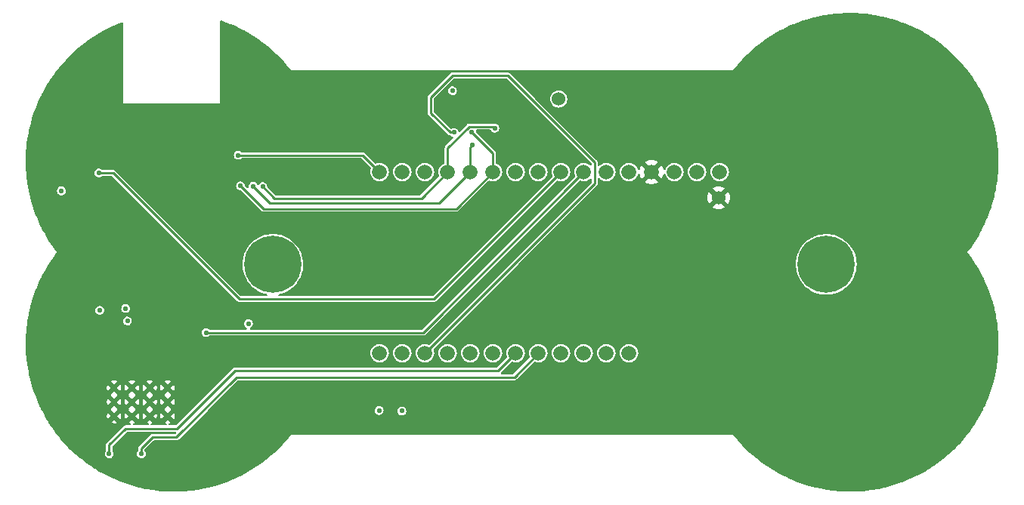
<source format=gbr>
%TF.GenerationSoftware,KiCad,Pcbnew,(6.0.1-0)*%
%TF.CreationDate,2022-02-25T20:48:14-08:00*%
%TF.ProjectId,Dog_Tracker,446f675f-5472-4616-936b-65722e6b6963,rev?*%
%TF.SameCoordinates,Original*%
%TF.FileFunction,Copper,L4,Bot*%
%TF.FilePolarity,Positive*%
%FSLAX46Y46*%
G04 Gerber Fmt 4.6, Leading zero omitted, Abs format (unit mm)*
G04 Created by KiCad (PCBNEW (6.0.1-0)) date 2022-02-25 20:48:14*
%MOMM*%
%LPD*%
G01*
G04 APERTURE LIST*
%TA.AperFunction,ComponentPad*%
%ADD10C,0.600000*%
%TD*%
%TA.AperFunction,ComponentPad*%
%ADD11C,1.665000*%
%TD*%
%TA.AperFunction,WasherPad*%
%ADD12C,6.400000*%
%TD*%
%TA.AperFunction,ComponentPad*%
%ADD13C,1.524000*%
%TD*%
%TA.AperFunction,ViaPad*%
%ADD14C,0.580000*%
%TD*%
%TA.AperFunction,ViaPad*%
%ADD15C,0.800000*%
%TD*%
%TA.AperFunction,Conductor*%
%ADD16C,0.250000*%
%TD*%
%TA.AperFunction,Conductor*%
%ADD17C,0.293370*%
%TD*%
G04 APERTURE END LIST*
D10*
%TO.P,U3,5,GND*%
%TO.N,GND*%
X57452397Y-117939500D03*
X55450798Y-117939500D03*
X57452397Y-121114500D03*
X53449199Y-117939500D03*
X57452397Y-119527000D03*
X53449199Y-121114500D03*
X51447600Y-119527000D03*
X51447600Y-121114500D03*
X53449199Y-119527000D03*
X55450798Y-121114500D03*
X51447600Y-117939500D03*
X55450798Y-119527000D03*
%TD*%
D11*
%TO.P,IC1,1,D4*%
%TO.N,/lora reset*%
X81200000Y-93740000D03*
%TO.P,IC1,2,TX_D1*%
%TO.N,unconnected-(IC1-Pad2)*%
X83740000Y-93740000D03*
%TO.P,IC1,3,RX_D0*%
%TO.N,unconnected-(IC1-Pad3)*%
X86280000Y-93740000D03*
%TO.P,IC1,4,MISO*%
%TO.N,/MISO*%
X88820000Y-93740000D03*
%TO.P,IC1,5,MOSI*%
%TO.N,/MOSI*%
X91360000Y-93740000D03*
%TO.P,IC1,6,SCK*%
%TO.N,/SCK*%
X93900000Y-93740000D03*
%TO.P,IC1,7,A5*%
%TO.N,/lora cs*%
X96440000Y-93740000D03*
%TO.P,IC1,8,A4*%
%TO.N,unconnected-(IC1-Pad8)*%
X98980000Y-93740000D03*
%TO.P,IC1,9,A3*%
%TO.N,/BUSY*%
X101520000Y-93740000D03*
%TO.P,IC1,10,A2*%
%TO.N,/GPS_ON*%
X104060000Y-93740000D03*
%TO.P,IC1,11,A1*%
%TO.N,Net-(IC1-Pad11)*%
X106600000Y-93740000D03*
%TO.P,IC1,12,A0*%
%TO.N,unconnected-(IC1-Pad12)*%
X109140000Y-93740000D03*
%TO.P,IC1,13,GND*%
%TO.N,GND*%
X111680000Y-93740000D03*
%TO.P,IC1,14,AREF*%
%TO.N,unconnected-(IC1-Pad14)*%
X114220000Y-93740000D03*
%TO.P,IC1,15,+3V3*%
%TO.N,+3V3*%
X116760000Y-93740000D03*
%TO.P,IC1,16,RESET*%
%TO.N,unconnected-(IC1-Pad16)*%
X119300000Y-93740000D03*
%TO.P,IC1,17,VBAT*%
%TO.N,+3V8*%
X109140000Y-114060000D03*
%TO.P,IC1,18,EN*%
%TO.N,unconnected-(IC1-Pad18)*%
X106600000Y-114060000D03*
%TO.P,IC1,19,VUSB*%
%TO.N,unconnected-(IC1-Pad19)*%
X104060000Y-114060000D03*
%TO.P,IC1,20,D13*%
%TO.N,unconnected-(IC1-Pad20)*%
X101520000Y-114060000D03*
%TO.P,IC1,21,D12*%
%TO.N,/gps reset*%
X98980000Y-114060000D03*
%TO.P,IC1,22,D11*%
%TO.N,/wakeup*%
X96440000Y-114060000D03*
%TO.P,IC1,23,D10*%
%TO.N,unconnected-(IC1-Pad23)*%
X93900000Y-114060000D03*
%TO.P,IC1,24,D9*%
%TO.N,unconnected-(IC1-Pad24)*%
X91360000Y-114060000D03*
%TO.P,IC1,25,D6*%
%TO.N,unconnected-(IC1-Pad25)*%
X88820000Y-114060000D03*
%TO.P,IC1,26,D5*%
%TO.N,/pedometer cs*%
X86280000Y-114060000D03*
%TO.P,IC1,27,SCL*%
%TO.N,/I2C_SCL*%
X83740000Y-114060000D03*
%TO.P,IC1,28,SDA*%
%TO.N,/I2C_SDA*%
X81200000Y-114060000D03*
%TD*%
D12*
%TO.P,LS1,*%
%TO.N,*%
X131250000Y-104100000D03*
X69250000Y-104100000D03*
D13*
%TO.P,LS1,1,1*%
%TO.N,Net-(IC1-Pad11)*%
X101266000Y-85558000D03*
%TO.P,LS1,2,2*%
%TO.N,GND*%
X119173000Y-96607000D03*
%TD*%
D14*
%TO.N,/lora reset*%
X65360000Y-91850000D03*
%TO.N,/SCK*%
X65620000Y-95290000D03*
%TO.N,/BUSY*%
X49750000Y-93840000D03*
%TO.N,+3V3*%
X81150000Y-120490000D03*
X83700000Y-120540000D03*
X89362500Y-84625000D03*
X52750000Y-109050000D03*
X45550000Y-95850000D03*
X66500000Y-110750000D03*
X52950000Y-110450000D03*
X49850000Y-109250000D03*
%TO.N,GND*%
X58400000Y-111650000D03*
X96800000Y-102425000D03*
D15*
X64830000Y-80820000D03*
D14*
X63570000Y-110810000D03*
X61378499Y-108727000D03*
X93162500Y-83525000D03*
X94212500Y-85875000D03*
X45750000Y-89900000D03*
X98475000Y-98075000D03*
X65877798Y-87772202D03*
D15*
X64830000Y-78820000D03*
D14*
X51800000Y-107200000D03*
X55750000Y-127900000D03*
X102225000Y-96950000D03*
X46228000Y-118872000D03*
X91312500Y-83575000D03*
X48600000Y-115050000D03*
D15*
X50800000Y-78920000D03*
D14*
X89150000Y-109950000D03*
X91110000Y-85020000D03*
X53200000Y-111250000D03*
D15*
X64830000Y-79820000D03*
D14*
X94212500Y-87525000D03*
X46228000Y-121412000D03*
X63500000Y-103800000D03*
X46228000Y-115824000D03*
X89212500Y-86875000D03*
X50800000Y-109250000D03*
X62771500Y-121973000D03*
X94212500Y-86725000D03*
X91725000Y-104775000D03*
%TO.N,/SCK*%
X91523000Y-89250000D03*
%TO.N,/MOSI*%
X67020000Y-95340000D03*
X91600000Y-90700000D03*
%TO.N,/MISO*%
X68112500Y-95375000D03*
X94112500Y-88825000D03*
%TO.N,/GPS_ON*%
X61750000Y-111750000D03*
%TO.N,/gps reset*%
X54500000Y-125350000D03*
%TO.N,/wakeup*%
X50900000Y-125350000D03*
%TO.N,/pedometer cs*%
X89522701Y-89302701D03*
%TD*%
D16*
%TO.N,/pedometer cs*%
X89522701Y-89302701D02*
X89092701Y-89302701D01*
X86910000Y-87120000D02*
X86910000Y-85370000D01*
X89092701Y-89302701D02*
X86910000Y-87120000D01*
X86910000Y-85370000D02*
X89369511Y-82910489D01*
X95540489Y-82910489D02*
X105300000Y-92670000D01*
X89369511Y-82910489D02*
X95540489Y-82910489D01*
X105300000Y-92670000D02*
X105300000Y-95040000D01*
X105300000Y-95040000D02*
X86280000Y-114060000D01*
%TO.N,/lora reset*%
X65360000Y-91850000D02*
X79310000Y-91850000D01*
%TO.N,/SCK*%
X65620000Y-95290000D02*
X68194511Y-97864511D01*
X68584511Y-97864511D02*
X89775489Y-97864511D01*
X68194511Y-97864511D02*
X68584511Y-97864511D01*
%TO.N,/MOSI*%
X87850000Y-97250000D02*
X91360000Y-93740000D01*
X67020000Y-95340000D02*
X68930000Y-97250000D01*
X68930000Y-97250000D02*
X87850000Y-97250000D01*
%TO.N,/BUSY*%
X49750000Y-93840000D02*
X51340000Y-93840000D01*
X51340000Y-93840000D02*
X65500000Y-108000000D01*
X65500000Y-108000000D02*
X87260000Y-108000000D01*
X87260000Y-108000000D02*
X101520000Y-93740000D01*
%TO.N,/lora reset*%
X79310000Y-91850000D02*
X81200000Y-93740000D01*
%TO.N,/SCK*%
X91523000Y-89250000D02*
X93900000Y-91627000D01*
X93900000Y-91627000D02*
X93900000Y-93740000D01*
X89775489Y-97864511D02*
X93900000Y-93740000D01*
D17*
%TO.N,/MOSI*%
X91360000Y-90940000D02*
X91360000Y-93740000D01*
X91600000Y-90700000D02*
X91360000Y-90940000D01*
D16*
%TO.N,/MISO*%
X88820000Y-91030000D02*
X88820000Y-93740000D01*
X85885479Y-96674521D02*
X88820000Y-93740000D01*
X68112500Y-95375000D02*
X69412021Y-96674521D01*
X93922989Y-88635489D02*
X91214511Y-88635489D01*
X69412021Y-96674521D02*
X85885479Y-96674521D01*
X94112500Y-88825000D02*
X93922989Y-88635489D01*
X91214511Y-88635489D02*
X88820000Y-91030000D01*
%TO.N,/GPS_ON*%
X104060000Y-93790000D02*
X104060000Y-93740000D01*
X61750000Y-111750000D02*
X86100000Y-111750000D01*
X86100000Y-111750000D02*
X104060000Y-93790000D01*
D17*
%TO.N,/gps reset*%
X65190000Y-116750000D02*
X58440000Y-123500000D01*
X55750000Y-123500000D02*
X54500000Y-124750000D01*
X54500000Y-124750000D02*
X54500000Y-125350000D01*
X98980000Y-114060000D02*
X96290000Y-116750000D01*
X58440000Y-123500000D02*
X55750000Y-123500000D01*
X96290000Y-116750000D02*
X65190000Y-116750000D01*
%TO.N,/wakeup*%
X94500000Y-116000000D02*
X96440000Y-114060000D01*
X50900000Y-124350000D02*
X52750000Y-122500000D01*
X50900000Y-125350000D02*
X50900000Y-124350000D01*
X65000000Y-116000000D02*
X94500000Y-116000000D01*
X58500000Y-122500000D02*
X65000000Y-116000000D01*
X52750000Y-122500000D02*
X58500000Y-122500000D01*
%TD*%
%TA.AperFunction,Conductor*%
%TO.N,GND*%
G36*
X134181708Y-75906184D02*
G01*
X134510341Y-75917133D01*
X134620141Y-75920791D01*
X134621994Y-75920866D01*
X134721488Y-75925648D01*
X134986490Y-75938387D01*
X134990666Y-75938658D01*
X135345728Y-75967709D01*
X135426987Y-75974358D01*
X135428929Y-75974532D01*
X135792915Y-76009993D01*
X135797020Y-76010461D01*
X136230333Y-76067098D01*
X136232359Y-76067379D01*
X136594972Y-76120776D01*
X136598963Y-76121430D01*
X136731818Y-76145372D01*
X137028325Y-76198807D01*
X137030354Y-76199190D01*
X137160447Y-76224924D01*
X137390642Y-76270461D01*
X137394503Y-76271288D01*
X137668037Y-76334363D01*
X137819053Y-76369186D01*
X137821199Y-76369702D01*
X138027481Y-76421141D01*
X138178048Y-76458687D01*
X138181773Y-76459676D01*
X138600607Y-76577834D01*
X138602844Y-76578488D01*
X138955383Y-76685023D01*
X138958965Y-76686164D01*
X139371154Y-76824269D01*
X139373433Y-76825057D01*
X139720779Y-76948926D01*
X139724124Y-76950174D01*
X140128866Y-77107917D01*
X140131146Y-77108832D01*
X140472372Y-77249751D01*
X140475588Y-77251132D01*
X140733133Y-77366133D01*
X140871901Y-77428097D01*
X140874279Y-77429189D01*
X141208377Y-77586774D01*
X141211497Y-77588298D01*
X141598554Y-77784080D01*
X141600961Y-77785330D01*
X141927103Y-77959214D01*
X141930062Y-77960843D01*
X142307085Y-78175026D01*
X142309510Y-78176440D01*
X142626857Y-78366196D01*
X142629652Y-78367917D01*
X142995742Y-78599973D01*
X142998175Y-78601555D01*
X143305919Y-78806713D01*
X143308549Y-78808514D01*
X143662984Y-79057975D01*
X143665414Y-79059730D01*
X143962752Y-79279765D01*
X143965215Y-79281635D01*
X144307092Y-79547858D01*
X144309509Y-79549787D01*
X144595805Y-79784238D01*
X144598101Y-79786165D01*
X144926693Y-80068574D01*
X144929084Y-80070682D01*
X145203428Y-80318805D01*
X145205557Y-80320776D01*
X145520258Y-80618859D01*
X145522612Y-80621148D01*
X145784342Y-80882326D01*
X145786278Y-80884300D01*
X145985173Y-81091822D01*
X146086325Y-81197361D01*
X146088630Y-81199831D01*
X146337144Y-81473444D01*
X146338945Y-81475471D01*
X146623578Y-81802732D01*
X146625821Y-81805383D01*
X146860491Y-82090713D01*
X146862132Y-82092752D01*
X147130774Y-82433576D01*
X147132943Y-82436409D01*
X147353176Y-82732705D01*
X147354590Y-82734647D01*
X147606670Y-83088357D01*
X147608752Y-83091371D01*
X147813945Y-83397763D01*
X147815276Y-83399791D01*
X148050170Y-83765575D01*
X148052153Y-83768768D01*
X148241823Y-84084457D01*
X148243005Y-84086466D01*
X148460171Y-84463552D01*
X148462043Y-84466921D01*
X148635754Y-84791088D01*
X148636793Y-84793068D01*
X148736604Y-84987540D01*
X148811423Y-85133316D01*
X148835723Y-85180663D01*
X148837465Y-85184193D01*
X148844704Y-85199456D01*
X148994828Y-85516000D01*
X148995729Y-85517942D01*
X149175956Y-85915260D01*
X149177567Y-85918969D01*
X149318186Y-86257444D01*
X149318955Y-86259339D01*
X149480023Y-86665521D01*
X149481486Y-86669394D01*
X149605065Y-87013629D01*
X149605709Y-87015469D01*
X149747230Y-87429735D01*
X149748532Y-87433765D01*
X149854796Y-87782747D01*
X149855323Y-87784526D01*
X149976931Y-88206071D01*
X149978059Y-88210250D01*
X150063850Y-88551215D01*
X150066805Y-88562960D01*
X150067210Y-88564618D01*
X150138140Y-88864148D01*
X150168571Y-88992653D01*
X150169515Y-88996975D01*
X150240613Y-89352446D01*
X150240929Y-89354081D01*
X150314685Y-89749972D01*
X150321703Y-89787644D01*
X150322449Y-89792090D01*
X150344711Y-89941081D01*
X150375830Y-90149353D01*
X150376050Y-90150896D01*
X150431308Y-90555117D01*
X150435964Y-90589180D01*
X150436505Y-90593764D01*
X150472125Y-90951549D01*
X150472263Y-90953017D01*
X150480266Y-91044214D01*
X150507968Y-91359899D01*
X150511075Y-91395309D01*
X150511398Y-91399998D01*
X150517647Y-91524500D01*
X150529335Y-91757406D01*
X150529396Y-91758784D01*
X150546863Y-92204212D01*
X150546958Y-92208959D01*
X150547099Y-92341579D01*
X150547334Y-92564532D01*
X150547329Y-92565816D01*
X150543235Y-93013852D01*
X150543095Y-93018751D01*
X150526143Y-93371416D01*
X150526080Y-93372603D01*
X150500201Y-93822398D01*
X150499815Y-93827378D01*
X150488136Y-93947261D01*
X150467767Y-94156343D01*
X150465881Y-94175697D01*
X150465776Y-94176729D01*
X150421318Y-94595358D01*
X150417863Y-94627888D01*
X150417224Y-94632934D01*
X150403326Y-94727315D01*
X150366765Y-94975597D01*
X150366615Y-94976585D01*
X150296407Y-95428467D01*
X150295518Y-95433506D01*
X150229159Y-95768968D01*
X150228986Y-95769824D01*
X150215592Y-95835074D01*
X150136135Y-96222138D01*
X150134965Y-96227287D01*
X150053596Y-96553591D01*
X150053398Y-96554375D01*
X149937411Y-97007109D01*
X149935966Y-97012288D01*
X149840760Y-97327337D01*
X149840552Y-97328019D01*
X149786531Y-97503194D01*
X149723404Y-97707898D01*
X149700707Y-97781497D01*
X149698987Y-97786670D01*
X149665215Y-97881372D01*
X149591542Y-98087961D01*
X149591333Y-98088543D01*
X149426595Y-98543422D01*
X149424585Y-98548612D01*
X149307345Y-98832505D01*
X149307144Y-98832988D01*
X149115707Y-99291139D01*
X149113414Y-99296299D01*
X148990114Y-99557709D01*
X148990020Y-99557907D01*
X148768795Y-100022828D01*
X148766204Y-100027967D01*
X148644115Y-100256962D01*
X148643958Y-100257256D01*
X148386653Y-100736806D01*
X148383767Y-100741897D01*
X148277697Y-100919289D01*
X147970220Y-101431318D01*
X147967051Y-101436324D01*
X147921583Y-101504528D01*
X147920391Y-101506316D01*
X147920312Y-101506434D01*
X147522764Y-102101309D01*
X147519259Y-102106288D01*
X147046473Y-102744671D01*
X147046473Y-102744672D01*
X147042850Y-102749564D01*
X147042818Y-102749573D01*
X147042783Y-102749634D01*
X147042723Y-102749668D01*
X147042685Y-102749806D01*
X147042612Y-102749933D01*
X147042631Y-102750000D01*
X147042612Y-102750067D01*
X147042685Y-102750194D01*
X147042723Y-102750332D01*
X147042783Y-102750366D01*
X147042818Y-102750427D01*
X147042850Y-102750436D01*
X147048782Y-102758446D01*
X147519259Y-103393712D01*
X147522764Y-103398691D01*
X147920312Y-103993566D01*
X147967051Y-104063676D01*
X147970220Y-104068682D01*
X148277575Y-104580507D01*
X148277697Y-104580711D01*
X148383767Y-104758103D01*
X148386653Y-104763194D01*
X148643958Y-105242744D01*
X148644115Y-105243038D01*
X148766204Y-105472033D01*
X148768793Y-105477169D01*
X148786545Y-105514474D01*
X148990020Y-105942093D01*
X148990114Y-105942291D01*
X149099895Y-106175038D01*
X149113408Y-106203687D01*
X149115707Y-106208861D01*
X149307144Y-106667012D01*
X149307286Y-106667353D01*
X149370207Y-106819715D01*
X149424585Y-106951388D01*
X149426595Y-106956578D01*
X149591333Y-107411457D01*
X149591542Y-107412039D01*
X149608671Y-107460071D01*
X149685049Y-107674243D01*
X149698981Y-107713311D01*
X149700707Y-107718503D01*
X149840552Y-108171981D01*
X149840760Y-108172663D01*
X149887794Y-108328303D01*
X149935966Y-108487712D01*
X149937411Y-108492891D01*
X150053398Y-108945625D01*
X150053596Y-108946409D01*
X150134965Y-109272713D01*
X150136135Y-109277862D01*
X150223775Y-109704788D01*
X150228980Y-109730146D01*
X150229154Y-109731009D01*
X150295518Y-110066494D01*
X150296407Y-110071533D01*
X150357090Y-110462107D01*
X150366615Y-110523415D01*
X150366765Y-110524403D01*
X150393160Y-110703644D01*
X150417224Y-110867062D01*
X150417863Y-110872108D01*
X150463840Y-111305037D01*
X150465770Y-111323214D01*
X150465881Y-111324303D01*
X150499815Y-111672622D01*
X150500201Y-111677602D01*
X150526080Y-112127397D01*
X150526143Y-112128584D01*
X150543095Y-112481249D01*
X150543235Y-112486148D01*
X150547329Y-112934184D01*
X150547334Y-112935468D01*
X150547190Y-113071659D01*
X150546958Y-113291041D01*
X150546863Y-113295788D01*
X150539207Y-113491023D01*
X150529396Y-113741216D01*
X150529335Y-113742594D01*
X150511776Y-114092487D01*
X150511399Y-114099992D01*
X150511075Y-114104691D01*
X150472263Y-114546983D01*
X150472125Y-114548451D01*
X150436505Y-114906236D01*
X150435965Y-114910813D01*
X150410472Y-115097298D01*
X150376052Y-115349093D01*
X150375830Y-115350647D01*
X150327255Y-115675750D01*
X150322451Y-115707899D01*
X150321703Y-115712356D01*
X150240931Y-116145910D01*
X150240623Y-116147505D01*
X150193559Y-116382813D01*
X150169515Y-116503025D01*
X150168571Y-116507347D01*
X150067223Y-116935329D01*
X150066818Y-116936986D01*
X150013819Y-117147626D01*
X149978059Y-117289750D01*
X149976931Y-117293929D01*
X149855323Y-117715474D01*
X149854796Y-117717253D01*
X149748532Y-118066235D01*
X149747230Y-118070265D01*
X149605709Y-118484531D01*
X149605065Y-118486371D01*
X149481486Y-118830606D01*
X149480023Y-118834479D01*
X149318955Y-119240661D01*
X149318186Y-119242556D01*
X149177567Y-119581031D01*
X149175958Y-119584736D01*
X149041118Y-119881995D01*
X148995729Y-119982058D01*
X148994829Y-119983998D01*
X148853886Y-120281185D01*
X148837471Y-120315796D01*
X148835729Y-120319325D01*
X148794257Y-120400129D01*
X148636793Y-120706932D01*
X148635754Y-120708912D01*
X148462043Y-121033079D01*
X148460171Y-121036448D01*
X148243005Y-121413534D01*
X148241823Y-121415543D01*
X148052153Y-121731232D01*
X148050176Y-121734415D01*
X147877214Y-122003757D01*
X147815276Y-122100209D01*
X147813945Y-122102237D01*
X147608752Y-122408629D01*
X147606686Y-122411620D01*
X147354590Y-122765353D01*
X147353176Y-122767295D01*
X147239046Y-122920843D01*
X147132943Y-123063591D01*
X147130774Y-123066424D01*
X146862132Y-123407248D01*
X146860491Y-123409287D01*
X146625821Y-123694617D01*
X146623578Y-123697268D01*
X146338945Y-124024529D01*
X146337144Y-124026556D01*
X146088630Y-124300169D01*
X146086325Y-124302639D01*
X146031656Y-124359679D01*
X145786278Y-124615700D01*
X145784342Y-124617674D01*
X145522612Y-124878852D01*
X145520258Y-124881141D01*
X145205557Y-125179224D01*
X145203440Y-125181184D01*
X145008772Y-125357246D01*
X144929084Y-125429318D01*
X144926693Y-125431426D01*
X144598101Y-125713835D01*
X144595805Y-125715762D01*
X144309509Y-125950213D01*
X144307092Y-125952142D01*
X143965215Y-126218365D01*
X143962752Y-126220235D01*
X143665414Y-126440270D01*
X143662984Y-126442025D01*
X143308549Y-126691486D01*
X143305919Y-126693287D01*
X142998175Y-126898445D01*
X142995742Y-126900027D01*
X142629652Y-127132083D01*
X142626857Y-127133804D01*
X142309510Y-127323560D01*
X142307085Y-127324974D01*
X141930062Y-127539157D01*
X141927103Y-127540786D01*
X141600961Y-127714670D01*
X141598554Y-127715920D01*
X141211497Y-127911702D01*
X141208377Y-127913226D01*
X140874279Y-128070811D01*
X140871901Y-128071903D01*
X140475588Y-128248868D01*
X140472372Y-128250249D01*
X140131146Y-128391168D01*
X140128866Y-128392083D01*
X139724124Y-128549826D01*
X139720779Y-128551074D01*
X139373447Y-128674938D01*
X139371154Y-128675731D01*
X138958965Y-128813836D01*
X138955383Y-128814977D01*
X138602844Y-128921512D01*
X138600607Y-128922166D01*
X138181773Y-129040324D01*
X138178048Y-129041313D01*
X137821199Y-129130298D01*
X137819053Y-129130814D01*
X137739116Y-129149247D01*
X137394503Y-129228712D01*
X137390642Y-129229539D01*
X137160447Y-129275076D01*
X137030354Y-129300810D01*
X137028325Y-129301193D01*
X136731818Y-129354628D01*
X136598963Y-129378570D01*
X136594972Y-129379224D01*
X136232359Y-129432621D01*
X136230333Y-129432902D01*
X135797020Y-129489539D01*
X135792915Y-129490007D01*
X135428930Y-129525468D01*
X135426987Y-129525642D01*
X135345728Y-129532291D01*
X134990666Y-129561342D01*
X134986490Y-129561613D01*
X134721488Y-129574352D01*
X134621994Y-129579134D01*
X134620141Y-129579209D01*
X134510341Y-129582867D01*
X134181708Y-129593816D01*
X134177433Y-129593886D01*
X133813616Y-129593501D01*
X133811873Y-129593487D01*
X133711433Y-129591977D01*
X133372154Y-129586878D01*
X133367733Y-129586734D01*
X133133274Y-129574968D01*
X133005552Y-129568558D01*
X133003938Y-129568466D01*
X132563861Y-129540546D01*
X132559388Y-129540181D01*
X132297375Y-129514096D01*
X132199937Y-129504395D01*
X132198376Y-129504230D01*
X131758788Y-129454926D01*
X131754213Y-129454328D01*
X131511708Y-129418094D01*
X131398440Y-129401170D01*
X131397097Y-129400961D01*
X131256954Y-129378342D01*
X130958805Y-129330218D01*
X130954170Y-129329381D01*
X130603349Y-129259214D01*
X130601998Y-129258936D01*
X130165833Y-129166720D01*
X130161151Y-129165637D01*
X129962950Y-129115768D01*
X129816221Y-129078849D01*
X129815056Y-129078549D01*
X129381703Y-128964803D01*
X129377029Y-128963479D01*
X129039264Y-128860629D01*
X129038258Y-128860318D01*
X128608358Y-128724965D01*
X128603641Y-128723377D01*
X128274197Y-128605107D01*
X128273169Y-128604732D01*
X128271944Y-128604280D01*
X127847589Y-128447764D01*
X127842895Y-128445925D01*
X127523049Y-128313044D01*
X127522128Y-128312657D01*
X127101228Y-128133867D01*
X127096498Y-128131742D01*
X126970324Y-128071903D01*
X126787404Y-127985152D01*
X126786890Y-127984906D01*
X126370993Y-127783995D01*
X126366288Y-127781599D01*
X126069878Y-127622762D01*
X126069166Y-127622378D01*
X125658645Y-127398988D01*
X125653979Y-127396318D01*
X125371790Y-127226776D01*
X125371179Y-127226407D01*
X124965881Y-126979763D01*
X124961270Y-126976818D01*
X124695473Y-126798811D01*
X124694960Y-126798466D01*
X124294321Y-126527297D01*
X124289782Y-126524076D01*
X124043163Y-126340766D01*
X124042744Y-126340453D01*
X123645595Y-126042688D01*
X123641143Y-126039191D01*
X123418076Y-125855730D01*
X123417745Y-125855457D01*
X123021203Y-125527056D01*
X123016855Y-125523285D01*
X122982201Y-125491810D01*
X122824595Y-125348661D01*
X122673743Y-125210917D01*
X122422646Y-124981637D01*
X122418418Y-124977593D01*
X122272235Y-124831102D01*
X122272066Y-124830933D01*
X121851314Y-124407694D01*
X121847223Y-124403379D01*
X121790864Y-124341065D01*
X121790768Y-124340959D01*
X121781108Y-124330253D01*
X121311402Y-123809727D01*
X121307436Y-123805113D01*
X121283267Y-123775576D01*
X120800454Y-123185544D01*
X120800427Y-123185448D01*
X120800397Y-123185431D01*
X120800383Y-123185397D01*
X120800222Y-123185331D01*
X120800067Y-123185242D01*
X120799930Y-123185280D01*
X71300070Y-123185280D01*
X71299933Y-123185242D01*
X71299778Y-123185331D01*
X71299617Y-123185397D01*
X71299603Y-123185431D01*
X71299573Y-123185448D01*
X71299546Y-123185544D01*
X70816734Y-123775576D01*
X70792564Y-123805113D01*
X70788598Y-123809727D01*
X70318893Y-124330253D01*
X70309232Y-124340959D01*
X70309136Y-124341065D01*
X70252777Y-124403379D01*
X70248686Y-124407694D01*
X69827934Y-124830933D01*
X69827765Y-124831102D01*
X69681582Y-124977593D01*
X69677354Y-124981637D01*
X69426257Y-125210917D01*
X69275405Y-125348661D01*
X69117799Y-125491810D01*
X69083145Y-125523285D01*
X69078797Y-125527056D01*
X68682255Y-125855457D01*
X68681924Y-125855730D01*
X68458857Y-126039191D01*
X68454405Y-126042688D01*
X68057256Y-126340453D01*
X68056837Y-126340766D01*
X67810218Y-126524076D01*
X67805679Y-126527297D01*
X67405040Y-126798466D01*
X67404527Y-126798811D01*
X67138730Y-126976818D01*
X67134119Y-126979763D01*
X66728821Y-127226407D01*
X66728210Y-127226776D01*
X66446021Y-127396318D01*
X66441355Y-127398988D01*
X66030834Y-127622378D01*
X66030122Y-127622762D01*
X65733712Y-127781599D01*
X65729007Y-127783995D01*
X65313110Y-127984906D01*
X65312596Y-127985152D01*
X65129676Y-128071903D01*
X65003502Y-128131742D01*
X64998772Y-128133867D01*
X64577872Y-128312657D01*
X64576951Y-128313044D01*
X64257105Y-128445925D01*
X64252411Y-128447764D01*
X63828056Y-128604280D01*
X63826831Y-128604732D01*
X63825803Y-128605107D01*
X63496359Y-128723377D01*
X63491642Y-128724965D01*
X63061742Y-128860318D01*
X63060736Y-128860629D01*
X62722971Y-128963479D01*
X62718297Y-128964803D01*
X62284944Y-129078549D01*
X62283779Y-129078849D01*
X62137050Y-129115768D01*
X61938849Y-129165637D01*
X61934167Y-129166720D01*
X61498002Y-129258936D01*
X61496651Y-129259214D01*
X61145830Y-129329381D01*
X61141195Y-129330218D01*
X60843046Y-129378342D01*
X60702903Y-129400961D01*
X60701560Y-129401170D01*
X60588292Y-129418094D01*
X60345787Y-129454328D01*
X60341212Y-129454926D01*
X59901624Y-129504230D01*
X59900063Y-129504395D01*
X59802625Y-129514096D01*
X59540612Y-129540181D01*
X59536139Y-129540546D01*
X59096062Y-129568466D01*
X59094448Y-129568558D01*
X58966726Y-129574968D01*
X58732267Y-129586734D01*
X58727846Y-129586878D01*
X58388567Y-129591977D01*
X58288127Y-129593487D01*
X58286384Y-129593501D01*
X57922567Y-129593886D01*
X57918292Y-129593816D01*
X57589659Y-129582867D01*
X57479859Y-129579209D01*
X57478006Y-129579134D01*
X57378512Y-129574352D01*
X57113510Y-129561613D01*
X57109334Y-129561342D01*
X56754272Y-129532291D01*
X56673013Y-129525642D01*
X56671070Y-129525468D01*
X56307085Y-129490007D01*
X56302980Y-129489539D01*
X55869667Y-129432902D01*
X55867641Y-129432621D01*
X55505028Y-129379224D01*
X55501037Y-129378570D01*
X55368182Y-129354628D01*
X55071675Y-129301193D01*
X55069646Y-129300810D01*
X54939553Y-129275076D01*
X54709358Y-129229539D01*
X54705497Y-129228712D01*
X54360884Y-129149247D01*
X54280947Y-129130814D01*
X54278801Y-129130298D01*
X53921952Y-129041313D01*
X53918227Y-129040324D01*
X53499393Y-128922166D01*
X53497156Y-128921512D01*
X53144617Y-128814977D01*
X53141035Y-128813836D01*
X52728846Y-128675731D01*
X52726553Y-128674938D01*
X52379221Y-128551074D01*
X52375876Y-128549826D01*
X51971134Y-128392083D01*
X51968854Y-128391168D01*
X51627628Y-128250249D01*
X51624412Y-128248868D01*
X51228099Y-128071903D01*
X51225721Y-128070811D01*
X50891623Y-127913226D01*
X50888503Y-127911702D01*
X50501446Y-127715920D01*
X50499039Y-127714670D01*
X50172897Y-127540786D01*
X50169938Y-127539157D01*
X49792915Y-127324974D01*
X49790490Y-127323560D01*
X49473143Y-127133804D01*
X49470348Y-127132083D01*
X49104258Y-126900027D01*
X49101825Y-126898445D01*
X48794081Y-126693287D01*
X48791451Y-126691486D01*
X48437016Y-126442025D01*
X48434586Y-126440270D01*
X48137248Y-126220235D01*
X48134785Y-126218365D01*
X47792908Y-125952142D01*
X47790491Y-125950213D01*
X47504195Y-125715762D01*
X47501899Y-125713835D01*
X47173307Y-125431426D01*
X47170916Y-125429318D01*
X47091228Y-125357246D01*
X47076522Y-125343946D01*
X50404493Y-125343946D01*
X50405657Y-125352848D01*
X50405657Y-125352851D01*
X50421547Y-125474363D01*
X50422711Y-125483262D01*
X50479297Y-125611864D01*
X50485074Y-125618737D01*
X50485075Y-125618738D01*
X50492108Y-125627105D01*
X50569704Y-125719416D01*
X50686663Y-125797271D01*
X50820772Y-125839169D01*
X50829742Y-125839333D01*
X50829746Y-125839334D01*
X50894544Y-125840521D01*
X50961250Y-125841744D01*
X51018624Y-125826102D01*
X51088145Y-125807149D01*
X51088147Y-125807148D01*
X51096804Y-125804788D01*
X51216538Y-125731271D01*
X51310825Y-125627105D01*
X51372086Y-125500662D01*
X51395396Y-125362107D01*
X51395544Y-125350000D01*
X51375626Y-125210917D01*
X51317472Y-125083015D01*
X51277732Y-125036894D01*
X51248418Y-124972233D01*
X51247185Y-124954647D01*
X51247185Y-124545998D01*
X51267187Y-124477877D01*
X51284090Y-124456903D01*
X52856904Y-122884090D01*
X52919216Y-122850064D01*
X52945999Y-122847185D01*
X58297632Y-122847185D01*
X58365753Y-122867187D01*
X58412246Y-122920843D01*
X58422350Y-122991117D01*
X58392856Y-123055697D01*
X58386727Y-123062280D01*
X58333097Y-123115910D01*
X58270785Y-123149936D01*
X58244002Y-123152815D01*
X55770661Y-123152815D01*
X55759679Y-123152336D01*
X55719274Y-123148801D01*
X55680102Y-123159297D01*
X55669378Y-123161675D01*
X55664529Y-123162530D01*
X55629424Y-123168720D01*
X55619879Y-123174231D01*
X55615705Y-123175750D01*
X55611659Y-123177637D01*
X55601010Y-123180490D01*
X55591983Y-123186810D01*
X55591980Y-123186812D01*
X55567785Y-123203753D01*
X55558517Y-123209657D01*
X55532941Y-123224424D01*
X55523391Y-123229938D01*
X55516305Y-123238383D01*
X55497311Y-123261019D01*
X55489884Y-123269123D01*
X54269122Y-124489885D01*
X54261018Y-124497312D01*
X54229938Y-124523391D01*
X54224425Y-124532940D01*
X54224424Y-124532941D01*
X54209657Y-124558517D01*
X54203753Y-124567785D01*
X54186812Y-124591980D01*
X54186810Y-124591983D01*
X54180490Y-124601010D01*
X54177637Y-124611659D01*
X54175750Y-124615705D01*
X54174231Y-124619879D01*
X54168720Y-124629424D01*
X54166807Y-124640276D01*
X54161675Y-124669378D01*
X54159297Y-124680102D01*
X54148801Y-124719274D01*
X54149762Y-124730253D01*
X54152336Y-124759679D01*
X54152815Y-124770661D01*
X54152815Y-124954404D01*
X54132813Y-125022525D01*
X54121257Y-125037811D01*
X54085821Y-125077935D01*
X54026109Y-125205117D01*
X54024729Y-125213981D01*
X54024728Y-125213984D01*
X54008402Y-125318843D01*
X54004493Y-125343946D01*
X54005657Y-125352848D01*
X54005657Y-125352851D01*
X54021547Y-125474363D01*
X54022711Y-125483262D01*
X54079297Y-125611864D01*
X54085074Y-125618737D01*
X54085075Y-125618738D01*
X54092108Y-125627105D01*
X54169704Y-125719416D01*
X54286663Y-125797271D01*
X54420772Y-125839169D01*
X54429742Y-125839333D01*
X54429746Y-125839334D01*
X54494544Y-125840521D01*
X54561250Y-125841744D01*
X54618624Y-125826102D01*
X54688145Y-125807149D01*
X54688147Y-125807148D01*
X54696804Y-125804788D01*
X54816538Y-125731271D01*
X54910825Y-125627105D01*
X54972086Y-125500662D01*
X54995396Y-125362107D01*
X54995544Y-125350000D01*
X54975626Y-125210917D01*
X54917472Y-125083015D01*
X54877732Y-125036894D01*
X54848418Y-124972233D01*
X54847185Y-124954647D01*
X54847185Y-124945998D01*
X54867187Y-124877877D01*
X54884090Y-124856903D01*
X55856903Y-123884090D01*
X55919215Y-123850064D01*
X55945998Y-123847185D01*
X58419339Y-123847185D01*
X58430321Y-123847664D01*
X58470726Y-123851199D01*
X58509898Y-123840703D01*
X58520622Y-123838325D01*
X58525471Y-123837470D01*
X58560576Y-123831280D01*
X58570121Y-123825769D01*
X58574295Y-123824250D01*
X58578341Y-123822363D01*
X58588990Y-123819510D01*
X58598017Y-123813190D01*
X58598020Y-123813188D01*
X58622215Y-123796247D01*
X58631483Y-123790343D01*
X58657059Y-123775576D01*
X58657060Y-123775575D01*
X58666609Y-123770062D01*
X58692690Y-123738980D01*
X58700116Y-123730877D01*
X61947047Y-120483946D01*
X80654493Y-120483946D01*
X80655657Y-120492848D01*
X80655657Y-120492851D01*
X80663406Y-120552107D01*
X80672711Y-120623262D01*
X80698326Y-120681477D01*
X80725168Y-120742479D01*
X80729297Y-120751864D01*
X80735074Y-120758737D01*
X80735075Y-120758738D01*
X80777345Y-120809024D01*
X80819704Y-120859416D01*
X80936663Y-120937271D01*
X81070772Y-120979169D01*
X81079742Y-120979333D01*
X81079746Y-120979334D01*
X81144544Y-120980521D01*
X81211250Y-120981744D01*
X81268624Y-120966102D01*
X81338145Y-120947149D01*
X81338147Y-120947148D01*
X81346804Y-120944788D01*
X81466538Y-120871271D01*
X81560825Y-120767105D01*
X81602311Y-120681477D01*
X81618172Y-120648741D01*
X81618172Y-120648740D01*
X81622086Y-120640662D01*
X81640040Y-120533946D01*
X83204493Y-120533946D01*
X83205657Y-120542848D01*
X83205657Y-120542851D01*
X83217247Y-120631477D01*
X83222711Y-120673262D01*
X83279297Y-120801864D01*
X83285074Y-120808737D01*
X83285075Y-120808738D01*
X83331858Y-120864393D01*
X83369704Y-120909416D01*
X83486663Y-120987271D01*
X83620772Y-121029169D01*
X83629742Y-121029333D01*
X83629746Y-121029334D01*
X83694544Y-121030521D01*
X83761250Y-121031744D01*
X83818624Y-121016102D01*
X83888145Y-120997149D01*
X83888147Y-120997148D01*
X83896804Y-120994788D01*
X84016538Y-120921271D01*
X84110825Y-120817105D01*
X84145416Y-120745710D01*
X84168172Y-120698741D01*
X84168172Y-120698740D01*
X84172086Y-120690662D01*
X84195396Y-120552107D01*
X84195544Y-120540000D01*
X84175626Y-120400917D01*
X84117472Y-120273015D01*
X84025758Y-120166576D01*
X84018227Y-120161695D01*
X84018224Y-120161692D01*
X83915388Y-120095037D01*
X83915386Y-120095036D01*
X83907857Y-120090156D01*
X83899260Y-120087585D01*
X83899258Y-120087584D01*
X83819216Y-120063647D01*
X83773246Y-120049899D01*
X83764270Y-120049844D01*
X83764269Y-120049844D01*
X83705015Y-120049482D01*
X83632747Y-120049041D01*
X83497654Y-120087651D01*
X83378828Y-120162624D01*
X83285821Y-120267935D01*
X83226109Y-120395117D01*
X83224729Y-120403981D01*
X83224728Y-120403984D01*
X83208704Y-120506903D01*
X83204493Y-120533946D01*
X81640040Y-120533946D01*
X81645396Y-120502107D01*
X81645544Y-120490000D01*
X81625626Y-120350917D01*
X81582805Y-120256738D01*
X81571187Y-120231185D01*
X81571186Y-120231183D01*
X81567472Y-120223015D01*
X81475758Y-120116576D01*
X81468227Y-120111695D01*
X81468224Y-120111692D01*
X81365388Y-120045037D01*
X81365386Y-120045036D01*
X81357857Y-120040156D01*
X81349260Y-120037585D01*
X81349258Y-120037584D01*
X81269216Y-120013647D01*
X81223246Y-119999899D01*
X81214270Y-119999844D01*
X81214269Y-119999844D01*
X81155015Y-119999482D01*
X81082747Y-119999041D01*
X80947654Y-120037651D01*
X80828828Y-120112624D01*
X80735821Y-120217935D01*
X80676109Y-120345117D01*
X80674729Y-120353981D01*
X80674728Y-120353984D01*
X80666037Y-120409807D01*
X80654493Y-120483946D01*
X61947047Y-120483946D01*
X65296904Y-117134090D01*
X65359216Y-117100064D01*
X65385999Y-117097185D01*
X96269339Y-117097185D01*
X96280321Y-117097664D01*
X96320726Y-117101199D01*
X96359898Y-117090703D01*
X96370622Y-117088325D01*
X96375471Y-117087470D01*
X96410576Y-117081280D01*
X96420121Y-117075769D01*
X96424295Y-117074250D01*
X96428341Y-117072363D01*
X96438990Y-117069510D01*
X96448017Y-117063190D01*
X96448020Y-117063188D01*
X96472215Y-117046247D01*
X96481483Y-117040343D01*
X96507059Y-117025576D01*
X96507060Y-117025575D01*
X96516609Y-117020062D01*
X96542690Y-116988980D01*
X96550116Y-116980877D01*
X98476158Y-115054836D01*
X98538470Y-115020810D01*
X98604187Y-115024098D01*
X98757105Y-115073784D01*
X98958262Y-115097770D01*
X98964397Y-115097298D01*
X98964399Y-115097298D01*
X99154105Y-115082701D01*
X99154110Y-115082700D01*
X99160246Y-115082228D01*
X99166176Y-115080572D01*
X99166178Y-115080572D01*
X99258354Y-115054836D01*
X99355366Y-115027750D01*
X99384394Y-115013087D01*
X99530686Y-114939190D01*
X99530688Y-114939189D01*
X99536187Y-114936411D01*
X99695824Y-114811689D01*
X99722268Y-114781054D01*
X99824168Y-114663001D01*
X99828195Y-114658336D01*
X99928258Y-114482192D01*
X99992203Y-114289967D01*
X100017593Y-114088983D01*
X100017998Y-114060000D01*
X100016577Y-114045507D01*
X100482103Y-114045507D01*
X100499055Y-114247379D01*
X100554894Y-114442113D01*
X100557713Y-114447598D01*
X100644676Y-114616810D01*
X100644679Y-114616815D01*
X100647494Y-114622292D01*
X100773327Y-114781054D01*
X100778021Y-114785049D01*
X100821609Y-114822145D01*
X100927600Y-114912351D01*
X101104439Y-115011183D01*
X101297105Y-115073784D01*
X101498262Y-115097770D01*
X101504397Y-115097298D01*
X101504399Y-115097298D01*
X101694105Y-115082701D01*
X101694110Y-115082700D01*
X101700246Y-115082228D01*
X101706176Y-115080572D01*
X101706178Y-115080572D01*
X101798354Y-115054836D01*
X101895366Y-115027750D01*
X101924394Y-115013087D01*
X102070686Y-114939190D01*
X102070688Y-114939189D01*
X102076187Y-114936411D01*
X102235824Y-114811689D01*
X102262268Y-114781054D01*
X102364168Y-114663001D01*
X102368195Y-114658336D01*
X102468258Y-114482192D01*
X102532203Y-114289967D01*
X102557593Y-114088983D01*
X102557998Y-114060000D01*
X102556577Y-114045507D01*
X103022103Y-114045507D01*
X103039055Y-114247379D01*
X103094894Y-114442113D01*
X103097713Y-114447598D01*
X103184676Y-114616810D01*
X103184679Y-114616815D01*
X103187494Y-114622292D01*
X103313327Y-114781054D01*
X103318021Y-114785049D01*
X103361609Y-114822145D01*
X103467600Y-114912351D01*
X103644439Y-115011183D01*
X103837105Y-115073784D01*
X104038262Y-115097770D01*
X104044397Y-115097298D01*
X104044399Y-115097298D01*
X104234105Y-115082701D01*
X104234110Y-115082700D01*
X104240246Y-115082228D01*
X104246176Y-115080572D01*
X104246178Y-115080572D01*
X104338354Y-115054836D01*
X104435366Y-115027750D01*
X104464394Y-115013087D01*
X104610686Y-114939190D01*
X104610688Y-114939189D01*
X104616187Y-114936411D01*
X104775824Y-114811689D01*
X104802268Y-114781054D01*
X104904168Y-114663001D01*
X104908195Y-114658336D01*
X105008258Y-114482192D01*
X105072203Y-114289967D01*
X105097593Y-114088983D01*
X105097998Y-114060000D01*
X105096577Y-114045507D01*
X105562103Y-114045507D01*
X105579055Y-114247379D01*
X105634894Y-114442113D01*
X105637713Y-114447598D01*
X105724676Y-114616810D01*
X105724679Y-114616815D01*
X105727494Y-114622292D01*
X105853327Y-114781054D01*
X105858021Y-114785049D01*
X105901609Y-114822145D01*
X106007600Y-114912351D01*
X106184439Y-115011183D01*
X106377105Y-115073784D01*
X106578262Y-115097770D01*
X106584397Y-115097298D01*
X106584399Y-115097298D01*
X106774105Y-115082701D01*
X106774110Y-115082700D01*
X106780246Y-115082228D01*
X106786176Y-115080572D01*
X106786178Y-115080572D01*
X106878354Y-115054836D01*
X106975366Y-115027750D01*
X107004394Y-115013087D01*
X107150686Y-114939190D01*
X107150688Y-114939189D01*
X107156187Y-114936411D01*
X107315824Y-114811689D01*
X107342268Y-114781054D01*
X107444168Y-114663001D01*
X107448195Y-114658336D01*
X107548258Y-114482192D01*
X107612203Y-114289967D01*
X107637593Y-114088983D01*
X107637998Y-114060000D01*
X107636577Y-114045507D01*
X108102103Y-114045507D01*
X108119055Y-114247379D01*
X108174894Y-114442113D01*
X108177713Y-114447598D01*
X108264676Y-114616810D01*
X108264679Y-114616815D01*
X108267494Y-114622292D01*
X108393327Y-114781054D01*
X108398021Y-114785049D01*
X108441609Y-114822145D01*
X108547600Y-114912351D01*
X108724439Y-115011183D01*
X108917105Y-115073784D01*
X109118262Y-115097770D01*
X109124397Y-115097298D01*
X109124399Y-115097298D01*
X109314105Y-115082701D01*
X109314110Y-115082700D01*
X109320246Y-115082228D01*
X109326176Y-115080572D01*
X109326178Y-115080572D01*
X109418354Y-115054836D01*
X109515366Y-115027750D01*
X109544394Y-115013087D01*
X109690686Y-114939190D01*
X109690688Y-114939189D01*
X109696187Y-114936411D01*
X109855824Y-114811689D01*
X109882268Y-114781054D01*
X109984168Y-114663001D01*
X109988195Y-114658336D01*
X110088258Y-114482192D01*
X110152203Y-114289967D01*
X110177593Y-114088983D01*
X110177998Y-114060000D01*
X110158229Y-113858385D01*
X110156448Y-113852486D01*
X110156447Y-113852481D01*
X110101458Y-113670349D01*
X110099677Y-113664450D01*
X110063644Y-113596682D01*
X110007465Y-113491023D01*
X110007463Y-113491020D01*
X110004571Y-113485581D01*
X110000681Y-113480811D01*
X110000678Y-113480807D01*
X109880428Y-113333366D01*
X109880425Y-113333363D01*
X109876533Y-113328591D01*
X109742706Y-113217880D01*
X109725191Y-113203390D01*
X109725188Y-113203388D01*
X109720441Y-113199461D01*
X109542240Y-113103108D01*
X109440645Y-113071659D01*
X109354605Y-113045025D01*
X109354602Y-113045024D01*
X109348718Y-113043203D01*
X109342593Y-113042559D01*
X109342592Y-113042559D01*
X109153375Y-113022671D01*
X109153374Y-113022671D01*
X109147247Y-113022027D01*
X109063846Y-113029617D01*
X108951638Y-113039829D01*
X108951635Y-113039830D01*
X108945499Y-113040388D01*
X108939593Y-113042126D01*
X108939589Y-113042127D01*
X108794417Y-113084853D01*
X108751159Y-113097585D01*
X108571630Y-113191440D01*
X108413751Y-113318379D01*
X108283534Y-113473565D01*
X108185939Y-113651089D01*
X108124685Y-113844188D01*
X108123999Y-113850305D01*
X108123998Y-113850309D01*
X108122404Y-113864519D01*
X108102103Y-114045507D01*
X107636577Y-114045507D01*
X107618229Y-113858385D01*
X107616448Y-113852486D01*
X107616447Y-113852481D01*
X107561458Y-113670349D01*
X107559677Y-113664450D01*
X107523644Y-113596682D01*
X107467465Y-113491023D01*
X107467463Y-113491020D01*
X107464571Y-113485581D01*
X107460681Y-113480811D01*
X107460678Y-113480807D01*
X107340428Y-113333366D01*
X107340425Y-113333363D01*
X107336533Y-113328591D01*
X107202706Y-113217880D01*
X107185191Y-113203390D01*
X107185188Y-113203388D01*
X107180441Y-113199461D01*
X107002240Y-113103108D01*
X106900645Y-113071659D01*
X106814605Y-113045025D01*
X106814602Y-113045024D01*
X106808718Y-113043203D01*
X106802593Y-113042559D01*
X106802592Y-113042559D01*
X106613375Y-113022671D01*
X106613374Y-113022671D01*
X106607247Y-113022027D01*
X106523846Y-113029617D01*
X106411638Y-113039829D01*
X106411635Y-113039830D01*
X106405499Y-113040388D01*
X106399593Y-113042126D01*
X106399589Y-113042127D01*
X106254417Y-113084853D01*
X106211159Y-113097585D01*
X106031630Y-113191440D01*
X105873751Y-113318379D01*
X105743534Y-113473565D01*
X105645939Y-113651089D01*
X105584685Y-113844188D01*
X105583999Y-113850305D01*
X105583998Y-113850309D01*
X105582404Y-113864519D01*
X105562103Y-114045507D01*
X105096577Y-114045507D01*
X105078229Y-113858385D01*
X105076448Y-113852486D01*
X105076447Y-113852481D01*
X105021458Y-113670349D01*
X105019677Y-113664450D01*
X104983644Y-113596682D01*
X104927465Y-113491023D01*
X104927463Y-113491020D01*
X104924571Y-113485581D01*
X104920681Y-113480811D01*
X104920678Y-113480807D01*
X104800428Y-113333366D01*
X104800425Y-113333363D01*
X104796533Y-113328591D01*
X104662706Y-113217880D01*
X104645191Y-113203390D01*
X104645188Y-113203388D01*
X104640441Y-113199461D01*
X104462240Y-113103108D01*
X104360645Y-113071659D01*
X104274605Y-113045025D01*
X104274602Y-113045024D01*
X104268718Y-113043203D01*
X104262593Y-113042559D01*
X104262592Y-113042559D01*
X104073375Y-113022671D01*
X104073374Y-113022671D01*
X104067247Y-113022027D01*
X103983846Y-113029617D01*
X103871638Y-113039829D01*
X103871635Y-113039830D01*
X103865499Y-113040388D01*
X103859593Y-113042126D01*
X103859589Y-113042127D01*
X103714417Y-113084853D01*
X103671159Y-113097585D01*
X103491630Y-113191440D01*
X103333751Y-113318379D01*
X103203534Y-113473565D01*
X103105939Y-113651089D01*
X103044685Y-113844188D01*
X103043999Y-113850305D01*
X103043998Y-113850309D01*
X103042404Y-113864519D01*
X103022103Y-114045507D01*
X102556577Y-114045507D01*
X102538229Y-113858385D01*
X102536448Y-113852486D01*
X102536447Y-113852481D01*
X102481458Y-113670349D01*
X102479677Y-113664450D01*
X102443644Y-113596682D01*
X102387465Y-113491023D01*
X102387463Y-113491020D01*
X102384571Y-113485581D01*
X102380681Y-113480811D01*
X102380678Y-113480807D01*
X102260428Y-113333366D01*
X102260425Y-113333363D01*
X102256533Y-113328591D01*
X102122706Y-113217880D01*
X102105191Y-113203390D01*
X102105188Y-113203388D01*
X102100441Y-113199461D01*
X101922240Y-113103108D01*
X101820645Y-113071659D01*
X101734605Y-113045025D01*
X101734602Y-113045024D01*
X101728718Y-113043203D01*
X101722593Y-113042559D01*
X101722592Y-113042559D01*
X101533375Y-113022671D01*
X101533374Y-113022671D01*
X101527247Y-113022027D01*
X101443846Y-113029617D01*
X101331638Y-113039829D01*
X101331635Y-113039830D01*
X101325499Y-113040388D01*
X101319593Y-113042126D01*
X101319589Y-113042127D01*
X101174417Y-113084853D01*
X101131159Y-113097585D01*
X100951630Y-113191440D01*
X100793751Y-113318379D01*
X100663534Y-113473565D01*
X100565939Y-113651089D01*
X100504685Y-113844188D01*
X100503999Y-113850305D01*
X100503998Y-113850309D01*
X100502404Y-113864519D01*
X100482103Y-114045507D01*
X100016577Y-114045507D01*
X99998229Y-113858385D01*
X99996448Y-113852486D01*
X99996447Y-113852481D01*
X99941458Y-113670349D01*
X99939677Y-113664450D01*
X99903644Y-113596682D01*
X99847465Y-113491023D01*
X99847463Y-113491020D01*
X99844571Y-113485581D01*
X99840681Y-113480811D01*
X99840678Y-113480807D01*
X99720428Y-113333366D01*
X99720425Y-113333363D01*
X99716533Y-113328591D01*
X99582706Y-113217880D01*
X99565191Y-113203390D01*
X99565188Y-113203388D01*
X99560441Y-113199461D01*
X99382240Y-113103108D01*
X99280645Y-113071659D01*
X99194605Y-113045025D01*
X99194602Y-113045024D01*
X99188718Y-113043203D01*
X99182593Y-113042559D01*
X99182592Y-113042559D01*
X98993375Y-113022671D01*
X98993374Y-113022671D01*
X98987247Y-113022027D01*
X98903846Y-113029617D01*
X98791638Y-113039829D01*
X98791635Y-113039830D01*
X98785499Y-113040388D01*
X98779593Y-113042126D01*
X98779589Y-113042127D01*
X98634417Y-113084853D01*
X98591159Y-113097585D01*
X98411630Y-113191440D01*
X98253751Y-113318379D01*
X98123534Y-113473565D01*
X98025939Y-113651089D01*
X97964685Y-113844188D01*
X97963999Y-113850305D01*
X97963998Y-113850309D01*
X97962404Y-113864519D01*
X97942103Y-114045507D01*
X97959055Y-114247379D01*
X97960754Y-114253304D01*
X98014894Y-114442113D01*
X98012141Y-114442902D01*
X98017429Y-114501469D01*
X97982926Y-114566080D01*
X96183097Y-116365910D01*
X96120785Y-116399935D01*
X96094002Y-116402815D01*
X94892368Y-116402815D01*
X94824247Y-116382813D01*
X94777754Y-116329157D01*
X94767650Y-116258883D01*
X94797144Y-116194303D01*
X94803273Y-116187720D01*
X95936158Y-115054836D01*
X95998470Y-115020810D01*
X96064187Y-115024098D01*
X96217105Y-115073784D01*
X96418262Y-115097770D01*
X96424397Y-115097298D01*
X96424399Y-115097298D01*
X96614105Y-115082701D01*
X96614110Y-115082700D01*
X96620246Y-115082228D01*
X96626176Y-115080572D01*
X96626178Y-115080572D01*
X96718354Y-115054836D01*
X96815366Y-115027750D01*
X96844394Y-115013087D01*
X96990686Y-114939190D01*
X96990688Y-114939189D01*
X96996187Y-114936411D01*
X97155824Y-114811689D01*
X97182268Y-114781054D01*
X97284168Y-114663001D01*
X97288195Y-114658336D01*
X97388258Y-114482192D01*
X97452203Y-114289967D01*
X97477593Y-114088983D01*
X97477998Y-114060000D01*
X97458229Y-113858385D01*
X97456448Y-113852486D01*
X97456447Y-113852481D01*
X97401458Y-113670349D01*
X97399677Y-113664450D01*
X97363644Y-113596682D01*
X97307465Y-113491023D01*
X97307463Y-113491020D01*
X97304571Y-113485581D01*
X97300681Y-113480811D01*
X97300678Y-113480807D01*
X97180428Y-113333366D01*
X97180425Y-113333363D01*
X97176533Y-113328591D01*
X97042706Y-113217880D01*
X97025191Y-113203390D01*
X97025188Y-113203388D01*
X97020441Y-113199461D01*
X96842240Y-113103108D01*
X96740645Y-113071659D01*
X96654605Y-113045025D01*
X96654602Y-113045024D01*
X96648718Y-113043203D01*
X96642593Y-113042559D01*
X96642592Y-113042559D01*
X96453375Y-113022671D01*
X96453374Y-113022671D01*
X96447247Y-113022027D01*
X96363846Y-113029617D01*
X96251638Y-113039829D01*
X96251635Y-113039830D01*
X96245499Y-113040388D01*
X96239593Y-113042126D01*
X96239589Y-113042127D01*
X96094417Y-113084853D01*
X96051159Y-113097585D01*
X95871630Y-113191440D01*
X95713751Y-113318379D01*
X95583534Y-113473565D01*
X95485939Y-113651089D01*
X95424685Y-113844188D01*
X95423999Y-113850305D01*
X95423998Y-113850309D01*
X95422404Y-113864519D01*
X95402103Y-114045507D01*
X95419055Y-114247379D01*
X95420754Y-114253304D01*
X95474894Y-114442113D01*
X95472141Y-114442902D01*
X95477429Y-114501469D01*
X95442926Y-114566080D01*
X94393097Y-115615910D01*
X94330785Y-115649935D01*
X94304002Y-115652815D01*
X65020661Y-115652815D01*
X65009679Y-115652336D01*
X64969274Y-115648801D01*
X64930102Y-115659297D01*
X64919378Y-115661675D01*
X64914529Y-115662530D01*
X64879424Y-115668720D01*
X64869879Y-115674231D01*
X64865705Y-115675750D01*
X64861658Y-115677637D01*
X64851010Y-115680490D01*
X64841985Y-115686809D01*
X64841979Y-115686812D01*
X64817782Y-115703755D01*
X64808517Y-115709658D01*
X64773391Y-115729938D01*
X64766305Y-115738383D01*
X64747316Y-115761013D01*
X64739889Y-115769117D01*
X58393097Y-122115910D01*
X58330785Y-122149936D01*
X58304002Y-122152815D01*
X57667214Y-122152815D01*
X57599093Y-122132813D01*
X57552600Y-122079157D01*
X57542496Y-122008883D01*
X57571990Y-121944303D01*
X57628278Y-121906982D01*
X57781598Y-121857166D01*
X57794350Y-121851381D01*
X57801166Y-121847318D01*
X57810755Y-121836976D01*
X57807249Y-121828562D01*
X57465209Y-121486522D01*
X57451265Y-121478908D01*
X57449432Y-121479039D01*
X57442818Y-121483290D01*
X57098629Y-121827479D01*
X57091872Y-121839854D01*
X57094655Y-121843573D01*
X57249079Y-121901003D01*
X57263338Y-121904558D01*
X57324596Y-121940447D01*
X57356726Y-122003757D01*
X57349528Y-122074388D01*
X57305286Y-122129915D01*
X57232854Y-122152815D01*
X55665615Y-122152815D01*
X55597494Y-122132813D01*
X55551001Y-122079157D01*
X55540897Y-122008883D01*
X55570391Y-121944303D01*
X55626679Y-121906982D01*
X55779999Y-121857166D01*
X55792751Y-121851381D01*
X55799567Y-121847318D01*
X55809156Y-121836976D01*
X55805650Y-121828562D01*
X55463610Y-121486522D01*
X55449666Y-121478908D01*
X55447833Y-121479039D01*
X55441219Y-121483290D01*
X55097030Y-121827479D01*
X55090273Y-121839854D01*
X55093056Y-121843573D01*
X55247480Y-121901003D01*
X55261739Y-121904558D01*
X55322997Y-121940447D01*
X55355127Y-122003757D01*
X55347929Y-122074388D01*
X55303687Y-122129915D01*
X55231255Y-122152815D01*
X53664016Y-122152815D01*
X53595895Y-122132813D01*
X53549402Y-122079157D01*
X53539298Y-122008883D01*
X53568792Y-121944303D01*
X53625080Y-121906982D01*
X53778400Y-121857166D01*
X53791152Y-121851381D01*
X53797968Y-121847318D01*
X53807557Y-121836976D01*
X53804051Y-121828562D01*
X53462011Y-121486522D01*
X53448067Y-121478908D01*
X53446234Y-121479039D01*
X53439620Y-121483290D01*
X53095431Y-121827479D01*
X53088674Y-121839854D01*
X53091457Y-121843573D01*
X53245881Y-121901003D01*
X53260140Y-121904558D01*
X53321398Y-121940447D01*
X53353528Y-122003757D01*
X53346330Y-122074388D01*
X53302088Y-122129915D01*
X53229656Y-122152815D01*
X52770661Y-122152815D01*
X52759679Y-122152336D01*
X52719274Y-122148801D01*
X52680102Y-122159297D01*
X52669378Y-122161675D01*
X52664529Y-122162530D01*
X52629424Y-122168720D01*
X52619879Y-122174231D01*
X52615705Y-122175750D01*
X52611658Y-122177637D01*
X52601010Y-122180490D01*
X52591985Y-122186809D01*
X52591979Y-122186812D01*
X52567782Y-122203755D01*
X52558517Y-122209658D01*
X52523391Y-122229938D01*
X52516305Y-122238383D01*
X52497316Y-122261013D01*
X52489889Y-122269117D01*
X50669122Y-124089885D01*
X50661018Y-124097312D01*
X50629938Y-124123391D01*
X50624425Y-124132940D01*
X50624424Y-124132941D01*
X50609657Y-124158517D01*
X50603753Y-124167785D01*
X50586812Y-124191980D01*
X50586810Y-124191983D01*
X50580490Y-124201010D01*
X50577637Y-124211659D01*
X50575750Y-124215705D01*
X50574231Y-124219879D01*
X50568720Y-124229424D01*
X50566807Y-124240276D01*
X50561675Y-124269378D01*
X50559297Y-124280102D01*
X50548801Y-124319274D01*
X50552336Y-124359679D01*
X50552815Y-124370661D01*
X50552815Y-124954404D01*
X50532813Y-125022525D01*
X50521257Y-125037811D01*
X50485821Y-125077935D01*
X50426109Y-125205117D01*
X50424729Y-125213981D01*
X50424728Y-125213984D01*
X50408402Y-125318843D01*
X50404493Y-125343946D01*
X47076522Y-125343946D01*
X46896560Y-125181184D01*
X46894443Y-125179224D01*
X46579742Y-124881141D01*
X46577388Y-124878852D01*
X46315658Y-124617674D01*
X46313722Y-124615700D01*
X46068344Y-124359679D01*
X46013675Y-124302639D01*
X46011370Y-124300169D01*
X45762856Y-124026556D01*
X45761055Y-124024529D01*
X45476422Y-123697268D01*
X45474179Y-123694617D01*
X45239509Y-123409287D01*
X45237868Y-123407248D01*
X44969226Y-123066424D01*
X44967057Y-123063591D01*
X44860954Y-122920843D01*
X44746824Y-122767295D01*
X44745410Y-122765353D01*
X44493314Y-122411620D01*
X44491248Y-122408629D01*
X44286055Y-122102237D01*
X44284724Y-122100209D01*
X44222786Y-122003757D01*
X44117533Y-121839854D01*
X51087075Y-121839854D01*
X51089858Y-121843573D01*
X51244280Y-121901002D01*
X51257878Y-121904392D01*
X51423590Y-121926504D01*
X51437586Y-121926797D01*
X51604077Y-121911644D01*
X51617804Y-121908827D01*
X51776802Y-121857166D01*
X51789553Y-121851381D01*
X51796369Y-121847318D01*
X51805958Y-121836976D01*
X51802452Y-121828562D01*
X51460412Y-121486522D01*
X51446468Y-121478908D01*
X51444635Y-121479039D01*
X51438021Y-121483290D01*
X51093832Y-121827479D01*
X51087075Y-121839854D01*
X44117533Y-121839854D01*
X44049824Y-121734415D01*
X44047847Y-121731232D01*
X43858177Y-121415543D01*
X43856995Y-121413534D01*
X43682280Y-121110160D01*
X50635254Y-121110160D01*
X50651568Y-121276547D01*
X50654479Y-121290241D01*
X50707250Y-121448875D01*
X50713124Y-121461588D01*
X50714368Y-121463643D01*
X50724774Y-121473157D01*
X50733394Y-121469495D01*
X51075579Y-121127311D01*
X51081956Y-121115632D01*
X51812008Y-121115632D01*
X51812139Y-121117466D01*
X51816390Y-121124079D01*
X52160104Y-121467793D01*
X52172479Y-121474550D01*
X52176296Y-121471693D01*
X52232665Y-121323302D01*
X52236149Y-121309733D01*
X52259844Y-121141127D01*
X52260451Y-121133241D01*
X52260658Y-121118462D01*
X52260271Y-121110561D01*
X52260226Y-121110160D01*
X52636853Y-121110160D01*
X52653167Y-121276547D01*
X52656078Y-121290241D01*
X52708849Y-121448875D01*
X52714723Y-121461588D01*
X52715967Y-121463643D01*
X52726373Y-121473157D01*
X52734993Y-121469495D01*
X53077178Y-121127311D01*
X53083555Y-121115632D01*
X53813607Y-121115632D01*
X53813738Y-121117466D01*
X53817989Y-121124079D01*
X54161703Y-121467793D01*
X54174078Y-121474550D01*
X54177895Y-121471693D01*
X54234264Y-121323302D01*
X54237748Y-121309733D01*
X54261443Y-121141127D01*
X54262050Y-121133241D01*
X54262257Y-121118462D01*
X54261870Y-121110561D01*
X54261825Y-121110160D01*
X54638452Y-121110160D01*
X54654766Y-121276547D01*
X54657677Y-121290241D01*
X54710448Y-121448875D01*
X54716322Y-121461588D01*
X54717566Y-121463643D01*
X54727972Y-121473157D01*
X54736592Y-121469495D01*
X55078777Y-121127311D01*
X55085154Y-121115632D01*
X55815206Y-121115632D01*
X55815337Y-121117466D01*
X55819588Y-121124079D01*
X56163302Y-121467793D01*
X56175677Y-121474550D01*
X56179494Y-121471693D01*
X56235863Y-121323302D01*
X56239347Y-121309733D01*
X56263042Y-121141127D01*
X56263649Y-121133241D01*
X56263856Y-121118462D01*
X56263469Y-121110561D01*
X56263424Y-121110160D01*
X56640051Y-121110160D01*
X56656365Y-121276547D01*
X56659276Y-121290241D01*
X56712047Y-121448875D01*
X56717921Y-121461588D01*
X56719165Y-121463643D01*
X56729571Y-121473157D01*
X56738191Y-121469495D01*
X57080376Y-121127311D01*
X57086753Y-121115632D01*
X57816805Y-121115632D01*
X57816936Y-121117466D01*
X57821187Y-121124079D01*
X58164901Y-121467793D01*
X58177276Y-121474550D01*
X58181093Y-121471693D01*
X58237462Y-121323302D01*
X58240946Y-121309733D01*
X58264641Y-121141127D01*
X58265248Y-121133241D01*
X58265455Y-121118462D01*
X58265068Y-121110561D01*
X58246089Y-120941355D01*
X58242987Y-120927702D01*
X58188007Y-120769822D01*
X58184678Y-120762872D01*
X58176002Y-120755159D01*
X58166955Y-120759153D01*
X57824418Y-121101689D01*
X57816805Y-121115632D01*
X57086753Y-121115632D01*
X57087989Y-121113368D01*
X57087858Y-121111534D01*
X57083607Y-121104921D01*
X56739855Y-120761169D01*
X56727480Y-120754412D01*
X56722323Y-120758272D01*
X56721670Y-120759589D01*
X56664493Y-120916680D01*
X56661200Y-120930295D01*
X56640247Y-121096153D01*
X56640051Y-121110160D01*
X56263424Y-121110160D01*
X56244490Y-120941355D01*
X56241388Y-120927702D01*
X56186408Y-120769822D01*
X56183079Y-120762872D01*
X56174403Y-120755159D01*
X56165356Y-120759153D01*
X55822819Y-121101689D01*
X55815206Y-121115632D01*
X55085154Y-121115632D01*
X55086390Y-121113368D01*
X55086259Y-121111534D01*
X55082008Y-121104921D01*
X54738256Y-120761169D01*
X54725881Y-120754412D01*
X54720724Y-120758272D01*
X54720071Y-120759589D01*
X54662894Y-120916680D01*
X54659601Y-120930295D01*
X54638648Y-121096153D01*
X54638452Y-121110160D01*
X54261825Y-121110160D01*
X54242891Y-120941355D01*
X54239789Y-120927702D01*
X54184809Y-120769822D01*
X54181480Y-120762872D01*
X54172804Y-120755159D01*
X54163757Y-120759153D01*
X53821220Y-121101689D01*
X53813607Y-121115632D01*
X53083555Y-121115632D01*
X53084791Y-121113368D01*
X53084660Y-121111534D01*
X53080409Y-121104921D01*
X52736657Y-120761169D01*
X52724282Y-120754412D01*
X52719125Y-120758272D01*
X52718472Y-120759589D01*
X52661295Y-120916680D01*
X52658002Y-120930295D01*
X52637049Y-121096153D01*
X52636853Y-121110160D01*
X52260226Y-121110160D01*
X52241292Y-120941355D01*
X52238190Y-120927702D01*
X52183210Y-120769822D01*
X52179881Y-120762872D01*
X52171205Y-120755159D01*
X52162158Y-120759153D01*
X51819621Y-121101689D01*
X51812008Y-121115632D01*
X51081956Y-121115632D01*
X51083192Y-121113368D01*
X51083061Y-121111534D01*
X51078810Y-121104921D01*
X50735058Y-120761169D01*
X50722683Y-120754412D01*
X50717526Y-120758272D01*
X50716873Y-120759589D01*
X50659696Y-120916680D01*
X50656403Y-120930295D01*
X50635450Y-121096153D01*
X50635254Y-121110160D01*
X43682280Y-121110160D01*
X43639829Y-121036448D01*
X43637957Y-121033079D01*
X43464246Y-120708912D01*
X43463207Y-120706932D01*
X43305743Y-120400129D01*
X43264271Y-120319325D01*
X43262529Y-120315796D01*
X43246115Y-120281185D01*
X43233183Y-120253917D01*
X51086221Y-120253917D01*
X51086423Y-120256738D01*
X51107328Y-120312783D01*
X51092238Y-120382157D01*
X51088205Y-120387845D01*
X51087907Y-120389663D01*
X51092440Y-120400129D01*
X51434789Y-120742479D01*
X51448732Y-120750092D01*
X51450566Y-120749961D01*
X51457179Y-120745710D01*
X51800514Y-120402375D01*
X51808125Y-120388437D01*
X51807968Y-120386240D01*
X51786643Y-120329070D01*
X51801733Y-120259695D01*
X51805891Y-120253917D01*
X53087820Y-120253917D01*
X53088022Y-120256738D01*
X53108927Y-120312783D01*
X53093837Y-120382157D01*
X53089804Y-120387845D01*
X53089506Y-120389663D01*
X53094039Y-120400129D01*
X53436388Y-120742479D01*
X53450331Y-120750092D01*
X53452165Y-120749961D01*
X53458778Y-120745710D01*
X53802113Y-120402375D01*
X53809724Y-120388437D01*
X53809567Y-120386240D01*
X53788242Y-120329070D01*
X53803332Y-120259695D01*
X53807490Y-120253917D01*
X55089419Y-120253917D01*
X55089621Y-120256738D01*
X55110526Y-120312783D01*
X55095436Y-120382157D01*
X55091403Y-120387845D01*
X55091105Y-120389663D01*
X55095638Y-120400129D01*
X55437987Y-120742479D01*
X55451930Y-120750092D01*
X55453764Y-120749961D01*
X55460377Y-120745710D01*
X55803712Y-120402375D01*
X55811323Y-120388437D01*
X55811166Y-120386240D01*
X55789841Y-120329070D01*
X55804931Y-120259695D01*
X55809089Y-120253917D01*
X57091018Y-120253917D01*
X57091220Y-120256738D01*
X57112125Y-120312783D01*
X57097035Y-120382157D01*
X57093002Y-120387845D01*
X57092704Y-120389663D01*
X57097237Y-120400129D01*
X57439586Y-120742479D01*
X57453529Y-120750092D01*
X57455363Y-120749961D01*
X57461976Y-120745710D01*
X57805311Y-120402375D01*
X57812922Y-120388437D01*
X57812765Y-120386240D01*
X57791440Y-120329070D01*
X57806530Y-120259695D01*
X57811026Y-120253447D01*
X57811440Y-120251121D01*
X57807249Y-120241062D01*
X57465209Y-119899022D01*
X57451265Y-119891408D01*
X57449432Y-119891539D01*
X57442818Y-119895790D01*
X57098629Y-120239979D01*
X57091018Y-120253917D01*
X55809089Y-120253917D01*
X55809427Y-120253447D01*
X55809841Y-120251121D01*
X55805650Y-120241062D01*
X55463610Y-119899022D01*
X55449666Y-119891408D01*
X55447833Y-119891539D01*
X55441219Y-119895790D01*
X55097030Y-120239979D01*
X55089419Y-120253917D01*
X53807490Y-120253917D01*
X53807828Y-120253447D01*
X53808242Y-120251121D01*
X53804051Y-120241062D01*
X53462011Y-119899022D01*
X53448067Y-119891408D01*
X53446234Y-119891539D01*
X53439620Y-119895790D01*
X53095431Y-120239979D01*
X53087820Y-120253917D01*
X51805891Y-120253917D01*
X51806229Y-120253447D01*
X51806643Y-120251121D01*
X51802452Y-120241062D01*
X51460412Y-119899022D01*
X51446468Y-119891408D01*
X51444635Y-119891539D01*
X51438021Y-119895790D01*
X51093832Y-120239979D01*
X51086221Y-120253917D01*
X43233183Y-120253917D01*
X43105171Y-119983998D01*
X43104271Y-119982058D01*
X43058882Y-119881995D01*
X42924042Y-119584736D01*
X42922433Y-119581031D01*
X42898183Y-119522660D01*
X50635254Y-119522660D01*
X50651568Y-119689047D01*
X50654479Y-119702741D01*
X50707250Y-119861375D01*
X50713124Y-119874088D01*
X50714368Y-119876143D01*
X50724774Y-119885657D01*
X50733394Y-119881995D01*
X51075579Y-119539811D01*
X51081956Y-119528132D01*
X51812008Y-119528132D01*
X51812139Y-119529966D01*
X51816390Y-119536579D01*
X52160104Y-119880293D01*
X52172479Y-119887050D01*
X52176296Y-119884193D01*
X52232665Y-119735802D01*
X52236149Y-119722233D01*
X52259844Y-119553627D01*
X52260451Y-119545741D01*
X52260658Y-119530962D01*
X52260271Y-119523061D01*
X52260226Y-119522660D01*
X52636853Y-119522660D01*
X52653167Y-119689047D01*
X52656078Y-119702741D01*
X52708849Y-119861375D01*
X52714723Y-119874088D01*
X52715967Y-119876143D01*
X52726373Y-119885657D01*
X52734993Y-119881995D01*
X53077178Y-119539811D01*
X53083555Y-119528132D01*
X53813607Y-119528132D01*
X53813738Y-119529966D01*
X53817989Y-119536579D01*
X54161703Y-119880293D01*
X54174078Y-119887050D01*
X54177895Y-119884193D01*
X54234264Y-119735802D01*
X54237748Y-119722233D01*
X54261443Y-119553627D01*
X54262050Y-119545741D01*
X54262257Y-119530962D01*
X54261870Y-119523061D01*
X54261825Y-119522660D01*
X54638452Y-119522660D01*
X54654766Y-119689047D01*
X54657677Y-119702741D01*
X54710448Y-119861375D01*
X54716322Y-119874088D01*
X54717566Y-119876143D01*
X54727972Y-119885657D01*
X54736592Y-119881995D01*
X55078777Y-119539811D01*
X55085154Y-119528132D01*
X55815206Y-119528132D01*
X55815337Y-119529966D01*
X55819588Y-119536579D01*
X56163302Y-119880293D01*
X56175677Y-119887050D01*
X56179494Y-119884193D01*
X56235863Y-119735802D01*
X56239347Y-119722233D01*
X56263042Y-119553627D01*
X56263649Y-119545741D01*
X56263856Y-119530962D01*
X56263469Y-119523061D01*
X56263424Y-119522660D01*
X56640051Y-119522660D01*
X56656365Y-119689047D01*
X56659276Y-119702741D01*
X56712047Y-119861375D01*
X56717921Y-119874088D01*
X56719165Y-119876143D01*
X56729571Y-119885657D01*
X56738191Y-119881995D01*
X57080376Y-119539811D01*
X57086753Y-119528132D01*
X57816805Y-119528132D01*
X57816936Y-119529966D01*
X57821187Y-119536579D01*
X58164901Y-119880293D01*
X58177276Y-119887050D01*
X58181093Y-119884193D01*
X58237462Y-119735802D01*
X58240946Y-119722233D01*
X58264641Y-119553627D01*
X58265248Y-119545741D01*
X58265455Y-119530962D01*
X58265068Y-119523061D01*
X58246089Y-119353855D01*
X58242987Y-119340202D01*
X58188007Y-119182322D01*
X58184678Y-119175372D01*
X58176002Y-119167659D01*
X58166955Y-119171653D01*
X57824418Y-119514189D01*
X57816805Y-119528132D01*
X57086753Y-119528132D01*
X57087989Y-119525868D01*
X57087858Y-119524034D01*
X57083607Y-119517421D01*
X56739855Y-119173669D01*
X56727480Y-119166912D01*
X56722323Y-119170772D01*
X56721670Y-119172089D01*
X56664493Y-119329180D01*
X56661200Y-119342795D01*
X56640247Y-119508653D01*
X56640051Y-119522660D01*
X56263424Y-119522660D01*
X56244490Y-119353855D01*
X56241388Y-119340202D01*
X56186408Y-119182322D01*
X56183079Y-119175372D01*
X56174403Y-119167659D01*
X56165356Y-119171653D01*
X55822819Y-119514189D01*
X55815206Y-119528132D01*
X55085154Y-119528132D01*
X55086390Y-119525868D01*
X55086259Y-119524034D01*
X55082008Y-119517421D01*
X54738256Y-119173669D01*
X54725881Y-119166912D01*
X54720724Y-119170772D01*
X54720071Y-119172089D01*
X54662894Y-119329180D01*
X54659601Y-119342795D01*
X54638648Y-119508653D01*
X54638452Y-119522660D01*
X54261825Y-119522660D01*
X54242891Y-119353855D01*
X54239789Y-119340202D01*
X54184809Y-119182322D01*
X54181480Y-119175372D01*
X54172804Y-119167659D01*
X54163757Y-119171653D01*
X53821220Y-119514189D01*
X53813607Y-119528132D01*
X53083555Y-119528132D01*
X53084791Y-119525868D01*
X53084660Y-119524034D01*
X53080409Y-119517421D01*
X52736657Y-119173669D01*
X52724282Y-119166912D01*
X52719125Y-119170772D01*
X52718472Y-119172089D01*
X52661295Y-119329180D01*
X52658002Y-119342795D01*
X52637049Y-119508653D01*
X52636853Y-119522660D01*
X52260226Y-119522660D01*
X52241292Y-119353855D01*
X52238190Y-119340202D01*
X52183210Y-119182322D01*
X52179881Y-119175372D01*
X52171205Y-119167659D01*
X52162158Y-119171653D01*
X51819621Y-119514189D01*
X51812008Y-119528132D01*
X51081956Y-119528132D01*
X51083192Y-119525868D01*
X51083061Y-119524034D01*
X51078810Y-119517421D01*
X50735058Y-119173669D01*
X50722683Y-119166912D01*
X50717526Y-119170772D01*
X50716873Y-119172089D01*
X50659696Y-119329180D01*
X50656403Y-119342795D01*
X50635450Y-119508653D01*
X50635254Y-119522660D01*
X42898183Y-119522660D01*
X42781814Y-119242556D01*
X42781045Y-119240661D01*
X42619977Y-118834479D01*
X42618514Y-118830606D01*
X42559571Y-118666417D01*
X51086221Y-118666417D01*
X51086423Y-118669238D01*
X51107328Y-118725283D01*
X51092238Y-118794657D01*
X51088205Y-118800345D01*
X51087907Y-118802163D01*
X51092440Y-118812629D01*
X51434789Y-119154979D01*
X51448732Y-119162592D01*
X51450566Y-119162461D01*
X51457179Y-119158210D01*
X51800514Y-118814875D01*
X51808125Y-118800937D01*
X51807968Y-118798740D01*
X51786643Y-118741570D01*
X51801733Y-118672195D01*
X51805891Y-118666417D01*
X53087820Y-118666417D01*
X53088022Y-118669238D01*
X53108927Y-118725283D01*
X53093837Y-118794657D01*
X53089804Y-118800345D01*
X53089506Y-118802163D01*
X53094039Y-118812629D01*
X53436388Y-119154979D01*
X53450331Y-119162592D01*
X53452165Y-119162461D01*
X53458778Y-119158210D01*
X53802113Y-118814875D01*
X53809724Y-118800937D01*
X53809567Y-118798740D01*
X53788242Y-118741570D01*
X53803332Y-118672195D01*
X53807490Y-118666417D01*
X55089419Y-118666417D01*
X55089621Y-118669238D01*
X55110526Y-118725283D01*
X55095436Y-118794657D01*
X55091403Y-118800345D01*
X55091105Y-118802163D01*
X55095638Y-118812629D01*
X55437987Y-119154979D01*
X55451930Y-119162592D01*
X55453764Y-119162461D01*
X55460377Y-119158210D01*
X55803712Y-118814875D01*
X55811323Y-118800937D01*
X55811166Y-118798740D01*
X55789841Y-118741570D01*
X55804931Y-118672195D01*
X55809089Y-118666417D01*
X57091018Y-118666417D01*
X57091220Y-118669238D01*
X57112125Y-118725283D01*
X57097035Y-118794657D01*
X57093002Y-118800345D01*
X57092704Y-118802163D01*
X57097237Y-118812629D01*
X57439586Y-119154979D01*
X57453529Y-119162592D01*
X57455363Y-119162461D01*
X57461976Y-119158210D01*
X57805311Y-118814875D01*
X57812922Y-118800937D01*
X57812765Y-118798740D01*
X57791440Y-118741570D01*
X57806530Y-118672195D01*
X57811026Y-118665947D01*
X57811440Y-118663621D01*
X57807249Y-118653562D01*
X57465209Y-118311522D01*
X57451265Y-118303908D01*
X57449432Y-118304039D01*
X57442818Y-118308290D01*
X57098629Y-118652479D01*
X57091018Y-118666417D01*
X55809089Y-118666417D01*
X55809427Y-118665947D01*
X55809841Y-118663621D01*
X55805650Y-118653562D01*
X55463610Y-118311522D01*
X55449666Y-118303908D01*
X55447833Y-118304039D01*
X55441219Y-118308290D01*
X55097030Y-118652479D01*
X55089419Y-118666417D01*
X53807490Y-118666417D01*
X53807828Y-118665947D01*
X53808242Y-118663621D01*
X53804051Y-118653562D01*
X53462011Y-118311522D01*
X53448067Y-118303908D01*
X53446234Y-118304039D01*
X53439620Y-118308290D01*
X53095431Y-118652479D01*
X53087820Y-118666417D01*
X51805891Y-118666417D01*
X51806229Y-118665947D01*
X51806643Y-118663621D01*
X51802452Y-118653562D01*
X51460412Y-118311522D01*
X51446468Y-118303908D01*
X51444635Y-118304039D01*
X51438021Y-118308290D01*
X51093832Y-118652479D01*
X51086221Y-118666417D01*
X42559571Y-118666417D01*
X42494935Y-118486371D01*
X42494291Y-118484531D01*
X42352770Y-118070265D01*
X42351468Y-118066235D01*
X42311556Y-117935160D01*
X50635254Y-117935160D01*
X50651568Y-118101547D01*
X50654479Y-118115241D01*
X50707250Y-118273875D01*
X50713124Y-118286588D01*
X50714368Y-118288643D01*
X50724774Y-118298157D01*
X50733394Y-118294495D01*
X51075579Y-117952311D01*
X51081956Y-117940632D01*
X51812008Y-117940632D01*
X51812139Y-117942466D01*
X51816390Y-117949079D01*
X52160104Y-118292793D01*
X52172479Y-118299550D01*
X52176296Y-118296693D01*
X52232665Y-118148302D01*
X52236149Y-118134733D01*
X52259844Y-117966127D01*
X52260451Y-117958241D01*
X52260658Y-117943462D01*
X52260271Y-117935561D01*
X52260226Y-117935160D01*
X52636853Y-117935160D01*
X52653167Y-118101547D01*
X52656078Y-118115241D01*
X52708849Y-118273875D01*
X52714723Y-118286588D01*
X52715967Y-118288643D01*
X52726373Y-118298157D01*
X52734993Y-118294495D01*
X53077178Y-117952311D01*
X53083555Y-117940632D01*
X53813607Y-117940632D01*
X53813738Y-117942466D01*
X53817989Y-117949079D01*
X54161703Y-118292793D01*
X54174078Y-118299550D01*
X54177895Y-118296693D01*
X54234264Y-118148302D01*
X54237748Y-118134733D01*
X54261443Y-117966127D01*
X54262050Y-117958241D01*
X54262257Y-117943462D01*
X54261870Y-117935561D01*
X54261825Y-117935160D01*
X54638452Y-117935160D01*
X54654766Y-118101547D01*
X54657677Y-118115241D01*
X54710448Y-118273875D01*
X54716322Y-118286588D01*
X54717566Y-118288643D01*
X54727972Y-118298157D01*
X54736592Y-118294495D01*
X55078777Y-117952311D01*
X55085154Y-117940632D01*
X55815206Y-117940632D01*
X55815337Y-117942466D01*
X55819588Y-117949079D01*
X56163302Y-118292793D01*
X56175677Y-118299550D01*
X56179494Y-118296693D01*
X56235863Y-118148302D01*
X56239347Y-118134733D01*
X56263042Y-117966127D01*
X56263649Y-117958241D01*
X56263856Y-117943462D01*
X56263469Y-117935561D01*
X56263424Y-117935160D01*
X56640051Y-117935160D01*
X56656365Y-118101547D01*
X56659276Y-118115241D01*
X56712047Y-118273875D01*
X56717921Y-118286588D01*
X56719165Y-118288643D01*
X56729571Y-118298157D01*
X56738191Y-118294495D01*
X57080376Y-117952311D01*
X57086753Y-117940632D01*
X57816805Y-117940632D01*
X57816936Y-117942466D01*
X57821187Y-117949079D01*
X58164901Y-118292793D01*
X58177276Y-118299550D01*
X58181093Y-118296693D01*
X58237462Y-118148302D01*
X58240946Y-118134733D01*
X58264641Y-117966127D01*
X58265248Y-117958241D01*
X58265455Y-117943462D01*
X58265068Y-117935561D01*
X58246089Y-117766355D01*
X58242987Y-117752702D01*
X58188007Y-117594822D01*
X58184678Y-117587872D01*
X58176002Y-117580159D01*
X58166955Y-117584153D01*
X57824418Y-117926689D01*
X57816805Y-117940632D01*
X57086753Y-117940632D01*
X57087989Y-117938368D01*
X57087858Y-117936534D01*
X57083607Y-117929921D01*
X56739855Y-117586169D01*
X56727480Y-117579412D01*
X56722323Y-117583272D01*
X56721670Y-117584589D01*
X56664493Y-117741680D01*
X56661200Y-117755295D01*
X56640247Y-117921153D01*
X56640051Y-117935160D01*
X56263424Y-117935160D01*
X56244490Y-117766355D01*
X56241388Y-117752702D01*
X56186408Y-117594822D01*
X56183079Y-117587872D01*
X56174403Y-117580159D01*
X56165356Y-117584153D01*
X55822819Y-117926689D01*
X55815206Y-117940632D01*
X55085154Y-117940632D01*
X55086390Y-117938368D01*
X55086259Y-117936534D01*
X55082008Y-117929921D01*
X54738256Y-117586169D01*
X54725881Y-117579412D01*
X54720724Y-117583272D01*
X54720071Y-117584589D01*
X54662894Y-117741680D01*
X54659601Y-117755295D01*
X54638648Y-117921153D01*
X54638452Y-117935160D01*
X54261825Y-117935160D01*
X54242891Y-117766355D01*
X54239789Y-117752702D01*
X54184809Y-117594822D01*
X54181480Y-117587872D01*
X54172804Y-117580159D01*
X54163757Y-117584153D01*
X53821220Y-117926689D01*
X53813607Y-117940632D01*
X53083555Y-117940632D01*
X53084791Y-117938368D01*
X53084660Y-117936534D01*
X53080409Y-117929921D01*
X52736657Y-117586169D01*
X52724282Y-117579412D01*
X52719125Y-117583272D01*
X52718472Y-117584589D01*
X52661295Y-117741680D01*
X52658002Y-117755295D01*
X52637049Y-117921153D01*
X52636853Y-117935160D01*
X52260226Y-117935160D01*
X52241292Y-117766355D01*
X52238190Y-117752702D01*
X52183210Y-117594822D01*
X52179881Y-117587872D01*
X52171205Y-117580159D01*
X52162158Y-117584153D01*
X51819621Y-117926689D01*
X51812008Y-117940632D01*
X51081956Y-117940632D01*
X51083192Y-117938368D01*
X51083061Y-117936534D01*
X51078810Y-117929921D01*
X50735058Y-117586169D01*
X50722683Y-117579412D01*
X50717526Y-117583272D01*
X50716873Y-117584589D01*
X50659696Y-117741680D01*
X50656403Y-117755295D01*
X50635450Y-117921153D01*
X50635254Y-117935160D01*
X42311556Y-117935160D01*
X42245204Y-117717253D01*
X42244677Y-117715474D01*
X42123069Y-117293929D01*
X42121941Y-117289750D01*
X42103460Y-117216299D01*
X51088616Y-117216299D01*
X51092440Y-117225129D01*
X51434789Y-117567479D01*
X51448732Y-117575092D01*
X51450566Y-117574961D01*
X51457179Y-117570710D01*
X51800514Y-117227375D01*
X51806562Y-117216299D01*
X53090215Y-117216299D01*
X53094039Y-117225129D01*
X53436388Y-117567479D01*
X53450331Y-117575092D01*
X53452165Y-117574961D01*
X53458778Y-117570710D01*
X53802113Y-117227375D01*
X53808161Y-117216299D01*
X55091814Y-117216299D01*
X55095638Y-117225129D01*
X55437987Y-117567479D01*
X55451930Y-117575092D01*
X55453764Y-117574961D01*
X55460377Y-117570710D01*
X55803712Y-117227375D01*
X55809760Y-117216299D01*
X57093413Y-117216299D01*
X57097237Y-117225129D01*
X57439586Y-117567479D01*
X57453529Y-117575092D01*
X57455363Y-117574961D01*
X57461976Y-117570710D01*
X57805311Y-117227375D01*
X57812068Y-117215000D01*
X57807502Y-117208900D01*
X57802199Y-117206313D01*
X57644706Y-117150232D01*
X57631082Y-117147036D01*
X57465067Y-117127241D01*
X57451070Y-117127143D01*
X57284801Y-117144618D01*
X57271122Y-117147626D01*
X57112860Y-117201502D01*
X57102252Y-117206494D01*
X57093413Y-117216299D01*
X55809760Y-117216299D01*
X55810469Y-117215000D01*
X55805903Y-117208900D01*
X55800600Y-117206313D01*
X55643107Y-117150232D01*
X55629483Y-117147036D01*
X55463468Y-117127241D01*
X55449471Y-117127143D01*
X55283202Y-117144618D01*
X55269523Y-117147626D01*
X55111261Y-117201502D01*
X55100653Y-117206494D01*
X55091814Y-117216299D01*
X53808161Y-117216299D01*
X53808870Y-117215000D01*
X53804304Y-117208900D01*
X53799001Y-117206313D01*
X53641508Y-117150232D01*
X53627884Y-117147036D01*
X53461869Y-117127241D01*
X53447872Y-117127143D01*
X53281603Y-117144618D01*
X53267924Y-117147626D01*
X53109662Y-117201502D01*
X53099054Y-117206494D01*
X53090215Y-117216299D01*
X51806562Y-117216299D01*
X51807271Y-117215000D01*
X51802705Y-117208900D01*
X51797402Y-117206313D01*
X51639909Y-117150232D01*
X51626285Y-117147036D01*
X51460270Y-117127241D01*
X51446273Y-117127143D01*
X51280004Y-117144618D01*
X51266325Y-117147626D01*
X51108063Y-117201502D01*
X51097455Y-117206494D01*
X51088616Y-117216299D01*
X42103460Y-117216299D01*
X42086181Y-117147626D01*
X42033182Y-116936986D01*
X42032777Y-116935329D01*
X41931429Y-116507347D01*
X41930485Y-116503025D01*
X41906441Y-116382813D01*
X41859377Y-116147505D01*
X41859069Y-116145910D01*
X41778297Y-115712356D01*
X41777549Y-115707899D01*
X41772746Y-115675750D01*
X41724170Y-115350647D01*
X41723948Y-115349093D01*
X41689528Y-115097298D01*
X41664035Y-114910813D01*
X41663495Y-114906236D01*
X41627875Y-114548451D01*
X41627737Y-114546983D01*
X41588925Y-114104691D01*
X41588601Y-114099992D01*
X41588225Y-114092487D01*
X41585867Y-114045507D01*
X80162103Y-114045507D01*
X80179055Y-114247379D01*
X80234894Y-114442113D01*
X80237713Y-114447598D01*
X80324676Y-114616810D01*
X80324679Y-114616815D01*
X80327494Y-114622292D01*
X80453327Y-114781054D01*
X80458021Y-114785049D01*
X80501609Y-114822145D01*
X80607600Y-114912351D01*
X80784439Y-115011183D01*
X80977105Y-115073784D01*
X81178262Y-115097770D01*
X81184397Y-115097298D01*
X81184399Y-115097298D01*
X81374105Y-115082701D01*
X81374110Y-115082700D01*
X81380246Y-115082228D01*
X81386176Y-115080572D01*
X81386178Y-115080572D01*
X81478354Y-115054836D01*
X81575366Y-115027750D01*
X81604394Y-115013087D01*
X81750686Y-114939190D01*
X81750688Y-114939189D01*
X81756187Y-114936411D01*
X81915824Y-114811689D01*
X81942268Y-114781054D01*
X82044168Y-114663001D01*
X82048195Y-114658336D01*
X82148258Y-114482192D01*
X82212203Y-114289967D01*
X82237593Y-114088983D01*
X82237998Y-114060000D01*
X82236577Y-114045507D01*
X82702103Y-114045507D01*
X82719055Y-114247379D01*
X82774894Y-114442113D01*
X82777713Y-114447598D01*
X82864676Y-114616810D01*
X82864679Y-114616815D01*
X82867494Y-114622292D01*
X82993327Y-114781054D01*
X82998021Y-114785049D01*
X83041609Y-114822145D01*
X83147600Y-114912351D01*
X83324439Y-115011183D01*
X83517105Y-115073784D01*
X83718262Y-115097770D01*
X83724397Y-115097298D01*
X83724399Y-115097298D01*
X83914105Y-115082701D01*
X83914110Y-115082700D01*
X83920246Y-115082228D01*
X83926176Y-115080572D01*
X83926178Y-115080572D01*
X84018354Y-115054836D01*
X84115366Y-115027750D01*
X84144394Y-115013087D01*
X84290686Y-114939190D01*
X84290688Y-114939189D01*
X84296187Y-114936411D01*
X84455824Y-114811689D01*
X84482268Y-114781054D01*
X84584168Y-114663001D01*
X84588195Y-114658336D01*
X84688258Y-114482192D01*
X84752203Y-114289967D01*
X84777593Y-114088983D01*
X84777998Y-114060000D01*
X84758229Y-113858385D01*
X84756448Y-113852486D01*
X84756447Y-113852481D01*
X84701458Y-113670349D01*
X84699677Y-113664450D01*
X84663644Y-113596682D01*
X84607465Y-113491023D01*
X84607463Y-113491020D01*
X84604571Y-113485581D01*
X84600681Y-113480811D01*
X84600678Y-113480807D01*
X84480428Y-113333366D01*
X84480425Y-113333363D01*
X84476533Y-113328591D01*
X84342706Y-113217880D01*
X84325191Y-113203390D01*
X84325188Y-113203388D01*
X84320441Y-113199461D01*
X84142240Y-113103108D01*
X84040645Y-113071659D01*
X83954605Y-113045025D01*
X83954602Y-113045024D01*
X83948718Y-113043203D01*
X83942593Y-113042559D01*
X83942592Y-113042559D01*
X83753375Y-113022671D01*
X83753374Y-113022671D01*
X83747247Y-113022027D01*
X83663846Y-113029617D01*
X83551638Y-113039829D01*
X83551635Y-113039830D01*
X83545499Y-113040388D01*
X83539593Y-113042126D01*
X83539589Y-113042127D01*
X83394417Y-113084853D01*
X83351159Y-113097585D01*
X83171630Y-113191440D01*
X83013751Y-113318379D01*
X82883534Y-113473565D01*
X82785939Y-113651089D01*
X82724685Y-113844188D01*
X82723999Y-113850305D01*
X82723998Y-113850309D01*
X82722404Y-113864519D01*
X82702103Y-114045507D01*
X82236577Y-114045507D01*
X82218229Y-113858385D01*
X82216448Y-113852486D01*
X82216447Y-113852481D01*
X82161458Y-113670349D01*
X82159677Y-113664450D01*
X82123644Y-113596682D01*
X82067465Y-113491023D01*
X82067463Y-113491020D01*
X82064571Y-113485581D01*
X82060681Y-113480811D01*
X82060678Y-113480807D01*
X81940428Y-113333366D01*
X81940425Y-113333363D01*
X81936533Y-113328591D01*
X81802706Y-113217880D01*
X81785191Y-113203390D01*
X81785188Y-113203388D01*
X81780441Y-113199461D01*
X81602240Y-113103108D01*
X81500645Y-113071659D01*
X81414605Y-113045025D01*
X81414602Y-113045024D01*
X81408718Y-113043203D01*
X81402593Y-113042559D01*
X81402592Y-113042559D01*
X81213375Y-113022671D01*
X81213374Y-113022671D01*
X81207247Y-113022027D01*
X81123846Y-113029617D01*
X81011638Y-113039829D01*
X81011635Y-113039830D01*
X81005499Y-113040388D01*
X80999593Y-113042126D01*
X80999589Y-113042127D01*
X80854417Y-113084853D01*
X80811159Y-113097585D01*
X80631630Y-113191440D01*
X80473751Y-113318379D01*
X80343534Y-113473565D01*
X80245939Y-113651089D01*
X80184685Y-113844188D01*
X80183999Y-113850305D01*
X80183998Y-113850309D01*
X80182404Y-113864519D01*
X80162103Y-114045507D01*
X41585867Y-114045507D01*
X41570665Y-113742594D01*
X41570604Y-113741216D01*
X41560793Y-113491023D01*
X41553137Y-113295788D01*
X41553042Y-113291041D01*
X41552810Y-113071659D01*
X41552666Y-112935468D01*
X41552671Y-112934184D01*
X41556765Y-112486148D01*
X41556905Y-112481249D01*
X41573857Y-112128584D01*
X41573920Y-112127397D01*
X41595982Y-111743946D01*
X61254493Y-111743946D01*
X61272711Y-111883262D01*
X61329297Y-112011864D01*
X61335074Y-112018737D01*
X61335075Y-112018738D01*
X61385145Y-112078303D01*
X61419704Y-112119416D01*
X61536663Y-112197271D01*
X61670772Y-112239169D01*
X61679742Y-112239333D01*
X61679746Y-112239334D01*
X61744544Y-112240521D01*
X61811250Y-112241744D01*
X61868624Y-112226102D01*
X61938145Y-112207149D01*
X61938147Y-112207148D01*
X61946804Y-112204788D01*
X62066538Y-112131271D01*
X62079506Y-112116944D01*
X62140048Y-112079864D01*
X62172921Y-112075500D01*
X86080290Y-112075500D01*
X86091272Y-112075980D01*
X86117820Y-112078303D01*
X86117822Y-112078303D01*
X86128807Y-112079264D01*
X86165215Y-112069508D01*
X86175942Y-112067130D01*
X86179301Y-112066538D01*
X86213045Y-112060588D01*
X86222590Y-112055077D01*
X86225866Y-112053885D01*
X86229034Y-112052408D01*
X86239684Y-112049554D01*
X86270544Y-112027945D01*
X86279815Y-112022039D01*
X86302906Y-112008707D01*
X86312455Y-112003194D01*
X86336685Y-111974317D01*
X86344111Y-111966215D01*
X103570749Y-94739577D01*
X103633061Y-94705551D01*
X103698778Y-94708839D01*
X103837105Y-94753784D01*
X104038262Y-94777770D01*
X104044397Y-94777298D01*
X104044399Y-94777298D01*
X104234105Y-94762701D01*
X104234110Y-94762700D01*
X104240246Y-94762228D01*
X104246176Y-94760572D01*
X104246178Y-94760572D01*
X104365291Y-94727315D01*
X104435366Y-94707750D01*
X104464394Y-94693087D01*
X104610686Y-94619190D01*
X104610688Y-94619189D01*
X104616187Y-94616411D01*
X104770927Y-94495515D01*
X104836921Y-94469337D01*
X104906592Y-94482995D01*
X104957819Y-94532151D01*
X104974500Y-94594804D01*
X104974500Y-94852984D01*
X104954498Y-94921105D01*
X104937595Y-94942079D01*
X86808015Y-113071659D01*
X86745703Y-113105685D01*
X86681662Y-113102929D01*
X86580645Y-113071659D01*
X86494605Y-113045025D01*
X86494602Y-113045024D01*
X86488718Y-113043203D01*
X86482593Y-113042559D01*
X86482592Y-113042559D01*
X86293375Y-113022671D01*
X86293374Y-113022671D01*
X86287247Y-113022027D01*
X86203846Y-113029617D01*
X86091638Y-113039829D01*
X86091635Y-113039830D01*
X86085499Y-113040388D01*
X86079593Y-113042126D01*
X86079589Y-113042127D01*
X85934417Y-113084853D01*
X85891159Y-113097585D01*
X85711630Y-113191440D01*
X85553751Y-113318379D01*
X85423534Y-113473565D01*
X85325939Y-113651089D01*
X85264685Y-113844188D01*
X85263999Y-113850305D01*
X85263998Y-113850309D01*
X85262404Y-113864519D01*
X85242103Y-114045507D01*
X85259055Y-114247379D01*
X85314894Y-114442113D01*
X85317713Y-114447598D01*
X85404676Y-114616810D01*
X85404679Y-114616815D01*
X85407494Y-114622292D01*
X85533327Y-114781054D01*
X85538021Y-114785049D01*
X85581609Y-114822145D01*
X85687600Y-114912351D01*
X85864439Y-115011183D01*
X86057105Y-115073784D01*
X86258262Y-115097770D01*
X86264397Y-115097298D01*
X86264399Y-115097298D01*
X86454105Y-115082701D01*
X86454110Y-115082700D01*
X86460246Y-115082228D01*
X86466176Y-115080572D01*
X86466178Y-115080572D01*
X86558354Y-115054836D01*
X86655366Y-115027750D01*
X86684394Y-115013087D01*
X86830686Y-114939190D01*
X86830688Y-114939189D01*
X86836187Y-114936411D01*
X86995824Y-114811689D01*
X87022268Y-114781054D01*
X87124168Y-114663001D01*
X87128195Y-114658336D01*
X87228258Y-114482192D01*
X87292203Y-114289967D01*
X87317593Y-114088983D01*
X87317998Y-114060000D01*
X87316577Y-114045507D01*
X87782103Y-114045507D01*
X87799055Y-114247379D01*
X87854894Y-114442113D01*
X87857713Y-114447598D01*
X87944676Y-114616810D01*
X87944679Y-114616815D01*
X87947494Y-114622292D01*
X88073327Y-114781054D01*
X88078021Y-114785049D01*
X88121609Y-114822145D01*
X88227600Y-114912351D01*
X88404439Y-115011183D01*
X88597105Y-115073784D01*
X88798262Y-115097770D01*
X88804397Y-115097298D01*
X88804399Y-115097298D01*
X88994105Y-115082701D01*
X88994110Y-115082700D01*
X89000246Y-115082228D01*
X89006176Y-115080572D01*
X89006178Y-115080572D01*
X89098354Y-115054836D01*
X89195366Y-115027750D01*
X89224394Y-115013087D01*
X89370686Y-114939190D01*
X89370688Y-114939189D01*
X89376187Y-114936411D01*
X89535824Y-114811689D01*
X89562268Y-114781054D01*
X89664168Y-114663001D01*
X89668195Y-114658336D01*
X89768258Y-114482192D01*
X89832203Y-114289967D01*
X89857593Y-114088983D01*
X89857998Y-114060000D01*
X89856577Y-114045507D01*
X90322103Y-114045507D01*
X90339055Y-114247379D01*
X90394894Y-114442113D01*
X90397713Y-114447598D01*
X90484676Y-114616810D01*
X90484679Y-114616815D01*
X90487494Y-114622292D01*
X90613327Y-114781054D01*
X90618021Y-114785049D01*
X90661609Y-114822145D01*
X90767600Y-114912351D01*
X90944439Y-115011183D01*
X91137105Y-115073784D01*
X91338262Y-115097770D01*
X91344397Y-115097298D01*
X91344399Y-115097298D01*
X91534105Y-115082701D01*
X91534110Y-115082700D01*
X91540246Y-115082228D01*
X91546176Y-115080572D01*
X91546178Y-115080572D01*
X91638354Y-115054836D01*
X91735366Y-115027750D01*
X91764394Y-115013087D01*
X91910686Y-114939190D01*
X91910688Y-114939189D01*
X91916187Y-114936411D01*
X92075824Y-114811689D01*
X92102268Y-114781054D01*
X92204168Y-114663001D01*
X92208195Y-114658336D01*
X92308258Y-114482192D01*
X92372203Y-114289967D01*
X92397593Y-114088983D01*
X92397998Y-114060000D01*
X92396577Y-114045507D01*
X92862103Y-114045507D01*
X92879055Y-114247379D01*
X92934894Y-114442113D01*
X92937713Y-114447598D01*
X93024676Y-114616810D01*
X93024679Y-114616815D01*
X93027494Y-114622292D01*
X93153327Y-114781054D01*
X93158021Y-114785049D01*
X93201609Y-114822145D01*
X93307600Y-114912351D01*
X93484439Y-115011183D01*
X93677105Y-115073784D01*
X93878262Y-115097770D01*
X93884397Y-115097298D01*
X93884399Y-115097298D01*
X94074105Y-115082701D01*
X94074110Y-115082700D01*
X94080246Y-115082228D01*
X94086176Y-115080572D01*
X94086178Y-115080572D01*
X94178354Y-115054836D01*
X94275366Y-115027750D01*
X94304394Y-115013087D01*
X94450686Y-114939190D01*
X94450688Y-114939189D01*
X94456187Y-114936411D01*
X94615824Y-114811689D01*
X94642268Y-114781054D01*
X94744168Y-114663001D01*
X94748195Y-114658336D01*
X94848258Y-114482192D01*
X94912203Y-114289967D01*
X94937593Y-114088983D01*
X94937998Y-114060000D01*
X94918229Y-113858385D01*
X94916448Y-113852486D01*
X94916447Y-113852481D01*
X94861458Y-113670349D01*
X94859677Y-113664450D01*
X94823644Y-113596682D01*
X94767465Y-113491023D01*
X94767463Y-113491020D01*
X94764571Y-113485581D01*
X94760681Y-113480811D01*
X94760678Y-113480807D01*
X94640428Y-113333366D01*
X94640425Y-113333363D01*
X94636533Y-113328591D01*
X94502706Y-113217880D01*
X94485191Y-113203390D01*
X94485188Y-113203388D01*
X94480441Y-113199461D01*
X94302240Y-113103108D01*
X94200645Y-113071659D01*
X94114605Y-113045025D01*
X94114602Y-113045024D01*
X94108718Y-113043203D01*
X94102593Y-113042559D01*
X94102592Y-113042559D01*
X93913375Y-113022671D01*
X93913374Y-113022671D01*
X93907247Y-113022027D01*
X93823846Y-113029617D01*
X93711638Y-113039829D01*
X93711635Y-113039830D01*
X93705499Y-113040388D01*
X93699593Y-113042126D01*
X93699589Y-113042127D01*
X93554417Y-113084853D01*
X93511159Y-113097585D01*
X93331630Y-113191440D01*
X93173751Y-113318379D01*
X93043534Y-113473565D01*
X92945939Y-113651089D01*
X92884685Y-113844188D01*
X92883999Y-113850305D01*
X92883998Y-113850309D01*
X92882404Y-113864519D01*
X92862103Y-114045507D01*
X92396577Y-114045507D01*
X92378229Y-113858385D01*
X92376448Y-113852486D01*
X92376447Y-113852481D01*
X92321458Y-113670349D01*
X92319677Y-113664450D01*
X92283644Y-113596682D01*
X92227465Y-113491023D01*
X92227463Y-113491020D01*
X92224571Y-113485581D01*
X92220681Y-113480811D01*
X92220678Y-113480807D01*
X92100428Y-113333366D01*
X92100425Y-113333363D01*
X92096533Y-113328591D01*
X91962706Y-113217880D01*
X91945191Y-113203390D01*
X91945188Y-113203388D01*
X91940441Y-113199461D01*
X91762240Y-113103108D01*
X91660645Y-113071659D01*
X91574605Y-113045025D01*
X91574602Y-113045024D01*
X91568718Y-113043203D01*
X91562593Y-113042559D01*
X91562592Y-113042559D01*
X91373375Y-113022671D01*
X91373374Y-113022671D01*
X91367247Y-113022027D01*
X91283846Y-113029617D01*
X91171638Y-113039829D01*
X91171635Y-113039830D01*
X91165499Y-113040388D01*
X91159593Y-113042126D01*
X91159589Y-113042127D01*
X91014417Y-113084853D01*
X90971159Y-113097585D01*
X90791630Y-113191440D01*
X90633751Y-113318379D01*
X90503534Y-113473565D01*
X90405939Y-113651089D01*
X90344685Y-113844188D01*
X90343999Y-113850305D01*
X90343998Y-113850309D01*
X90342404Y-113864519D01*
X90322103Y-114045507D01*
X89856577Y-114045507D01*
X89838229Y-113858385D01*
X89836448Y-113852486D01*
X89836447Y-113852481D01*
X89781458Y-113670349D01*
X89779677Y-113664450D01*
X89743644Y-113596682D01*
X89687465Y-113491023D01*
X89687463Y-113491020D01*
X89684571Y-113485581D01*
X89680681Y-113480811D01*
X89680678Y-113480807D01*
X89560428Y-113333366D01*
X89560425Y-113333363D01*
X89556533Y-113328591D01*
X89422706Y-113217880D01*
X89405191Y-113203390D01*
X89405188Y-113203388D01*
X89400441Y-113199461D01*
X89222240Y-113103108D01*
X89120645Y-113071659D01*
X89034605Y-113045025D01*
X89034602Y-113045024D01*
X89028718Y-113043203D01*
X89022593Y-113042559D01*
X89022592Y-113042559D01*
X88833375Y-113022671D01*
X88833374Y-113022671D01*
X88827247Y-113022027D01*
X88743846Y-113029617D01*
X88631638Y-113039829D01*
X88631635Y-113039830D01*
X88625499Y-113040388D01*
X88619593Y-113042126D01*
X88619589Y-113042127D01*
X88474417Y-113084853D01*
X88431159Y-113097585D01*
X88251630Y-113191440D01*
X88093751Y-113318379D01*
X87963534Y-113473565D01*
X87865939Y-113651089D01*
X87804685Y-113844188D01*
X87803999Y-113850305D01*
X87803998Y-113850309D01*
X87802404Y-113864519D01*
X87782103Y-114045507D01*
X87316577Y-114045507D01*
X87298229Y-113858385D01*
X87296448Y-113852486D01*
X87296447Y-113852481D01*
X87241459Y-113670352D01*
X87241458Y-113670349D01*
X87239677Y-113664450D01*
X87240428Y-113664223D01*
X87233474Y-113598500D01*
X87268339Y-113531987D01*
X96712213Y-104088113D01*
X127844527Y-104088113D01*
X127863162Y-104455971D01*
X127863699Y-104459326D01*
X127863700Y-104459332D01*
X127883109Y-104580507D01*
X127921416Y-104819665D01*
X128018608Y-105174941D01*
X128153602Y-105517642D01*
X128324817Y-105843759D01*
X128326718Y-105846588D01*
X128326724Y-105846598D01*
X128390895Y-105942093D01*
X128530252Y-106149477D01*
X128767502Y-106431221D01*
X128870006Y-106529176D01*
X129031329Y-106683341D01*
X129031336Y-106683347D01*
X129033792Y-106685694D01*
X129326008Y-106909919D01*
X129640731Y-107101274D01*
X129974279Y-107257519D01*
X129977497Y-107258621D01*
X129977500Y-107258622D01*
X130319528Y-107375725D01*
X130319536Y-107375727D01*
X130322751Y-107376828D01*
X130682070Y-107457804D01*
X130765002Y-107467253D01*
X131044650Y-107499115D01*
X131044658Y-107499115D01*
X131048033Y-107499500D01*
X131051437Y-107499518D01*
X131051440Y-107499518D01*
X131251074Y-107500563D01*
X131416358Y-107501428D01*
X131419744Y-107501078D01*
X131419746Y-107501078D01*
X131779345Y-107463918D01*
X131779354Y-107463917D01*
X131782737Y-107463567D01*
X131786070Y-107462853D01*
X131786073Y-107462852D01*
X132025808Y-107411457D01*
X132142884Y-107386358D01*
X132492586Y-107270705D01*
X132827752Y-107117961D01*
X132924965Y-107060240D01*
X133141516Y-106931662D01*
X133141521Y-106931659D01*
X133144461Y-106929913D01*
X133171091Y-106909919D01*
X133436276Y-106710812D01*
X133439009Y-106708760D01*
X133707950Y-106457089D01*
X133925911Y-106203687D01*
X133945919Y-106180426D01*
X133945920Y-106180424D01*
X133948138Y-106177846D01*
X133965838Y-106152093D01*
X134154831Y-105877104D01*
X134156762Y-105874295D01*
X134158374Y-105871301D01*
X134158379Y-105871293D01*
X134329761Y-105553001D01*
X134331383Y-105549989D01*
X134469958Y-105208720D01*
X134570865Y-104854482D01*
X134586469Y-104763194D01*
X134632353Y-104494765D01*
X134632353Y-104494763D01*
X134632925Y-104491418D01*
X134634888Y-104459332D01*
X134655301Y-104125572D01*
X134655411Y-104123775D01*
X134655494Y-104100000D01*
X134635575Y-103732209D01*
X134576052Y-103368720D01*
X134477620Y-103013786D01*
X134474443Y-103005801D01*
X134342690Y-102674722D01*
X134341431Y-102671558D01*
X134311358Y-102614760D01*
X134170677Y-102349060D01*
X134170673Y-102349053D01*
X134169078Y-102346041D01*
X133962578Y-102041041D01*
X133724346Y-101760128D01*
X133457168Y-101506586D01*
X133164172Y-101283382D01*
X133161260Y-101281625D01*
X133161255Y-101281622D01*
X132851705Y-101094889D01*
X132851696Y-101094884D01*
X132848783Y-101093127D01*
X132845693Y-101091693D01*
X132845688Y-101091690D01*
X132681737Y-101015587D01*
X132514691Y-100938047D01*
X132511466Y-100936955D01*
X132511460Y-100936953D01*
X132169032Y-100821048D01*
X132169027Y-100821047D01*
X132165805Y-100819956D01*
X131931920Y-100768104D01*
X131809536Y-100740972D01*
X131809532Y-100740971D01*
X131806206Y-100740234D01*
X131656624Y-100723720D01*
X131443482Y-100700189D01*
X131443475Y-100700189D01*
X131440100Y-100699816D01*
X131436701Y-100699810D01*
X131436700Y-100699810D01*
X131262979Y-100699507D01*
X131071770Y-100699173D01*
X130934556Y-100713837D01*
X130708910Y-100737951D01*
X130708904Y-100737952D01*
X130705526Y-100738313D01*
X130345650Y-100816779D01*
X129996354Y-100933652D01*
X129993261Y-100935075D01*
X129993260Y-100935075D01*
X129983674Y-100939484D01*
X129661723Y-101087565D01*
X129658789Y-101089321D01*
X129658787Y-101089322D01*
X129564763Y-101145594D01*
X129345672Y-101276718D01*
X129051898Y-101498897D01*
X128783837Y-101751505D01*
X128544626Y-102031585D01*
X128542698Y-102034412D01*
X128542696Y-102034414D01*
X128536251Y-102043862D01*
X128337062Y-102335862D01*
X128163574Y-102660776D01*
X128162299Y-102663948D01*
X128162297Y-102663952D01*
X128127535Y-102750427D01*
X128026192Y-103002526D01*
X127926521Y-103357115D01*
X127925959Y-103360472D01*
X127925959Y-103360473D01*
X127919564Y-103398691D01*
X127865729Y-103720393D01*
X127844527Y-104088113D01*
X96712213Y-104088113D01*
X103134549Y-97665777D01*
X118478777Y-97665777D01*
X118488074Y-97677793D01*
X118531069Y-97707898D01*
X118540555Y-97713376D01*
X118731993Y-97802645D01*
X118742285Y-97806391D01*
X118946309Y-97861059D01*
X118957104Y-97862962D01*
X119167525Y-97881372D01*
X119178475Y-97881372D01*
X119388896Y-97862962D01*
X119399691Y-97861059D01*
X119603715Y-97806391D01*
X119614007Y-97802645D01*
X119805445Y-97713376D01*
X119814931Y-97707898D01*
X119858764Y-97677207D01*
X119867139Y-97666729D01*
X119860071Y-97653281D01*
X119185812Y-96979022D01*
X119171868Y-96971408D01*
X119170035Y-96971539D01*
X119163420Y-96975790D01*
X118485207Y-97654003D01*
X118478777Y-97665777D01*
X103134549Y-97665777D01*
X104187851Y-96612475D01*
X117898628Y-96612475D01*
X117917038Y-96822896D01*
X117918941Y-96833691D01*
X117973609Y-97037715D01*
X117977355Y-97048007D01*
X118066623Y-97239441D01*
X118072103Y-97248932D01*
X118102794Y-97292765D01*
X118113271Y-97301140D01*
X118126718Y-97294072D01*
X118800978Y-96619812D01*
X118807356Y-96608132D01*
X119537408Y-96608132D01*
X119537539Y-96609965D01*
X119541790Y-96616580D01*
X120220003Y-97294793D01*
X120231777Y-97301223D01*
X120243793Y-97291926D01*
X120273897Y-97248932D01*
X120279377Y-97239441D01*
X120368645Y-97048007D01*
X120372391Y-97037715D01*
X120427059Y-96833691D01*
X120428962Y-96822896D01*
X120447372Y-96612475D01*
X120447372Y-96601525D01*
X120428962Y-96391104D01*
X120427059Y-96380309D01*
X120372391Y-96176285D01*
X120368645Y-96165993D01*
X120279377Y-95974559D01*
X120273897Y-95965068D01*
X120243206Y-95921235D01*
X120232729Y-95912860D01*
X120219282Y-95919928D01*
X119545022Y-96594188D01*
X119537408Y-96608132D01*
X118807356Y-96608132D01*
X118808592Y-96605868D01*
X118808461Y-96604035D01*
X118804210Y-96597420D01*
X118125997Y-95919207D01*
X118114223Y-95912777D01*
X118102207Y-95922074D01*
X118072103Y-95965068D01*
X118066623Y-95974559D01*
X117977355Y-96165993D01*
X117973609Y-96176285D01*
X117918941Y-96380309D01*
X117917038Y-96391104D01*
X117898628Y-96601525D01*
X117898628Y-96612475D01*
X104187851Y-96612475D01*
X105253055Y-95547271D01*
X118478860Y-95547271D01*
X118485928Y-95560718D01*
X119160188Y-96234978D01*
X119174132Y-96242592D01*
X119175965Y-96242461D01*
X119182580Y-96238210D01*
X119860793Y-95559997D01*
X119867223Y-95548223D01*
X119857926Y-95536207D01*
X119814931Y-95506102D01*
X119805445Y-95500624D01*
X119614007Y-95411355D01*
X119603715Y-95407609D01*
X119399691Y-95352941D01*
X119388896Y-95351038D01*
X119178475Y-95332628D01*
X119167525Y-95332628D01*
X118957104Y-95351038D01*
X118946309Y-95352941D01*
X118742285Y-95407609D01*
X118731993Y-95411355D01*
X118540559Y-95500623D01*
X118531068Y-95506103D01*
X118487235Y-95536794D01*
X118478860Y-95547271D01*
X105253055Y-95547271D01*
X105516215Y-95284111D01*
X105524319Y-95276684D01*
X105544749Y-95259541D01*
X105553194Y-95252455D01*
X105567460Y-95227745D01*
X105572039Y-95219815D01*
X105577945Y-95210544D01*
X105599554Y-95179684D01*
X105602408Y-95169034D01*
X105603885Y-95165866D01*
X105605077Y-95162590D01*
X105610588Y-95153045D01*
X105617130Y-95115942D01*
X105619509Y-95105210D01*
X105620119Y-95102935D01*
X105629264Y-95068807D01*
X105625980Y-95031272D01*
X105625500Y-95020290D01*
X105625500Y-94849397D01*
X110935157Y-94849397D01*
X110944453Y-94861412D01*
X111002685Y-94902187D01*
X111012175Y-94907665D01*
X111214789Y-95002146D01*
X111225081Y-95005892D01*
X111441021Y-95063753D01*
X111451816Y-95065656D01*
X111674525Y-95085141D01*
X111685475Y-95085141D01*
X111908184Y-95065656D01*
X111918979Y-95063753D01*
X112134919Y-95005892D01*
X112145211Y-95002146D01*
X112347825Y-94907665D01*
X112357315Y-94902187D01*
X112416386Y-94860825D01*
X112424760Y-94850349D01*
X112417691Y-94836901D01*
X111692812Y-94112022D01*
X111678868Y-94104408D01*
X111677035Y-94104539D01*
X111670420Y-94108790D01*
X110941587Y-94837623D01*
X110935157Y-94849397D01*
X105625500Y-94849397D01*
X105625500Y-94535430D01*
X105645502Y-94467309D01*
X105699158Y-94420816D01*
X105769432Y-94410712D01*
X105834012Y-94440206D01*
X105845158Y-94451851D01*
X105845219Y-94451792D01*
X105849498Y-94456223D01*
X105853327Y-94461054D01*
X105858021Y-94465049D01*
X105879108Y-94482995D01*
X106007600Y-94592351D01*
X106184439Y-94691183D01*
X106377105Y-94753784D01*
X106578262Y-94777770D01*
X106584397Y-94777298D01*
X106584399Y-94777298D01*
X106774105Y-94762701D01*
X106774110Y-94762700D01*
X106780246Y-94762228D01*
X106786176Y-94760572D01*
X106786178Y-94760572D01*
X106905291Y-94727315D01*
X106975366Y-94707750D01*
X107004394Y-94693087D01*
X107150686Y-94619190D01*
X107150688Y-94619189D01*
X107156187Y-94616411D01*
X107315824Y-94491689D01*
X107323329Y-94482995D01*
X107444168Y-94343001D01*
X107448195Y-94338336D01*
X107523820Y-94205211D01*
X107545215Y-94167549D01*
X107545216Y-94167548D01*
X107548258Y-94162192D01*
X107550835Y-94154447D01*
X107599476Y-94008226D01*
X107612203Y-93969967D01*
X107637593Y-93768983D01*
X107637998Y-93740000D01*
X107636577Y-93725507D01*
X108102103Y-93725507D01*
X108102619Y-93731650D01*
X108115809Y-93888720D01*
X108119055Y-93927379D01*
X108120754Y-93933304D01*
X108173194Y-94116183D01*
X108174894Y-94122113D01*
X108180267Y-94132567D01*
X108264676Y-94296810D01*
X108264679Y-94296815D01*
X108267494Y-94302292D01*
X108393327Y-94461054D01*
X108398021Y-94465049D01*
X108419108Y-94482995D01*
X108547600Y-94592351D01*
X108724439Y-94691183D01*
X108917105Y-94753784D01*
X109118262Y-94777770D01*
X109124397Y-94777298D01*
X109124399Y-94777298D01*
X109314105Y-94762701D01*
X109314110Y-94762700D01*
X109320246Y-94762228D01*
X109326176Y-94760572D01*
X109326178Y-94760572D01*
X109445291Y-94727315D01*
X109515366Y-94707750D01*
X109544394Y-94693087D01*
X109690686Y-94619190D01*
X109690688Y-94619189D01*
X109696187Y-94616411D01*
X109855824Y-94491689D01*
X109863329Y-94482995D01*
X109984168Y-94343001D01*
X109988195Y-94338336D01*
X110063820Y-94205211D01*
X110085215Y-94167549D01*
X110085216Y-94167548D01*
X110088258Y-94162192D01*
X110090835Y-94154447D01*
X110131313Y-94032765D01*
X110171795Y-93974441D01*
X110237383Y-93947261D01*
X110307253Y-93959856D01*
X110359223Y-94008226D01*
X110372578Y-94039926D01*
X110414108Y-94194919D01*
X110417854Y-94205211D01*
X110512335Y-94407825D01*
X110517813Y-94417315D01*
X110559175Y-94476386D01*
X110569651Y-94484760D01*
X110583099Y-94477691D01*
X111307978Y-93752812D01*
X111314356Y-93741132D01*
X112044408Y-93741132D01*
X112044539Y-93742965D01*
X112048790Y-93749580D01*
X112777623Y-94478413D01*
X112789397Y-94484843D01*
X112801412Y-94475547D01*
X112842187Y-94417315D01*
X112847665Y-94407825D01*
X112942146Y-94205211D01*
X112945892Y-94194919D01*
X112987650Y-94039076D01*
X113024602Y-93978453D01*
X113088463Y-93947432D01*
X113158957Y-93955860D01*
X113213704Y-94001063D01*
X113230476Y-94036957D01*
X113253194Y-94116183D01*
X113254894Y-94122113D01*
X113260267Y-94132567D01*
X113344676Y-94296810D01*
X113344679Y-94296815D01*
X113347494Y-94302292D01*
X113473327Y-94461054D01*
X113478021Y-94465049D01*
X113499108Y-94482995D01*
X113627600Y-94592351D01*
X113804439Y-94691183D01*
X113997105Y-94753784D01*
X114198262Y-94777770D01*
X114204397Y-94777298D01*
X114204399Y-94777298D01*
X114394105Y-94762701D01*
X114394110Y-94762700D01*
X114400246Y-94762228D01*
X114406176Y-94760572D01*
X114406178Y-94760572D01*
X114525291Y-94727315D01*
X114595366Y-94707750D01*
X114624394Y-94693087D01*
X114770686Y-94619190D01*
X114770688Y-94619189D01*
X114776187Y-94616411D01*
X114935824Y-94491689D01*
X114943329Y-94482995D01*
X115064168Y-94343001D01*
X115068195Y-94338336D01*
X115143820Y-94205211D01*
X115165215Y-94167549D01*
X115165216Y-94167548D01*
X115168258Y-94162192D01*
X115170835Y-94154447D01*
X115219476Y-94008226D01*
X115232203Y-93969967D01*
X115257593Y-93768983D01*
X115257998Y-93740000D01*
X115256577Y-93725507D01*
X115722103Y-93725507D01*
X115722619Y-93731650D01*
X115735809Y-93888720D01*
X115739055Y-93927379D01*
X115740754Y-93933304D01*
X115793194Y-94116183D01*
X115794894Y-94122113D01*
X115800267Y-94132567D01*
X115884676Y-94296810D01*
X115884679Y-94296815D01*
X115887494Y-94302292D01*
X116013327Y-94461054D01*
X116018021Y-94465049D01*
X116039108Y-94482995D01*
X116167600Y-94592351D01*
X116344439Y-94691183D01*
X116537105Y-94753784D01*
X116738262Y-94777770D01*
X116744397Y-94777298D01*
X116744399Y-94777298D01*
X116934105Y-94762701D01*
X116934110Y-94762700D01*
X116940246Y-94762228D01*
X116946176Y-94760572D01*
X116946178Y-94760572D01*
X117065291Y-94727315D01*
X117135366Y-94707750D01*
X117164394Y-94693087D01*
X117310686Y-94619190D01*
X117310688Y-94619189D01*
X117316187Y-94616411D01*
X117475824Y-94491689D01*
X117483329Y-94482995D01*
X117604168Y-94343001D01*
X117608195Y-94338336D01*
X117683820Y-94205211D01*
X117705215Y-94167549D01*
X117705216Y-94167548D01*
X117708258Y-94162192D01*
X117710835Y-94154447D01*
X117759476Y-94008226D01*
X117772203Y-93969967D01*
X117797593Y-93768983D01*
X117797998Y-93740000D01*
X117796577Y-93725507D01*
X118262103Y-93725507D01*
X118262619Y-93731650D01*
X118275809Y-93888720D01*
X118279055Y-93927379D01*
X118280754Y-93933304D01*
X118333194Y-94116183D01*
X118334894Y-94122113D01*
X118340267Y-94132567D01*
X118424676Y-94296810D01*
X118424679Y-94296815D01*
X118427494Y-94302292D01*
X118553327Y-94461054D01*
X118558021Y-94465049D01*
X118579108Y-94482995D01*
X118707600Y-94592351D01*
X118884439Y-94691183D01*
X119077105Y-94753784D01*
X119278262Y-94777770D01*
X119284397Y-94777298D01*
X119284399Y-94777298D01*
X119474105Y-94762701D01*
X119474110Y-94762700D01*
X119480246Y-94762228D01*
X119486176Y-94760572D01*
X119486178Y-94760572D01*
X119605291Y-94727315D01*
X119675366Y-94707750D01*
X119704394Y-94693087D01*
X119850686Y-94619190D01*
X119850688Y-94619189D01*
X119856187Y-94616411D01*
X120015824Y-94491689D01*
X120023329Y-94482995D01*
X120144168Y-94343001D01*
X120148195Y-94338336D01*
X120223820Y-94205211D01*
X120245215Y-94167549D01*
X120245216Y-94167548D01*
X120248258Y-94162192D01*
X120250835Y-94154447D01*
X120299476Y-94008226D01*
X120312203Y-93969967D01*
X120337593Y-93768983D01*
X120337998Y-93740000D01*
X120318229Y-93538385D01*
X120316448Y-93532486D01*
X120316447Y-93532481D01*
X120261458Y-93350349D01*
X120259677Y-93344450D01*
X120228110Y-93285081D01*
X120167465Y-93171023D01*
X120167463Y-93171020D01*
X120164571Y-93165581D01*
X120160681Y-93160811D01*
X120160678Y-93160807D01*
X120040428Y-93013366D01*
X120040425Y-93013363D01*
X120036533Y-93008591D01*
X120029375Y-93002669D01*
X119885191Y-92883390D01*
X119885188Y-92883388D01*
X119880441Y-92879461D01*
X119702240Y-92783108D01*
X119559973Y-92739069D01*
X119514605Y-92725025D01*
X119514602Y-92725024D01*
X119508718Y-92723203D01*
X119502593Y-92722559D01*
X119502592Y-92722559D01*
X119313375Y-92702671D01*
X119313374Y-92702671D01*
X119307247Y-92702027D01*
X119223846Y-92709617D01*
X119111638Y-92719829D01*
X119111635Y-92719830D01*
X119105499Y-92720388D01*
X119099593Y-92722126D01*
X119099589Y-92722127D01*
X118974499Y-92758943D01*
X118911159Y-92777585D01*
X118731630Y-92871440D01*
X118573751Y-92998379D01*
X118443534Y-93153565D01*
X118440564Y-93158968D01*
X118440563Y-93158969D01*
X118376029Y-93276355D01*
X118345939Y-93331089D01*
X118284685Y-93524188D01*
X118283999Y-93530305D01*
X118283998Y-93530309D01*
X118277661Y-93586806D01*
X118262103Y-93725507D01*
X117796577Y-93725507D01*
X117778229Y-93538385D01*
X117776448Y-93532486D01*
X117776447Y-93532481D01*
X117721458Y-93350349D01*
X117719677Y-93344450D01*
X117688110Y-93285081D01*
X117627465Y-93171023D01*
X117627463Y-93171020D01*
X117624571Y-93165581D01*
X117620681Y-93160811D01*
X117620678Y-93160807D01*
X117500428Y-93013366D01*
X117500425Y-93013363D01*
X117496533Y-93008591D01*
X117489375Y-93002669D01*
X117345191Y-92883390D01*
X117345188Y-92883388D01*
X117340441Y-92879461D01*
X117162240Y-92783108D01*
X117019973Y-92739069D01*
X116974605Y-92725025D01*
X116974602Y-92725024D01*
X116968718Y-92723203D01*
X116962593Y-92722559D01*
X116962592Y-92722559D01*
X116773375Y-92702671D01*
X116773374Y-92702671D01*
X116767247Y-92702027D01*
X116683846Y-92709617D01*
X116571638Y-92719829D01*
X116571635Y-92719830D01*
X116565499Y-92720388D01*
X116559593Y-92722126D01*
X116559589Y-92722127D01*
X116434499Y-92758943D01*
X116371159Y-92777585D01*
X116191630Y-92871440D01*
X116033751Y-92998379D01*
X115903534Y-93153565D01*
X115900564Y-93158968D01*
X115900563Y-93158969D01*
X115836029Y-93276355D01*
X115805939Y-93331089D01*
X115744685Y-93524188D01*
X115743999Y-93530305D01*
X115743998Y-93530309D01*
X115737661Y-93586806D01*
X115722103Y-93725507D01*
X115256577Y-93725507D01*
X115238229Y-93538385D01*
X115236448Y-93532486D01*
X115236447Y-93532481D01*
X115181458Y-93350349D01*
X115179677Y-93344450D01*
X115148110Y-93285081D01*
X115087465Y-93171023D01*
X115087463Y-93171020D01*
X115084571Y-93165581D01*
X115080681Y-93160811D01*
X115080678Y-93160807D01*
X114960428Y-93013366D01*
X114960425Y-93013363D01*
X114956533Y-93008591D01*
X114949375Y-93002669D01*
X114805191Y-92883390D01*
X114805188Y-92883388D01*
X114800441Y-92879461D01*
X114622240Y-92783108D01*
X114479973Y-92739069D01*
X114434605Y-92725025D01*
X114434602Y-92725024D01*
X114428718Y-92723203D01*
X114422593Y-92722559D01*
X114422592Y-92722559D01*
X114233375Y-92702671D01*
X114233374Y-92702671D01*
X114227247Y-92702027D01*
X114143846Y-92709617D01*
X114031638Y-92719829D01*
X114031635Y-92719830D01*
X114025499Y-92720388D01*
X114019593Y-92722126D01*
X114019589Y-92722127D01*
X113894499Y-92758943D01*
X113831159Y-92777585D01*
X113651630Y-92871440D01*
X113493751Y-92998379D01*
X113363534Y-93153565D01*
X113360564Y-93158968D01*
X113360563Y-93158969D01*
X113296029Y-93276355D01*
X113265939Y-93331089D01*
X113259462Y-93351508D01*
X113229412Y-93446238D01*
X113189749Y-93505122D01*
X113124547Y-93533214D01*
X113054507Y-93521597D01*
X113001867Y-93473957D01*
X112987603Y-93440750D01*
X112945892Y-93285081D01*
X112942146Y-93274789D01*
X112847665Y-93072175D01*
X112842187Y-93062685D01*
X112800825Y-93003614D01*
X112790349Y-92995240D01*
X112776901Y-93002309D01*
X112052022Y-93727188D01*
X112044408Y-93741132D01*
X111314356Y-93741132D01*
X111315592Y-93738868D01*
X111315461Y-93737035D01*
X111311210Y-93730420D01*
X110582377Y-93001587D01*
X110570603Y-92995157D01*
X110558588Y-93004453D01*
X110517813Y-93062685D01*
X110512335Y-93072175D01*
X110417854Y-93274789D01*
X110414108Y-93285081D01*
X110372318Y-93441043D01*
X110335366Y-93501666D01*
X110271505Y-93532687D01*
X110201011Y-93524259D01*
X110146264Y-93479056D01*
X110129989Y-93444849D01*
X110101459Y-93350352D01*
X110101458Y-93350349D01*
X110099677Y-93344450D01*
X110068110Y-93285081D01*
X110007465Y-93171023D01*
X110007463Y-93171020D01*
X110004571Y-93165581D01*
X110000681Y-93160811D01*
X110000678Y-93160807D01*
X109880428Y-93013366D01*
X109880425Y-93013363D01*
X109876533Y-93008591D01*
X109869375Y-93002669D01*
X109725191Y-92883390D01*
X109725188Y-92883388D01*
X109720441Y-92879461D01*
X109542240Y-92783108D01*
X109399973Y-92739069D01*
X109354605Y-92725025D01*
X109354602Y-92725024D01*
X109348718Y-92723203D01*
X109342593Y-92722559D01*
X109342592Y-92722559D01*
X109153375Y-92702671D01*
X109153374Y-92702671D01*
X109147247Y-92702027D01*
X109063846Y-92709617D01*
X108951638Y-92719829D01*
X108951635Y-92719830D01*
X108945499Y-92720388D01*
X108939593Y-92722126D01*
X108939589Y-92722127D01*
X108814499Y-92758943D01*
X108751159Y-92777585D01*
X108571630Y-92871440D01*
X108413751Y-92998379D01*
X108283534Y-93153565D01*
X108280564Y-93158968D01*
X108280563Y-93158969D01*
X108216029Y-93276355D01*
X108185939Y-93331089D01*
X108124685Y-93524188D01*
X108123999Y-93530305D01*
X108123998Y-93530309D01*
X108117661Y-93586806D01*
X108102103Y-93725507D01*
X107636577Y-93725507D01*
X107618229Y-93538385D01*
X107616448Y-93532486D01*
X107616447Y-93532481D01*
X107561458Y-93350349D01*
X107559677Y-93344450D01*
X107528110Y-93285081D01*
X107467465Y-93171023D01*
X107467463Y-93171020D01*
X107464571Y-93165581D01*
X107460681Y-93160811D01*
X107460678Y-93160807D01*
X107340428Y-93013366D01*
X107340425Y-93013363D01*
X107336533Y-93008591D01*
X107329375Y-93002669D01*
X107185191Y-92883390D01*
X107185188Y-92883388D01*
X107180441Y-92879461D01*
X107002240Y-92783108D01*
X106859973Y-92739069D01*
X106814605Y-92725025D01*
X106814602Y-92725024D01*
X106808718Y-92723203D01*
X106802593Y-92722559D01*
X106802592Y-92722559D01*
X106613375Y-92702671D01*
X106613374Y-92702671D01*
X106607247Y-92702027D01*
X106523846Y-92709617D01*
X106411638Y-92719829D01*
X106411635Y-92719830D01*
X106405499Y-92720388D01*
X106399593Y-92722126D01*
X106399589Y-92722127D01*
X106274499Y-92758943D01*
X106211159Y-92777585D01*
X106031630Y-92871440D01*
X105873751Y-92998379D01*
X105848019Y-93029045D01*
X105788912Y-93068370D01*
X105717925Y-93069496D01*
X105657597Y-93032065D01*
X105627083Y-92967961D01*
X105625500Y-92948052D01*
X105625500Y-92689710D01*
X105625980Y-92678728D01*
X105628303Y-92652180D01*
X105628303Y-92652178D01*
X105629264Y-92641193D01*
X105626171Y-92629651D01*
X110935240Y-92629651D01*
X110942309Y-92643099D01*
X111667188Y-93367978D01*
X111681132Y-93375592D01*
X111682965Y-93375461D01*
X111689580Y-93371210D01*
X112418413Y-92642377D01*
X112424843Y-92630603D01*
X112415547Y-92618588D01*
X112357315Y-92577813D01*
X112347825Y-92572335D01*
X112145211Y-92477854D01*
X112134919Y-92474108D01*
X111918979Y-92416247D01*
X111908184Y-92414344D01*
X111685475Y-92394859D01*
X111674525Y-92394859D01*
X111451816Y-92414344D01*
X111441021Y-92416247D01*
X111225081Y-92474108D01*
X111214789Y-92477854D01*
X111012175Y-92572335D01*
X111002685Y-92577813D01*
X110943614Y-92619175D01*
X110935240Y-92629651D01*
X105626171Y-92629651D01*
X105619508Y-92604785D01*
X105617130Y-92594058D01*
X105616538Y-92590699D01*
X105610588Y-92556955D01*
X105605077Y-92547410D01*
X105603885Y-92544134D01*
X105602408Y-92540966D01*
X105599554Y-92530316D01*
X105577945Y-92499456D01*
X105572039Y-92490185D01*
X105558707Y-92467094D01*
X105553194Y-92457545D01*
X105524317Y-92433315D01*
X105516215Y-92425889D01*
X98634822Y-85544496D01*
X100298937Y-85544496D01*
X100314732Y-85732590D01*
X100366760Y-85914034D01*
X100369576Y-85919513D01*
X100446916Y-86070000D01*
X100453040Y-86081917D01*
X100456865Y-86086743D01*
X100456867Y-86086746D01*
X100566456Y-86225014D01*
X100566460Y-86225019D01*
X100570285Y-86229844D01*
X100714030Y-86352180D01*
X100719408Y-86355186D01*
X100719410Y-86355187D01*
X100796415Y-86398224D01*
X100878800Y-86444267D01*
X101058317Y-86502595D01*
X101245745Y-86524945D01*
X101251880Y-86524473D01*
X101251882Y-86524473D01*
X101427803Y-86510937D01*
X101427807Y-86510936D01*
X101433945Y-86510464D01*
X101439877Y-86508808D01*
X101439881Y-86508807D01*
X101609804Y-86461363D01*
X101609808Y-86461362D01*
X101615748Y-86459703D01*
X101695297Y-86419520D01*
X101778728Y-86377377D01*
X101778730Y-86377376D01*
X101784229Y-86374598D01*
X101932970Y-86258388D01*
X101936996Y-86253724D01*
X101936999Y-86253721D01*
X102052278Y-86120169D01*
X102052279Y-86120167D01*
X102056307Y-86115501D01*
X102149542Y-85951378D01*
X102209123Y-85772272D01*
X102232780Y-85585005D01*
X102233157Y-85558000D01*
X102214738Y-85370145D01*
X102160181Y-85189445D01*
X102071566Y-85022783D01*
X102052490Y-84999393D01*
X101978571Y-84908761D01*
X101952266Y-84876508D01*
X101946475Y-84871717D01*
X101811577Y-84760120D01*
X101811574Y-84760118D01*
X101806827Y-84756191D01*
X101640788Y-84666414D01*
X101460474Y-84610597D01*
X101454356Y-84609954D01*
X101454351Y-84609953D01*
X101278881Y-84591511D01*
X101278879Y-84591511D01*
X101272752Y-84590867D01*
X101157125Y-84601390D01*
X101090914Y-84607415D01*
X101090913Y-84607415D01*
X101084773Y-84607974D01*
X100903697Y-84661268D01*
X100736420Y-84748718D01*
X100589316Y-84866993D01*
X100467986Y-85011588D01*
X100465016Y-85016991D01*
X100465015Y-85016992D01*
X100411501Y-85114334D01*
X100377052Y-85176996D01*
X100319978Y-85356917D01*
X100319292Y-85363036D01*
X100319291Y-85363039D01*
X100305174Y-85488895D01*
X100298937Y-85544496D01*
X98634822Y-85544496D01*
X95784600Y-82694274D01*
X95777173Y-82686170D01*
X95760030Y-82665740D01*
X95760031Y-82665740D01*
X95752944Y-82657295D01*
X95743395Y-82651782D01*
X95720304Y-82638450D01*
X95711033Y-82632544D01*
X95689204Y-82617259D01*
X95680173Y-82610935D01*
X95669523Y-82608081D01*
X95666355Y-82606604D01*
X95663079Y-82605412D01*
X95653534Y-82599901D01*
X95619790Y-82593951D01*
X95616431Y-82593359D01*
X95605704Y-82590981D01*
X95569296Y-82581225D01*
X95558311Y-82582186D01*
X95558309Y-82582186D01*
X95531761Y-82584509D01*
X95520779Y-82584989D01*
X89389221Y-82584989D01*
X89378239Y-82584509D01*
X89351691Y-82582186D01*
X89351689Y-82582186D01*
X89340704Y-82581225D01*
X89304296Y-82590981D01*
X89293569Y-82593359D01*
X89290210Y-82593951D01*
X89256466Y-82599901D01*
X89246921Y-82605412D01*
X89243645Y-82606604D01*
X89240477Y-82608081D01*
X89229827Y-82610935D01*
X89220796Y-82617259D01*
X89198967Y-82632544D01*
X89189696Y-82638450D01*
X89166605Y-82651782D01*
X89157056Y-82657295D01*
X89149970Y-82665740D01*
X89132826Y-82686171D01*
X89125400Y-82694274D01*
X86693785Y-85125889D01*
X86685681Y-85133316D01*
X86656806Y-85157545D01*
X86651293Y-85167094D01*
X86637961Y-85190185D01*
X86632055Y-85199456D01*
X86610446Y-85230316D01*
X86607592Y-85240966D01*
X86606115Y-85244134D01*
X86604923Y-85247410D01*
X86599412Y-85256955D01*
X86593462Y-85290699D01*
X86592870Y-85294058D01*
X86590492Y-85304785D01*
X86580736Y-85341193D01*
X86581697Y-85352178D01*
X86581697Y-85352180D01*
X86584020Y-85378728D01*
X86584500Y-85389710D01*
X86584500Y-87100290D01*
X86584020Y-87111272D01*
X86580736Y-87148807D01*
X86583590Y-87159456D01*
X86590491Y-87185210D01*
X86592870Y-87195942D01*
X86599412Y-87233045D01*
X86604923Y-87242590D01*
X86606115Y-87245866D01*
X86607592Y-87249034D01*
X86610446Y-87259684D01*
X86616770Y-87268715D01*
X86632055Y-87290544D01*
X86637961Y-87299815D01*
X86651293Y-87322906D01*
X86656806Y-87332455D01*
X86665251Y-87339541D01*
X86685682Y-87356685D01*
X86693785Y-87364111D01*
X88848596Y-89518923D01*
X88856022Y-89527026D01*
X88880246Y-89555895D01*
X88889789Y-89561405D01*
X88889793Y-89561408D01*
X88912880Y-89574737D01*
X88922149Y-89580641D01*
X88953017Y-89602255D01*
X88963665Y-89605108D01*
X88966836Y-89606587D01*
X88970112Y-89607779D01*
X88979656Y-89613289D01*
X89016777Y-89619835D01*
X89027484Y-89622209D01*
X89063894Y-89631964D01*
X89074870Y-89631004D01*
X89074873Y-89631004D01*
X89087470Y-89629902D01*
X89157074Y-89643892D01*
X89182432Y-89661493D01*
X89186629Y-89665245D01*
X89192405Y-89672117D01*
X89309364Y-89749972D01*
X89317931Y-89752648D01*
X89317932Y-89752649D01*
X89362286Y-89766506D01*
X89421342Y-89805912D01*
X89449719Y-89870992D01*
X89438406Y-89941081D01*
X89413806Y-89975868D01*
X88603785Y-90785889D01*
X88595681Y-90793316D01*
X88566806Y-90817545D01*
X88561293Y-90827094D01*
X88547961Y-90850185D01*
X88542055Y-90859456D01*
X88520446Y-90890316D01*
X88517592Y-90900966D01*
X88516115Y-90904134D01*
X88514923Y-90907410D01*
X88509412Y-90916955D01*
X88503642Y-90949679D01*
X88502870Y-90954058D01*
X88500492Y-90964785D01*
X88490736Y-91001193D01*
X88491697Y-91012178D01*
X88491697Y-91012180D01*
X88494020Y-91038728D01*
X88494500Y-91049710D01*
X88494500Y-92668163D01*
X88474498Y-92736284D01*
X88426876Y-92779824D01*
X88251630Y-92871440D01*
X88093751Y-92998379D01*
X87963534Y-93153565D01*
X87960564Y-93158968D01*
X87960563Y-93158969D01*
X87896029Y-93276355D01*
X87865939Y-93331089D01*
X87804685Y-93524188D01*
X87803999Y-93530305D01*
X87803998Y-93530309D01*
X87797661Y-93586806D01*
X87782103Y-93725507D01*
X87782619Y-93731650D01*
X87795809Y-93888720D01*
X87799055Y-93927379D01*
X87854894Y-94122113D01*
X87857708Y-94127589D01*
X87859681Y-94132572D01*
X87866160Y-94203272D01*
X87831624Y-94268049D01*
X85787558Y-96312116D01*
X85725246Y-96346141D01*
X85698463Y-96349021D01*
X69599039Y-96349021D01*
X69530918Y-96329019D01*
X69509944Y-96312117D01*
X68643612Y-95445786D01*
X68609587Y-95383473D01*
X68607980Y-95374552D01*
X68589399Y-95244807D01*
X68588126Y-95235917D01*
X68549479Y-95150917D01*
X68533687Y-95116185D01*
X68533686Y-95116183D01*
X68529972Y-95108015D01*
X68438258Y-95001576D01*
X68430727Y-94996695D01*
X68430724Y-94996692D01*
X68327888Y-94930037D01*
X68327886Y-94930036D01*
X68320357Y-94925156D01*
X68311760Y-94922585D01*
X68311758Y-94922584D01*
X68219645Y-94895037D01*
X68185746Y-94884899D01*
X68176770Y-94884844D01*
X68176769Y-94884844D01*
X68117515Y-94884482D01*
X68045247Y-94884041D01*
X67910154Y-94922651D01*
X67791328Y-94997624D01*
X67785386Y-95004352D01*
X67785385Y-95004353D01*
X67766456Y-95025786D01*
X67698321Y-95102935D01*
X67694507Y-95111058D01*
X67694506Y-95111060D01*
X67688604Y-95123631D01*
X67641546Y-95176792D01*
X67573217Y-95196072D01*
X67505312Y-95175350D01*
X67459849Y-95122230D01*
X67441188Y-95081187D01*
X67441187Y-95081185D01*
X67437472Y-95073015D01*
X67345758Y-94966576D01*
X67338227Y-94961695D01*
X67338224Y-94961692D01*
X67235388Y-94895037D01*
X67235386Y-94895036D01*
X67227857Y-94890156D01*
X67219260Y-94887585D01*
X67219258Y-94887584D01*
X67129780Y-94860825D01*
X67093246Y-94849899D01*
X67084270Y-94849844D01*
X67084269Y-94849844D01*
X67025015Y-94849482D01*
X66952747Y-94849041D01*
X66817654Y-94887651D01*
X66698828Y-94962624D01*
X66692886Y-94969352D01*
X66692885Y-94969353D01*
X66661974Y-95004353D01*
X66605821Y-95067935D01*
X66546109Y-95195117D01*
X66544729Y-95203981D01*
X66544728Y-95203984D01*
X66530892Y-95292851D01*
X66524493Y-95333946D01*
X66525657Y-95342848D01*
X66525657Y-95342852D01*
X66536642Y-95426853D01*
X66525642Y-95496992D01*
X66478468Y-95550049D01*
X66410097Y-95569180D01*
X66342237Y-95548309D01*
X66322611Y-95532285D01*
X66151112Y-95360786D01*
X66117086Y-95298474D01*
X66115480Y-95289553D01*
X66101039Y-95188715D01*
X66095626Y-95150917D01*
X66053297Y-95057820D01*
X66041187Y-95031185D01*
X66041186Y-95031183D01*
X66037472Y-95023015D01*
X65945758Y-94916576D01*
X65938227Y-94911695D01*
X65938224Y-94911692D01*
X65835388Y-94845037D01*
X65835386Y-94845036D01*
X65827857Y-94840156D01*
X65819260Y-94837585D01*
X65819258Y-94837584D01*
X65739216Y-94813647D01*
X65693246Y-94799899D01*
X65684270Y-94799844D01*
X65684269Y-94799844D01*
X65625015Y-94799482D01*
X65552747Y-94799041D01*
X65417654Y-94837651D01*
X65298828Y-94912624D01*
X65292886Y-94919352D01*
X65292885Y-94919353D01*
X65289330Y-94923378D01*
X65205821Y-95017935D01*
X65146109Y-95145117D01*
X65144729Y-95153981D01*
X65144728Y-95153984D01*
X65133244Y-95227745D01*
X65124493Y-95283946D01*
X65125657Y-95292848D01*
X65125657Y-95292851D01*
X65140553Y-95406763D01*
X65142711Y-95423262D01*
X65199297Y-95551864D01*
X65205074Y-95558737D01*
X65205075Y-95558738D01*
X65232350Y-95591185D01*
X65289704Y-95659416D01*
X65406663Y-95737271D01*
X65540772Y-95779169D01*
X65600028Y-95780255D01*
X65667770Y-95801502D01*
X65686813Y-95817139D01*
X67950406Y-98080733D01*
X67957826Y-98088829D01*
X67982056Y-98117705D01*
X67991599Y-98123215D01*
X67991603Y-98123218D01*
X68014690Y-98136547D01*
X68023959Y-98142451D01*
X68054827Y-98164065D01*
X68065475Y-98166918D01*
X68068646Y-98168397D01*
X68071922Y-98169589D01*
X68081466Y-98175099D01*
X68118587Y-98181645D01*
X68129294Y-98184019D01*
X68165704Y-98193774D01*
X68176679Y-98192814D01*
X68176681Y-98192814D01*
X68203242Y-98190490D01*
X68214223Y-98190011D01*
X89755779Y-98190011D01*
X89766761Y-98190491D01*
X89793309Y-98192814D01*
X89793311Y-98192814D01*
X89804296Y-98193775D01*
X89840704Y-98184019D01*
X89851431Y-98181641D01*
X89854790Y-98181049D01*
X89888534Y-98175099D01*
X89898079Y-98169588D01*
X89901355Y-98168396D01*
X89904523Y-98166919D01*
X89915173Y-98164065D01*
X89946039Y-98142452D01*
X89955304Y-98136550D01*
X89978395Y-98123218D01*
X89987944Y-98117705D01*
X90012174Y-98088828D01*
X90019600Y-98080726D01*
X93373011Y-94727316D01*
X93435323Y-94693290D01*
X93501042Y-94696578D01*
X93594189Y-94726843D01*
X93677105Y-94753784D01*
X93878262Y-94777770D01*
X93884397Y-94777298D01*
X93884399Y-94777298D01*
X94074105Y-94762701D01*
X94074110Y-94762700D01*
X94080246Y-94762228D01*
X94086176Y-94760572D01*
X94086178Y-94760572D01*
X94205291Y-94727315D01*
X94275366Y-94707750D01*
X94304394Y-94693087D01*
X94450686Y-94619190D01*
X94450688Y-94619189D01*
X94456187Y-94616411D01*
X94615824Y-94491689D01*
X94623329Y-94482995D01*
X94744168Y-94343001D01*
X94748195Y-94338336D01*
X94823820Y-94205211D01*
X94845215Y-94167549D01*
X94845216Y-94167548D01*
X94848258Y-94162192D01*
X94850835Y-94154447D01*
X94899476Y-94008226D01*
X94912203Y-93969967D01*
X94937593Y-93768983D01*
X94937998Y-93740000D01*
X94936577Y-93725507D01*
X95402103Y-93725507D01*
X95402619Y-93731650D01*
X95415809Y-93888720D01*
X95419055Y-93927379D01*
X95420754Y-93933304D01*
X95473194Y-94116183D01*
X95474894Y-94122113D01*
X95480267Y-94132567D01*
X95564676Y-94296810D01*
X95564679Y-94296815D01*
X95567494Y-94302292D01*
X95693327Y-94461054D01*
X95698021Y-94465049D01*
X95719108Y-94482995D01*
X95847600Y-94592351D01*
X96024439Y-94691183D01*
X96217105Y-94753784D01*
X96418262Y-94777770D01*
X96424397Y-94777298D01*
X96424399Y-94777298D01*
X96614105Y-94762701D01*
X96614110Y-94762700D01*
X96620246Y-94762228D01*
X96626176Y-94760572D01*
X96626178Y-94760572D01*
X96745291Y-94727315D01*
X96815366Y-94707750D01*
X96844394Y-94693087D01*
X96990686Y-94619190D01*
X96990688Y-94619189D01*
X96996187Y-94616411D01*
X97155824Y-94491689D01*
X97163329Y-94482995D01*
X97284168Y-94343001D01*
X97288195Y-94338336D01*
X97363820Y-94205211D01*
X97385215Y-94167549D01*
X97385216Y-94167548D01*
X97388258Y-94162192D01*
X97390835Y-94154447D01*
X97439476Y-94008226D01*
X97452203Y-93969967D01*
X97477593Y-93768983D01*
X97477998Y-93740000D01*
X97476577Y-93725507D01*
X97942103Y-93725507D01*
X97942619Y-93731650D01*
X97955809Y-93888720D01*
X97959055Y-93927379D01*
X97960754Y-93933304D01*
X98013194Y-94116183D01*
X98014894Y-94122113D01*
X98020267Y-94132567D01*
X98104676Y-94296810D01*
X98104679Y-94296815D01*
X98107494Y-94302292D01*
X98233327Y-94461054D01*
X98238021Y-94465049D01*
X98259108Y-94482995D01*
X98387600Y-94592351D01*
X98564439Y-94691183D01*
X98757105Y-94753784D01*
X98958262Y-94777770D01*
X98964397Y-94777298D01*
X98964399Y-94777298D01*
X99154105Y-94762701D01*
X99154110Y-94762700D01*
X99160246Y-94762228D01*
X99166176Y-94760572D01*
X99166178Y-94760572D01*
X99285291Y-94727315D01*
X99355366Y-94707750D01*
X99384394Y-94693087D01*
X99530686Y-94619190D01*
X99530688Y-94619189D01*
X99536187Y-94616411D01*
X99695824Y-94491689D01*
X99703329Y-94482995D01*
X99824168Y-94343001D01*
X99828195Y-94338336D01*
X99903820Y-94205211D01*
X99925215Y-94167549D01*
X99925216Y-94167548D01*
X99928258Y-94162192D01*
X99930835Y-94154447D01*
X99979476Y-94008226D01*
X99992203Y-93969967D01*
X100017593Y-93768983D01*
X100017998Y-93740000D01*
X99998229Y-93538385D01*
X99996448Y-93532486D01*
X99996447Y-93532481D01*
X99941458Y-93350349D01*
X99939677Y-93344450D01*
X99908110Y-93285081D01*
X99847465Y-93171023D01*
X99847463Y-93171020D01*
X99844571Y-93165581D01*
X99840681Y-93160811D01*
X99840678Y-93160807D01*
X99720428Y-93013366D01*
X99720425Y-93013363D01*
X99716533Y-93008591D01*
X99709375Y-93002669D01*
X99565191Y-92883390D01*
X99565188Y-92883388D01*
X99560441Y-92879461D01*
X99382240Y-92783108D01*
X99239973Y-92739069D01*
X99194605Y-92725025D01*
X99194602Y-92725024D01*
X99188718Y-92723203D01*
X99182593Y-92722559D01*
X99182592Y-92722559D01*
X98993375Y-92702671D01*
X98993374Y-92702671D01*
X98987247Y-92702027D01*
X98903846Y-92709617D01*
X98791638Y-92719829D01*
X98791635Y-92719830D01*
X98785499Y-92720388D01*
X98779593Y-92722126D01*
X98779589Y-92722127D01*
X98654499Y-92758943D01*
X98591159Y-92777585D01*
X98411630Y-92871440D01*
X98253751Y-92998379D01*
X98123534Y-93153565D01*
X98120564Y-93158968D01*
X98120563Y-93158969D01*
X98056029Y-93276355D01*
X98025939Y-93331089D01*
X97964685Y-93524188D01*
X97963999Y-93530305D01*
X97963998Y-93530309D01*
X97957661Y-93586806D01*
X97942103Y-93725507D01*
X97476577Y-93725507D01*
X97458229Y-93538385D01*
X97456448Y-93532486D01*
X97456447Y-93532481D01*
X97401458Y-93350349D01*
X97399677Y-93344450D01*
X97368110Y-93285081D01*
X97307465Y-93171023D01*
X97307463Y-93171020D01*
X97304571Y-93165581D01*
X97300681Y-93160811D01*
X97300678Y-93160807D01*
X97180428Y-93013366D01*
X97180425Y-93013363D01*
X97176533Y-93008591D01*
X97169375Y-93002669D01*
X97025191Y-92883390D01*
X97025188Y-92883388D01*
X97020441Y-92879461D01*
X96842240Y-92783108D01*
X96699973Y-92739069D01*
X96654605Y-92725025D01*
X96654602Y-92725024D01*
X96648718Y-92723203D01*
X96642593Y-92722559D01*
X96642592Y-92722559D01*
X96453375Y-92702671D01*
X96453374Y-92702671D01*
X96447247Y-92702027D01*
X96363846Y-92709617D01*
X96251638Y-92719829D01*
X96251635Y-92719830D01*
X96245499Y-92720388D01*
X96239593Y-92722126D01*
X96239589Y-92722127D01*
X96114499Y-92758943D01*
X96051159Y-92777585D01*
X95871630Y-92871440D01*
X95713751Y-92998379D01*
X95583534Y-93153565D01*
X95580564Y-93158968D01*
X95580563Y-93158969D01*
X95516029Y-93276355D01*
X95485939Y-93331089D01*
X95424685Y-93524188D01*
X95423999Y-93530305D01*
X95423998Y-93530309D01*
X95417661Y-93586806D01*
X95402103Y-93725507D01*
X94936577Y-93725507D01*
X94918229Y-93538385D01*
X94916448Y-93532486D01*
X94916447Y-93532481D01*
X94861458Y-93350349D01*
X94859677Y-93344450D01*
X94828110Y-93285081D01*
X94767465Y-93171023D01*
X94767463Y-93171020D01*
X94764571Y-93165581D01*
X94760681Y-93160811D01*
X94760678Y-93160807D01*
X94640428Y-93013366D01*
X94640425Y-93013363D01*
X94636533Y-93008591D01*
X94629375Y-93002669D01*
X94485191Y-92883390D01*
X94485188Y-92883388D01*
X94480441Y-92879461D01*
X94317134Y-92791161D01*
X94307654Y-92786035D01*
X94307651Y-92786034D01*
X94302240Y-92783108D01*
X94301287Y-92782813D01*
X94247625Y-92739103D01*
X94225500Y-92667787D01*
X94225500Y-91646710D01*
X94225980Y-91635728D01*
X94228303Y-91609180D01*
X94228303Y-91609178D01*
X94229264Y-91598193D01*
X94219508Y-91561785D01*
X94217130Y-91551058D01*
X94216258Y-91546115D01*
X94210588Y-91513955D01*
X94205077Y-91504410D01*
X94203885Y-91501134D01*
X94202408Y-91497966D01*
X94199554Y-91487316D01*
X94177945Y-91456456D01*
X94172039Y-91447185D01*
X94158707Y-91424094D01*
X94153194Y-91414545D01*
X94124317Y-91390315D01*
X94116215Y-91382889D01*
X92054112Y-89320786D01*
X92020086Y-89258474D01*
X92018480Y-89249553D01*
X91998626Y-89110917D01*
X92000657Y-89110626D01*
X92000721Y-89051360D01*
X92039170Y-88991675D01*
X92103782Y-88962252D01*
X92121579Y-88960989D01*
X93554194Y-88960989D01*
X93622315Y-88980991D01*
X93669523Y-89036242D01*
X93691797Y-89086864D01*
X93697574Y-89093737D01*
X93697575Y-89093738D01*
X93768431Y-89178031D01*
X93782204Y-89194416D01*
X93899163Y-89272271D01*
X94033272Y-89314169D01*
X94042242Y-89314333D01*
X94042246Y-89314334D01*
X94107044Y-89315521D01*
X94173750Y-89316744D01*
X94231124Y-89301102D01*
X94300645Y-89282149D01*
X94300647Y-89282148D01*
X94309304Y-89279788D01*
X94429038Y-89206271D01*
X94523325Y-89102105D01*
X94584586Y-88975662D01*
X94607896Y-88837107D01*
X94608044Y-88825000D01*
X94588126Y-88685917D01*
X94529972Y-88558015D01*
X94438258Y-88451576D01*
X94430727Y-88446695D01*
X94430724Y-88446692D01*
X94327888Y-88380037D01*
X94327886Y-88380036D01*
X94320357Y-88375156D01*
X94311760Y-88372585D01*
X94311758Y-88372584D01*
X94210356Y-88342259D01*
X94185746Y-88334899D01*
X94176769Y-88334844D01*
X94176768Y-88334844D01*
X94077544Y-88334238D01*
X94040778Y-88327640D01*
X94036034Y-88324901D01*
X94006418Y-88319679D01*
X93998931Y-88318359D01*
X93988204Y-88315981D01*
X93951796Y-88306225D01*
X93940811Y-88307186D01*
X93940809Y-88307186D01*
X93914261Y-88309509D01*
X93903279Y-88309989D01*
X91234221Y-88309989D01*
X91223239Y-88309509D01*
X91196691Y-88307186D01*
X91196689Y-88307186D01*
X91185704Y-88306225D01*
X91149296Y-88315981D01*
X91138569Y-88318359D01*
X91135210Y-88318951D01*
X91101466Y-88324901D01*
X91091921Y-88330412D01*
X91088645Y-88331604D01*
X91085477Y-88333081D01*
X91074827Y-88335935D01*
X91065796Y-88342259D01*
X91043967Y-88357544D01*
X91034696Y-88363450D01*
X91018876Y-88372584D01*
X91002056Y-88382295D01*
X90994970Y-88390740D01*
X90977826Y-88411171D01*
X90970400Y-88419274D01*
X90198057Y-89191617D01*
X90135745Y-89225643D01*
X90064930Y-89220578D01*
X90008094Y-89178031D01*
X89994262Y-89154674D01*
X89943891Y-89043891D01*
X89943887Y-89043885D01*
X89940173Y-89035716D01*
X89848459Y-88929277D01*
X89840928Y-88924396D01*
X89840925Y-88924393D01*
X89738089Y-88857738D01*
X89738087Y-88857737D01*
X89730558Y-88852857D01*
X89721961Y-88850286D01*
X89721959Y-88850285D01*
X89621306Y-88820184D01*
X89595947Y-88812600D01*
X89586971Y-88812545D01*
X89586970Y-88812545D01*
X89527716Y-88812183D01*
X89455448Y-88811742D01*
X89320355Y-88850352D01*
X89312766Y-88855140D01*
X89312762Y-88855142D01*
X89270804Y-88881615D01*
X89202519Y-88901049D01*
X89134568Y-88880479D01*
X89114475Y-88864148D01*
X87272405Y-87022079D01*
X87238380Y-86959767D01*
X87235500Y-86932984D01*
X87235500Y-85557016D01*
X87255502Y-85488895D01*
X87272405Y-85467921D01*
X88121380Y-84618946D01*
X88866993Y-84618946D01*
X88868157Y-84627848D01*
X88868157Y-84627851D01*
X88883963Y-84748718D01*
X88885211Y-84758262D01*
X88941797Y-84886864D01*
X88947574Y-84893737D01*
X88947575Y-84893738D01*
X88954608Y-84902105D01*
X89032204Y-84994416D01*
X89149163Y-85072271D01*
X89283272Y-85114169D01*
X89292242Y-85114333D01*
X89292246Y-85114334D01*
X89357044Y-85115521D01*
X89423750Y-85116744D01*
X89481124Y-85101102D01*
X89550645Y-85082149D01*
X89550647Y-85082148D01*
X89559304Y-85079788D01*
X89679038Y-85006271D01*
X89773325Y-84902105D01*
X89834586Y-84775662D01*
X89857896Y-84637107D01*
X89858044Y-84625000D01*
X89838126Y-84485917D01*
X89779972Y-84358015D01*
X89688258Y-84251576D01*
X89680727Y-84246695D01*
X89680724Y-84246692D01*
X89577888Y-84180037D01*
X89577886Y-84180036D01*
X89570357Y-84175156D01*
X89561760Y-84172585D01*
X89561758Y-84172584D01*
X89481716Y-84148647D01*
X89435746Y-84134899D01*
X89426770Y-84134844D01*
X89426769Y-84134844D01*
X89367515Y-84134482D01*
X89295247Y-84134041D01*
X89160154Y-84172651D01*
X89041328Y-84247624D01*
X88948321Y-84352935D01*
X88888609Y-84480117D01*
X88887229Y-84488981D01*
X88887228Y-84488984D01*
X88871265Y-84591511D01*
X88866993Y-84618946D01*
X88121380Y-84618946D01*
X89467432Y-83272894D01*
X89529744Y-83238868D01*
X89556527Y-83235989D01*
X95353473Y-83235989D01*
X95421594Y-83255991D01*
X95442568Y-83272894D01*
X104937595Y-92767921D01*
X104971621Y-92830233D01*
X104974500Y-92857016D01*
X104974500Y-92888055D01*
X104954498Y-92956176D01*
X104900842Y-93002669D01*
X104830568Y-93012773D01*
X104768185Y-92985140D01*
X104747420Y-92967961D01*
X104714401Y-92940646D01*
X104645191Y-92883390D01*
X104645188Y-92883388D01*
X104640441Y-92879461D01*
X104462240Y-92783108D01*
X104319973Y-92739069D01*
X104274605Y-92725025D01*
X104274602Y-92725024D01*
X104268718Y-92723203D01*
X104262593Y-92722559D01*
X104262592Y-92722559D01*
X104073375Y-92702671D01*
X104073374Y-92702671D01*
X104067247Y-92702027D01*
X103983846Y-92709617D01*
X103871638Y-92719829D01*
X103871635Y-92719830D01*
X103865499Y-92720388D01*
X103859593Y-92722126D01*
X103859589Y-92722127D01*
X103734499Y-92758943D01*
X103671159Y-92777585D01*
X103491630Y-92871440D01*
X103333751Y-92998379D01*
X103203534Y-93153565D01*
X103200564Y-93158968D01*
X103200563Y-93158969D01*
X103136029Y-93276355D01*
X103105939Y-93331089D01*
X103044685Y-93524188D01*
X103043999Y-93530305D01*
X103043998Y-93530309D01*
X103037661Y-93586806D01*
X103022103Y-93725507D01*
X103022619Y-93731650D01*
X103035809Y-93888720D01*
X103039055Y-93927379D01*
X103040754Y-93933304D01*
X103093194Y-94116183D01*
X103094894Y-94122113D01*
X103097712Y-94127595D01*
X103097713Y-94127599D01*
X103111511Y-94154447D01*
X103124858Y-94224177D01*
X103098387Y-94290055D01*
X103088539Y-94301135D01*
X86002079Y-111387595D01*
X85939767Y-111421621D01*
X85912984Y-111424500D01*
X66784985Y-111424500D01*
X66716864Y-111404498D01*
X66670371Y-111350842D01*
X66660267Y-111280568D01*
X66689761Y-111215988D01*
X66719057Y-111191125D01*
X66808887Y-111135970D01*
X66808893Y-111135965D01*
X66816538Y-111131271D01*
X66910825Y-111027105D01*
X66972086Y-110900662D01*
X66995396Y-110762107D01*
X66995544Y-110750000D01*
X66975626Y-110610917D01*
X66917472Y-110483015D01*
X66825758Y-110376576D01*
X66818227Y-110371695D01*
X66818224Y-110371692D01*
X66715388Y-110305037D01*
X66715386Y-110305036D01*
X66707857Y-110300156D01*
X66699260Y-110297585D01*
X66699258Y-110297584D01*
X66619216Y-110273647D01*
X66573246Y-110259899D01*
X66564270Y-110259844D01*
X66564269Y-110259844D01*
X66505015Y-110259482D01*
X66432747Y-110259041D01*
X66297654Y-110297651D01*
X66178828Y-110372624D01*
X66085821Y-110477935D01*
X66026109Y-110605117D01*
X66024729Y-110613981D01*
X66024728Y-110613984D01*
X66006079Y-110733761D01*
X66004493Y-110743946D01*
X66005657Y-110752848D01*
X66005657Y-110752851D01*
X66021253Y-110872112D01*
X66022711Y-110883262D01*
X66079297Y-111011864D01*
X66085074Y-111018737D01*
X66085075Y-111018738D01*
X66092108Y-111027105D01*
X66169704Y-111119416D01*
X66187514Y-111131271D01*
X66281168Y-111193613D01*
X66326791Y-111248010D01*
X66335762Y-111318438D01*
X66305232Y-111382535D01*
X66244896Y-111419952D01*
X66211349Y-111424500D01*
X62174806Y-111424500D01*
X62106685Y-111404498D01*
X62088720Y-111388888D01*
X62088381Y-111389277D01*
X62081618Y-111383377D01*
X62075758Y-111376576D01*
X62068227Y-111371695D01*
X62068224Y-111371692D01*
X61965388Y-111305037D01*
X61965386Y-111305036D01*
X61957857Y-111300156D01*
X61949260Y-111297585D01*
X61949258Y-111297584D01*
X61869216Y-111273647D01*
X61823246Y-111259899D01*
X61814270Y-111259844D01*
X61814269Y-111259844D01*
X61755015Y-111259482D01*
X61682747Y-111259041D01*
X61547654Y-111297651D01*
X61428828Y-111372624D01*
X61335821Y-111477935D01*
X61276109Y-111605117D01*
X61254493Y-111743946D01*
X41595982Y-111743946D01*
X41599799Y-111677602D01*
X41600185Y-111672622D01*
X41634119Y-111324303D01*
X41634230Y-111323214D01*
X41636161Y-111305037D01*
X41682137Y-110872108D01*
X41682776Y-110867062D01*
X41706841Y-110703644D01*
X41733235Y-110524403D01*
X41733385Y-110523415D01*
X41742910Y-110462107D01*
X41745732Y-110443946D01*
X52454493Y-110443946D01*
X52455657Y-110452848D01*
X52455657Y-110452851D01*
X52459602Y-110483015D01*
X52472711Y-110583262D01*
X52529297Y-110711864D01*
X52535074Y-110718737D01*
X52535075Y-110718738D01*
X52571531Y-110762107D01*
X52619704Y-110819416D01*
X52736663Y-110897271D01*
X52870772Y-110939169D01*
X52879742Y-110939333D01*
X52879746Y-110939334D01*
X52944544Y-110940521D01*
X53011250Y-110941744D01*
X53068624Y-110926102D01*
X53138145Y-110907149D01*
X53138147Y-110907148D01*
X53146804Y-110904788D01*
X53266538Y-110831271D01*
X53360825Y-110727105D01*
X53389569Y-110667777D01*
X53418172Y-110608741D01*
X53418172Y-110608740D01*
X53422086Y-110600662D01*
X53445396Y-110462107D01*
X53445544Y-110450000D01*
X53425626Y-110310917D01*
X53367472Y-110183015D01*
X53275758Y-110076576D01*
X53268227Y-110071695D01*
X53268224Y-110071692D01*
X53165388Y-110005037D01*
X53165386Y-110005036D01*
X53157857Y-110000156D01*
X53149260Y-109997585D01*
X53149258Y-109997584D01*
X53069216Y-109973647D01*
X53023246Y-109959899D01*
X53014270Y-109959844D01*
X53014269Y-109959844D01*
X52955015Y-109959482D01*
X52882747Y-109959041D01*
X52747654Y-109997651D01*
X52628828Y-110072624D01*
X52535821Y-110177935D01*
X52476109Y-110305117D01*
X52474729Y-110313981D01*
X52474728Y-110313984D01*
X52463924Y-110383378D01*
X52454493Y-110443946D01*
X41745732Y-110443946D01*
X41803593Y-110071533D01*
X41804482Y-110066494D01*
X41870846Y-109731009D01*
X41871020Y-109730146D01*
X41876226Y-109704788D01*
X41963865Y-109277862D01*
X41965035Y-109272713D01*
X41972209Y-109243946D01*
X49354493Y-109243946D01*
X49355657Y-109252848D01*
X49355657Y-109252851D01*
X49365367Y-109327105D01*
X49372711Y-109383262D01*
X49429297Y-109511864D01*
X49435074Y-109518737D01*
X49435075Y-109518738D01*
X49442108Y-109527105D01*
X49519704Y-109619416D01*
X49636663Y-109697271D01*
X49770772Y-109739169D01*
X49779742Y-109739333D01*
X49779746Y-109739334D01*
X49844544Y-109740521D01*
X49911250Y-109741744D01*
X49968624Y-109726102D01*
X50038145Y-109707149D01*
X50038147Y-109707148D01*
X50046804Y-109704788D01*
X50166538Y-109631271D01*
X50260825Y-109527105D01*
X50310480Y-109424617D01*
X50318172Y-109408741D01*
X50318172Y-109408740D01*
X50322086Y-109400662D01*
X50345396Y-109262107D01*
X50345544Y-109250000D01*
X50325626Y-109110917D01*
X50295176Y-109043946D01*
X52254493Y-109043946D01*
X52255657Y-109052848D01*
X52255657Y-109052851D01*
X52264413Y-109119807D01*
X52272711Y-109183262D01*
X52329297Y-109311864D01*
X52335074Y-109318737D01*
X52335075Y-109318738D01*
X52410731Y-109408741D01*
X52419704Y-109419416D01*
X52536663Y-109497271D01*
X52670772Y-109539169D01*
X52679742Y-109539333D01*
X52679746Y-109539334D01*
X52744544Y-109540521D01*
X52811250Y-109541744D01*
X52895636Y-109518738D01*
X52938145Y-109507149D01*
X52938147Y-109507148D01*
X52946804Y-109504788D01*
X53066538Y-109431271D01*
X53160825Y-109327105D01*
X53222086Y-109200662D01*
X53245396Y-109062107D01*
X53245544Y-109050000D01*
X53225626Y-108910917D01*
X53174096Y-108797584D01*
X53171187Y-108791185D01*
X53171186Y-108791183D01*
X53167472Y-108783015D01*
X53075758Y-108676576D01*
X53068227Y-108671695D01*
X53068224Y-108671692D01*
X52965388Y-108605037D01*
X52965386Y-108605036D01*
X52957857Y-108600156D01*
X52949260Y-108597585D01*
X52949258Y-108597584D01*
X52869216Y-108573647D01*
X52823246Y-108559899D01*
X52814270Y-108559844D01*
X52814269Y-108559844D01*
X52755015Y-108559482D01*
X52682747Y-108559041D01*
X52547654Y-108597651D01*
X52428828Y-108672624D01*
X52335821Y-108777935D01*
X52276109Y-108905117D01*
X52274729Y-108913981D01*
X52274728Y-108913984D01*
X52263506Y-108986061D01*
X52254493Y-109043946D01*
X50295176Y-109043946D01*
X50267472Y-108983015D01*
X50175758Y-108876576D01*
X50168227Y-108871695D01*
X50168224Y-108871692D01*
X50065388Y-108805037D01*
X50065386Y-108805036D01*
X50057857Y-108800156D01*
X50049260Y-108797585D01*
X50049258Y-108797584D01*
X49961054Y-108771206D01*
X49923246Y-108759899D01*
X49914270Y-108759844D01*
X49914269Y-108759844D01*
X49855015Y-108759482D01*
X49782747Y-108759041D01*
X49647654Y-108797651D01*
X49528828Y-108872624D01*
X49435821Y-108977935D01*
X49376109Y-109105117D01*
X49374729Y-109113981D01*
X49374728Y-109113984D01*
X49359975Y-109208741D01*
X49354493Y-109243946D01*
X41972209Y-109243946D01*
X42046404Y-108946409D01*
X42046602Y-108945625D01*
X42162589Y-108492891D01*
X42164034Y-108487712D01*
X42212207Y-108328303D01*
X42259240Y-108172663D01*
X42259448Y-108171981D01*
X42399293Y-107718503D01*
X42401019Y-107713311D01*
X42414952Y-107674243D01*
X42491329Y-107460071D01*
X42508458Y-107412039D01*
X42508667Y-107411457D01*
X42673405Y-106956578D01*
X42675415Y-106951388D01*
X42729793Y-106819715D01*
X42792714Y-106667353D01*
X42792856Y-106667012D01*
X42984293Y-106208861D01*
X42986592Y-106203687D01*
X43000105Y-106175038D01*
X43109886Y-105942291D01*
X43109980Y-105942093D01*
X43313456Y-105514474D01*
X43331207Y-105477169D01*
X43333796Y-105472033D01*
X43455885Y-105243038D01*
X43456042Y-105242744D01*
X43713347Y-104763194D01*
X43716233Y-104758103D01*
X43822303Y-104580711D01*
X43822425Y-104580507D01*
X44129780Y-104068682D01*
X44132949Y-104063676D01*
X44179688Y-103993566D01*
X44577236Y-103398691D01*
X44580741Y-103393712D01*
X45053527Y-102755329D01*
X45053527Y-102755328D01*
X45057150Y-102750436D01*
X45057182Y-102750427D01*
X45057217Y-102750366D01*
X45057277Y-102750332D01*
X45057315Y-102750194D01*
X45057388Y-102750067D01*
X45057369Y-102750000D01*
X45057388Y-102749933D01*
X45057315Y-102749806D01*
X45057277Y-102749668D01*
X45057217Y-102749634D01*
X45057182Y-102749573D01*
X45057150Y-102749564D01*
X44760538Y-102349060D01*
X44580741Y-102106288D01*
X44577236Y-102101309D01*
X44179688Y-101506434D01*
X44179609Y-101506316D01*
X44178417Y-101504528D01*
X44132949Y-101436324D01*
X44129780Y-101431318D01*
X43822303Y-100919289D01*
X43716233Y-100741897D01*
X43713347Y-100736806D01*
X43456042Y-100257256D01*
X43455885Y-100256962D01*
X43333796Y-100027967D01*
X43331205Y-100022828D01*
X43109980Y-99557907D01*
X43109886Y-99557709D01*
X42986586Y-99296299D01*
X42984293Y-99291139D01*
X42792856Y-98832988D01*
X42792655Y-98832505D01*
X42675415Y-98548612D01*
X42673405Y-98543422D01*
X42508667Y-98088543D01*
X42508458Y-98087961D01*
X42434785Y-97881372D01*
X42401013Y-97786670D01*
X42399293Y-97781497D01*
X42376597Y-97707898D01*
X42313469Y-97503194D01*
X42259448Y-97328019D01*
X42259240Y-97327337D01*
X42164034Y-97012288D01*
X42162589Y-97007109D01*
X42046602Y-96554375D01*
X42046404Y-96553591D01*
X41965035Y-96227287D01*
X41963865Y-96222138D01*
X41886229Y-95843946D01*
X45054493Y-95843946D01*
X45055657Y-95852848D01*
X45055657Y-95852851D01*
X45070332Y-95965068D01*
X45072711Y-95983262D01*
X45129297Y-96111864D01*
X45135074Y-96118737D01*
X45135075Y-96118738D01*
X45213924Y-96212540D01*
X45219704Y-96219416D01*
X45336663Y-96297271D01*
X45470772Y-96339169D01*
X45479742Y-96339333D01*
X45479746Y-96339334D01*
X45544544Y-96340521D01*
X45611250Y-96341744D01*
X45668624Y-96326102D01*
X45738145Y-96307149D01*
X45738147Y-96307148D01*
X45746804Y-96304788D01*
X45866538Y-96231271D01*
X45960825Y-96127105D01*
X46022086Y-96000662D01*
X46045396Y-95862107D01*
X46045544Y-95850000D01*
X46025626Y-95710917D01*
X45967472Y-95583015D01*
X45875758Y-95476576D01*
X45868227Y-95471695D01*
X45868224Y-95471692D01*
X45765388Y-95405037D01*
X45765386Y-95405036D01*
X45757857Y-95400156D01*
X45749260Y-95397585D01*
X45749258Y-95397584D01*
X45653497Y-95368946D01*
X45623246Y-95359899D01*
X45614270Y-95359844D01*
X45614269Y-95359844D01*
X45555015Y-95359482D01*
X45482747Y-95359041D01*
X45347654Y-95397651D01*
X45228828Y-95472624D01*
X45222886Y-95479352D01*
X45222885Y-95479353D01*
X45182324Y-95525280D01*
X45135821Y-95577935D01*
X45076109Y-95705117D01*
X45074729Y-95713981D01*
X45074728Y-95713984D01*
X45056480Y-95831187D01*
X45054493Y-95843946D01*
X41886229Y-95843946D01*
X41884408Y-95835074D01*
X41871014Y-95769824D01*
X41870841Y-95768968D01*
X41804482Y-95433506D01*
X41803593Y-95428467D01*
X41733385Y-94976585D01*
X41733235Y-94975597D01*
X41696674Y-94727315D01*
X41682776Y-94632934D01*
X41682137Y-94627888D01*
X41678682Y-94595358D01*
X41634224Y-94176729D01*
X41634119Y-94175697D01*
X41632234Y-94156343D01*
X41611864Y-93947261D01*
X41600825Y-93833946D01*
X49254493Y-93833946D01*
X49255657Y-93842848D01*
X49255657Y-93842851D01*
X49269311Y-93947261D01*
X49272711Y-93973262D01*
X49329297Y-94101864D01*
X49335074Y-94108737D01*
X49335075Y-94108738D01*
X49399602Y-94185502D01*
X49419704Y-94209416D01*
X49536663Y-94287271D01*
X49670772Y-94329169D01*
X49679742Y-94329333D01*
X49679746Y-94329334D01*
X49744544Y-94330521D01*
X49811250Y-94331744D01*
X49868624Y-94316102D01*
X49938145Y-94297149D01*
X49938147Y-94297148D01*
X49946804Y-94294788D01*
X50066538Y-94221271D01*
X50079506Y-94206944D01*
X50140048Y-94169864D01*
X50172921Y-94165500D01*
X51152984Y-94165500D01*
X51221105Y-94185502D01*
X51242079Y-94202405D01*
X65255889Y-108216215D01*
X65263315Y-108224318D01*
X65287545Y-108253194D01*
X65297094Y-108258707D01*
X65320185Y-108272039D01*
X65329456Y-108277945D01*
X65360316Y-108299554D01*
X65370966Y-108302408D01*
X65374134Y-108303885D01*
X65377410Y-108305077D01*
X65386955Y-108310588D01*
X65420699Y-108316538D01*
X65424058Y-108317130D01*
X65434785Y-108319508D01*
X65471193Y-108329264D01*
X65482178Y-108328303D01*
X65482180Y-108328303D01*
X65508728Y-108325980D01*
X65519710Y-108325500D01*
X87240290Y-108325500D01*
X87251272Y-108325980D01*
X87277820Y-108328303D01*
X87277822Y-108328303D01*
X87288807Y-108329264D01*
X87325215Y-108319508D01*
X87335942Y-108317130D01*
X87339301Y-108316538D01*
X87373045Y-108310588D01*
X87382590Y-108305077D01*
X87385866Y-108303885D01*
X87389034Y-108302408D01*
X87399684Y-108299554D01*
X87430544Y-108277945D01*
X87439815Y-108272039D01*
X87462906Y-108258707D01*
X87472455Y-108253194D01*
X87496685Y-108224317D01*
X87504111Y-108216215D01*
X100993011Y-94727316D01*
X101055323Y-94693290D01*
X101121042Y-94696578D01*
X101214189Y-94726843D01*
X101297105Y-94753784D01*
X101498262Y-94777770D01*
X101504397Y-94777298D01*
X101504399Y-94777298D01*
X101694105Y-94762701D01*
X101694110Y-94762700D01*
X101700246Y-94762228D01*
X101706176Y-94760572D01*
X101706178Y-94760572D01*
X101825291Y-94727315D01*
X101895366Y-94707750D01*
X101924394Y-94693087D01*
X102070686Y-94619190D01*
X102070688Y-94619189D01*
X102076187Y-94616411D01*
X102235824Y-94491689D01*
X102243329Y-94482995D01*
X102364168Y-94343001D01*
X102368195Y-94338336D01*
X102443820Y-94205211D01*
X102465215Y-94167549D01*
X102465216Y-94167548D01*
X102468258Y-94162192D01*
X102470835Y-94154447D01*
X102519476Y-94008226D01*
X102532203Y-93969967D01*
X102557593Y-93768983D01*
X102557998Y-93740000D01*
X102538229Y-93538385D01*
X102536448Y-93532486D01*
X102536447Y-93532481D01*
X102481458Y-93350349D01*
X102479677Y-93344450D01*
X102448110Y-93285081D01*
X102387465Y-93171023D01*
X102387463Y-93171020D01*
X102384571Y-93165581D01*
X102380681Y-93160811D01*
X102380678Y-93160807D01*
X102260428Y-93013366D01*
X102260425Y-93013363D01*
X102256533Y-93008591D01*
X102249375Y-93002669D01*
X102105191Y-92883390D01*
X102105188Y-92883388D01*
X102100441Y-92879461D01*
X101922240Y-92783108D01*
X101779973Y-92739069D01*
X101734605Y-92725025D01*
X101734602Y-92725024D01*
X101728718Y-92723203D01*
X101722593Y-92722559D01*
X101722592Y-92722559D01*
X101533375Y-92702671D01*
X101533374Y-92702671D01*
X101527247Y-92702027D01*
X101443846Y-92709617D01*
X101331638Y-92719829D01*
X101331635Y-92719830D01*
X101325499Y-92720388D01*
X101319593Y-92722126D01*
X101319589Y-92722127D01*
X101194499Y-92758943D01*
X101131159Y-92777585D01*
X100951630Y-92871440D01*
X100793751Y-92998379D01*
X100663534Y-93153565D01*
X100660564Y-93158968D01*
X100660563Y-93158969D01*
X100596029Y-93276355D01*
X100565939Y-93331089D01*
X100504685Y-93524188D01*
X100503999Y-93530305D01*
X100503998Y-93530309D01*
X100497661Y-93586806D01*
X100482103Y-93725507D01*
X100482619Y-93731650D01*
X100495809Y-93888720D01*
X100499055Y-93927379D01*
X100554894Y-94122113D01*
X100557708Y-94127589D01*
X100559681Y-94132572D01*
X100566160Y-94203272D01*
X100531624Y-94268049D01*
X87162079Y-107637595D01*
X87099767Y-107671621D01*
X87072984Y-107674500D01*
X69987653Y-107674500D01*
X69919532Y-107654498D01*
X69873039Y-107600842D01*
X69862935Y-107530568D01*
X69892429Y-107465988D01*
X69952155Y-107427604D01*
X69961241Y-107425299D01*
X70025808Y-107411457D01*
X70142884Y-107386358D01*
X70492586Y-107270705D01*
X70827752Y-107117961D01*
X70924965Y-107060240D01*
X71141516Y-106931662D01*
X71141521Y-106931659D01*
X71144461Y-106929913D01*
X71171091Y-106909919D01*
X71436276Y-106710812D01*
X71439009Y-106708760D01*
X71707950Y-106457089D01*
X71925911Y-106203687D01*
X71945919Y-106180426D01*
X71945920Y-106180424D01*
X71948138Y-106177846D01*
X71965838Y-106152093D01*
X72154831Y-105877104D01*
X72156762Y-105874295D01*
X72158374Y-105871301D01*
X72158379Y-105871293D01*
X72329761Y-105553001D01*
X72331383Y-105549989D01*
X72469958Y-105208720D01*
X72570865Y-104854482D01*
X72586469Y-104763194D01*
X72632353Y-104494765D01*
X72632353Y-104494763D01*
X72632925Y-104491418D01*
X72634888Y-104459332D01*
X72655301Y-104125572D01*
X72655411Y-104123775D01*
X72655494Y-104100000D01*
X72635575Y-103732209D01*
X72576052Y-103368720D01*
X72477620Y-103013786D01*
X72474443Y-103005801D01*
X72342690Y-102674722D01*
X72341431Y-102671558D01*
X72311358Y-102614760D01*
X72170677Y-102349060D01*
X72170673Y-102349053D01*
X72169078Y-102346041D01*
X71962578Y-102041041D01*
X71724346Y-101760128D01*
X71457168Y-101506586D01*
X71164172Y-101283382D01*
X71161260Y-101281625D01*
X71161255Y-101281622D01*
X70851705Y-101094889D01*
X70851696Y-101094884D01*
X70848783Y-101093127D01*
X70845693Y-101091693D01*
X70845688Y-101091690D01*
X70681737Y-101015587D01*
X70514691Y-100938047D01*
X70511466Y-100936955D01*
X70511460Y-100936953D01*
X70169032Y-100821048D01*
X70169027Y-100821047D01*
X70165805Y-100819956D01*
X69931920Y-100768104D01*
X69809536Y-100740972D01*
X69809532Y-100740971D01*
X69806206Y-100740234D01*
X69656624Y-100723720D01*
X69443482Y-100700189D01*
X69443475Y-100700189D01*
X69440100Y-100699816D01*
X69436701Y-100699810D01*
X69436700Y-100699810D01*
X69262979Y-100699507D01*
X69071770Y-100699173D01*
X68934556Y-100713837D01*
X68708910Y-100737951D01*
X68708904Y-100737952D01*
X68705526Y-100738313D01*
X68345650Y-100816779D01*
X67996354Y-100933652D01*
X67993261Y-100935075D01*
X67993260Y-100935075D01*
X67983674Y-100939484D01*
X67661723Y-101087565D01*
X67658789Y-101089321D01*
X67658787Y-101089322D01*
X67564763Y-101145594D01*
X67345672Y-101276718D01*
X67051898Y-101498897D01*
X66783837Y-101751505D01*
X66544626Y-102031585D01*
X66542698Y-102034412D01*
X66542696Y-102034414D01*
X66536251Y-102043862D01*
X66337062Y-102335862D01*
X66163574Y-102660776D01*
X66162299Y-102663948D01*
X66162297Y-102663952D01*
X66127535Y-102750427D01*
X66026192Y-103002526D01*
X65926521Y-103357115D01*
X65925959Y-103360472D01*
X65925959Y-103360473D01*
X65919564Y-103398691D01*
X65865729Y-103720393D01*
X65844527Y-104088113D01*
X65863162Y-104455971D01*
X65863699Y-104459326D01*
X65863700Y-104459332D01*
X65883109Y-104580507D01*
X65921416Y-104819665D01*
X66018608Y-105174941D01*
X66153602Y-105517642D01*
X66324817Y-105843759D01*
X66326718Y-105846588D01*
X66326724Y-105846598D01*
X66390895Y-105942093D01*
X66530252Y-106149477D01*
X66767502Y-106431221D01*
X66870006Y-106529176D01*
X67031329Y-106683341D01*
X67031336Y-106683347D01*
X67033792Y-106685694D01*
X67326008Y-106909919D01*
X67640731Y-107101274D01*
X67974279Y-107257519D01*
X67977497Y-107258621D01*
X67977500Y-107258622D01*
X68319528Y-107375725D01*
X68319536Y-107375727D01*
X68322751Y-107376828D01*
X68326079Y-107377578D01*
X68539094Y-107425583D01*
X68601150Y-107460071D01*
X68634710Y-107522636D01*
X68629117Y-107593412D01*
X68586148Y-107649928D01*
X68519444Y-107674243D01*
X68511393Y-107674500D01*
X65687016Y-107674500D01*
X65618895Y-107654498D01*
X65597921Y-107637595D01*
X51584111Y-93623785D01*
X51576684Y-93615681D01*
X51559541Y-93595251D01*
X51559542Y-93595251D01*
X51552455Y-93586806D01*
X51533844Y-93576061D01*
X51519815Y-93567961D01*
X51510544Y-93562055D01*
X51488715Y-93546770D01*
X51479684Y-93540446D01*
X51469034Y-93537592D01*
X51465866Y-93536115D01*
X51462590Y-93534923D01*
X51453045Y-93529412D01*
X51419301Y-93523462D01*
X51415942Y-93522870D01*
X51405215Y-93520492D01*
X51368807Y-93510736D01*
X51357822Y-93511697D01*
X51357820Y-93511697D01*
X51331272Y-93514020D01*
X51320290Y-93514500D01*
X50174806Y-93514500D01*
X50106685Y-93494498D01*
X50088720Y-93478888D01*
X50088381Y-93479277D01*
X50081618Y-93473377D01*
X50075758Y-93466576D01*
X50068227Y-93461695D01*
X50068224Y-93461692D01*
X49965388Y-93395037D01*
X49965386Y-93395036D01*
X49957857Y-93390156D01*
X49949260Y-93387585D01*
X49949258Y-93387584D01*
X49869216Y-93363647D01*
X49823246Y-93349899D01*
X49814270Y-93349844D01*
X49814269Y-93349844D01*
X49755015Y-93349482D01*
X49682747Y-93349041D01*
X49547654Y-93387651D01*
X49428828Y-93462624D01*
X49335821Y-93567935D01*
X49276109Y-93695117D01*
X49274729Y-93703981D01*
X49274728Y-93703984D01*
X49265157Y-93765458D01*
X49254493Y-93833946D01*
X41600825Y-93833946D01*
X41600185Y-93827378D01*
X41599799Y-93822398D01*
X41573920Y-93372603D01*
X41573857Y-93371416D01*
X41556905Y-93018751D01*
X41556765Y-93013852D01*
X41552671Y-92565816D01*
X41552666Y-92564532D01*
X41552901Y-92341579D01*
X41553042Y-92208959D01*
X41553137Y-92204212D01*
X41567264Y-91843946D01*
X64864493Y-91843946D01*
X64882711Y-91983262D01*
X64939297Y-92111864D01*
X65029704Y-92219416D01*
X65146663Y-92297271D01*
X65280772Y-92339169D01*
X65289742Y-92339333D01*
X65289746Y-92339334D01*
X65354544Y-92340521D01*
X65421250Y-92341744D01*
X65478624Y-92326102D01*
X65548145Y-92307149D01*
X65548147Y-92307148D01*
X65556804Y-92304788D01*
X65676538Y-92231271D01*
X65689506Y-92216944D01*
X65750048Y-92179864D01*
X65782921Y-92175500D01*
X79122984Y-92175500D01*
X79191105Y-92195502D01*
X79212079Y-92212405D01*
X80212196Y-93212522D01*
X80246222Y-93274834D01*
X80243203Y-93339714D01*
X80184685Y-93524188D01*
X80183999Y-93530305D01*
X80183998Y-93530309D01*
X80177661Y-93586806D01*
X80162103Y-93725507D01*
X80162619Y-93731650D01*
X80175809Y-93888720D01*
X80179055Y-93927379D01*
X80180754Y-93933304D01*
X80233194Y-94116183D01*
X80234894Y-94122113D01*
X80240267Y-94132567D01*
X80324676Y-94296810D01*
X80324679Y-94296815D01*
X80327494Y-94302292D01*
X80453327Y-94461054D01*
X80458021Y-94465049D01*
X80479108Y-94482995D01*
X80607600Y-94592351D01*
X80784439Y-94691183D01*
X80977105Y-94753784D01*
X81178262Y-94777770D01*
X81184397Y-94777298D01*
X81184399Y-94777298D01*
X81374105Y-94762701D01*
X81374110Y-94762700D01*
X81380246Y-94762228D01*
X81386176Y-94760572D01*
X81386178Y-94760572D01*
X81505291Y-94727315D01*
X81575366Y-94707750D01*
X81604394Y-94693087D01*
X81750686Y-94619190D01*
X81750688Y-94619189D01*
X81756187Y-94616411D01*
X81915824Y-94491689D01*
X81923329Y-94482995D01*
X82044168Y-94343001D01*
X82048195Y-94338336D01*
X82123820Y-94205211D01*
X82145215Y-94167549D01*
X82145216Y-94167548D01*
X82148258Y-94162192D01*
X82150835Y-94154447D01*
X82199476Y-94008226D01*
X82212203Y-93969967D01*
X82237593Y-93768983D01*
X82237998Y-93740000D01*
X82236577Y-93725507D01*
X82702103Y-93725507D01*
X82702619Y-93731650D01*
X82715809Y-93888720D01*
X82719055Y-93927379D01*
X82720754Y-93933304D01*
X82773194Y-94116183D01*
X82774894Y-94122113D01*
X82780267Y-94132567D01*
X82864676Y-94296810D01*
X82864679Y-94296815D01*
X82867494Y-94302292D01*
X82993327Y-94461054D01*
X82998021Y-94465049D01*
X83019108Y-94482995D01*
X83147600Y-94592351D01*
X83324439Y-94691183D01*
X83517105Y-94753784D01*
X83718262Y-94777770D01*
X83724397Y-94777298D01*
X83724399Y-94777298D01*
X83914105Y-94762701D01*
X83914110Y-94762700D01*
X83920246Y-94762228D01*
X83926176Y-94760572D01*
X83926178Y-94760572D01*
X84045291Y-94727315D01*
X84115366Y-94707750D01*
X84144394Y-94693087D01*
X84290686Y-94619190D01*
X84290688Y-94619189D01*
X84296187Y-94616411D01*
X84455824Y-94491689D01*
X84463329Y-94482995D01*
X84584168Y-94343001D01*
X84588195Y-94338336D01*
X84663820Y-94205211D01*
X84685215Y-94167549D01*
X84685216Y-94167548D01*
X84688258Y-94162192D01*
X84690835Y-94154447D01*
X84739476Y-94008226D01*
X84752203Y-93969967D01*
X84777593Y-93768983D01*
X84777998Y-93740000D01*
X84776577Y-93725507D01*
X85242103Y-93725507D01*
X85242619Y-93731650D01*
X85255809Y-93888720D01*
X85259055Y-93927379D01*
X85260754Y-93933304D01*
X85313194Y-94116183D01*
X85314894Y-94122113D01*
X85320267Y-94132567D01*
X85404676Y-94296810D01*
X85404679Y-94296815D01*
X85407494Y-94302292D01*
X85533327Y-94461054D01*
X85538021Y-94465049D01*
X85559108Y-94482995D01*
X85687600Y-94592351D01*
X85864439Y-94691183D01*
X86057105Y-94753784D01*
X86258262Y-94777770D01*
X86264397Y-94777298D01*
X86264399Y-94777298D01*
X86454105Y-94762701D01*
X86454110Y-94762700D01*
X86460246Y-94762228D01*
X86466176Y-94760572D01*
X86466178Y-94760572D01*
X86585291Y-94727315D01*
X86655366Y-94707750D01*
X86684394Y-94693087D01*
X86830686Y-94619190D01*
X86830688Y-94619189D01*
X86836187Y-94616411D01*
X86995824Y-94491689D01*
X87003329Y-94482995D01*
X87124168Y-94343001D01*
X87128195Y-94338336D01*
X87203820Y-94205211D01*
X87225215Y-94167549D01*
X87225216Y-94167548D01*
X87228258Y-94162192D01*
X87230835Y-94154447D01*
X87279476Y-94008226D01*
X87292203Y-93969967D01*
X87317593Y-93768983D01*
X87317998Y-93740000D01*
X87298229Y-93538385D01*
X87296448Y-93532486D01*
X87296447Y-93532481D01*
X87241458Y-93350349D01*
X87239677Y-93344450D01*
X87208110Y-93285081D01*
X87147465Y-93171023D01*
X87147463Y-93171020D01*
X87144571Y-93165581D01*
X87140681Y-93160811D01*
X87140678Y-93160807D01*
X87020428Y-93013366D01*
X87020425Y-93013363D01*
X87016533Y-93008591D01*
X87009375Y-93002669D01*
X86865191Y-92883390D01*
X86865188Y-92883388D01*
X86860441Y-92879461D01*
X86682240Y-92783108D01*
X86539973Y-92739069D01*
X86494605Y-92725025D01*
X86494602Y-92725024D01*
X86488718Y-92723203D01*
X86482593Y-92722559D01*
X86482592Y-92722559D01*
X86293375Y-92702671D01*
X86293374Y-92702671D01*
X86287247Y-92702027D01*
X86203846Y-92709617D01*
X86091638Y-92719829D01*
X86091635Y-92719830D01*
X86085499Y-92720388D01*
X86079593Y-92722126D01*
X86079589Y-92722127D01*
X85954499Y-92758943D01*
X85891159Y-92777585D01*
X85711630Y-92871440D01*
X85553751Y-92998379D01*
X85423534Y-93153565D01*
X85420564Y-93158968D01*
X85420563Y-93158969D01*
X85356029Y-93276355D01*
X85325939Y-93331089D01*
X85264685Y-93524188D01*
X85263999Y-93530305D01*
X85263998Y-93530309D01*
X85257661Y-93586806D01*
X85242103Y-93725507D01*
X84776577Y-93725507D01*
X84758229Y-93538385D01*
X84756448Y-93532486D01*
X84756447Y-93532481D01*
X84701458Y-93350349D01*
X84699677Y-93344450D01*
X84668110Y-93285081D01*
X84607465Y-93171023D01*
X84607463Y-93171020D01*
X84604571Y-93165581D01*
X84600681Y-93160811D01*
X84600678Y-93160807D01*
X84480428Y-93013366D01*
X84480425Y-93013363D01*
X84476533Y-93008591D01*
X84469375Y-93002669D01*
X84325191Y-92883390D01*
X84325188Y-92883388D01*
X84320441Y-92879461D01*
X84142240Y-92783108D01*
X83999973Y-92739069D01*
X83954605Y-92725025D01*
X83954602Y-92725024D01*
X83948718Y-92723203D01*
X83942593Y-92722559D01*
X83942592Y-92722559D01*
X83753375Y-92702671D01*
X83753374Y-92702671D01*
X83747247Y-92702027D01*
X83663846Y-92709617D01*
X83551638Y-92719829D01*
X83551635Y-92719830D01*
X83545499Y-92720388D01*
X83539593Y-92722126D01*
X83539589Y-92722127D01*
X83414499Y-92758943D01*
X83351159Y-92777585D01*
X83171630Y-92871440D01*
X83013751Y-92998379D01*
X82883534Y-93153565D01*
X82880564Y-93158968D01*
X82880563Y-93158969D01*
X82816029Y-93276355D01*
X82785939Y-93331089D01*
X82724685Y-93524188D01*
X82723999Y-93530305D01*
X82723998Y-93530309D01*
X82717661Y-93586806D01*
X82702103Y-93725507D01*
X82236577Y-93725507D01*
X82218229Y-93538385D01*
X82216448Y-93532486D01*
X82216447Y-93532481D01*
X82161458Y-93350349D01*
X82159677Y-93344450D01*
X82128110Y-93285081D01*
X82067465Y-93171023D01*
X82067463Y-93171020D01*
X82064571Y-93165581D01*
X82060681Y-93160811D01*
X82060678Y-93160807D01*
X81940428Y-93013366D01*
X81940425Y-93013363D01*
X81936533Y-93008591D01*
X81929375Y-93002669D01*
X81785191Y-92883390D01*
X81785188Y-92883388D01*
X81780441Y-92879461D01*
X81602240Y-92783108D01*
X81459973Y-92739069D01*
X81414605Y-92725025D01*
X81414602Y-92725024D01*
X81408718Y-92723203D01*
X81402593Y-92722559D01*
X81402592Y-92722559D01*
X81213375Y-92702671D01*
X81213374Y-92702671D01*
X81207247Y-92702027D01*
X81123846Y-92709617D01*
X81011638Y-92719829D01*
X81011635Y-92719830D01*
X81005499Y-92720388D01*
X80999593Y-92722126D01*
X80999589Y-92722127D01*
X80817067Y-92775846D01*
X80817065Y-92775847D01*
X80811159Y-92777585D01*
X80807562Y-92779465D01*
X80737632Y-92786367D01*
X80671990Y-92751664D01*
X79554111Y-91633785D01*
X79546684Y-91625681D01*
X79529541Y-91605251D01*
X79529542Y-91605251D01*
X79522455Y-91596806D01*
X79512906Y-91591293D01*
X79489815Y-91577961D01*
X79480544Y-91572055D01*
X79458715Y-91556770D01*
X79449684Y-91550446D01*
X79439034Y-91547592D01*
X79435866Y-91546115D01*
X79432590Y-91544923D01*
X79423045Y-91539412D01*
X79389301Y-91533462D01*
X79385942Y-91532870D01*
X79375215Y-91530492D01*
X79338807Y-91520736D01*
X79327822Y-91521697D01*
X79327820Y-91521697D01*
X79301272Y-91524020D01*
X79290290Y-91524500D01*
X65784806Y-91524500D01*
X65716685Y-91504498D01*
X65698720Y-91488888D01*
X65698381Y-91489277D01*
X65691618Y-91483377D01*
X65685758Y-91476576D01*
X65678227Y-91471695D01*
X65678224Y-91471692D01*
X65575388Y-91405037D01*
X65575386Y-91405036D01*
X65567857Y-91400156D01*
X65559260Y-91397585D01*
X65559258Y-91397584D01*
X65479216Y-91373647D01*
X65433246Y-91359899D01*
X65424270Y-91359844D01*
X65424269Y-91359844D01*
X65365015Y-91359482D01*
X65292747Y-91359041D01*
X65157654Y-91397651D01*
X65038828Y-91472624D01*
X65032886Y-91479352D01*
X65032885Y-91479353D01*
X65024464Y-91488888D01*
X64945821Y-91577935D01*
X64886109Y-91705117D01*
X64864493Y-91843946D01*
X41567264Y-91843946D01*
X41570604Y-91758784D01*
X41570665Y-91757406D01*
X41582353Y-91524500D01*
X41588602Y-91399998D01*
X41588925Y-91395309D01*
X41592033Y-91359899D01*
X41619734Y-91044214D01*
X41627737Y-90953017D01*
X41627875Y-90951549D01*
X41663495Y-90593764D01*
X41664036Y-90589180D01*
X41668693Y-90555117D01*
X41723950Y-90150896D01*
X41724170Y-90149353D01*
X41755289Y-89941081D01*
X41777551Y-89792090D01*
X41778297Y-89787644D01*
X41785316Y-89749972D01*
X41859071Y-89354081D01*
X41859387Y-89352446D01*
X41930485Y-88996975D01*
X41931429Y-88992653D01*
X41961860Y-88864148D01*
X42032790Y-88564618D01*
X42033195Y-88562960D01*
X42036151Y-88551215D01*
X42121941Y-88210250D01*
X42123069Y-88206071D01*
X42244677Y-87784526D01*
X42245204Y-87782747D01*
X42351468Y-87433765D01*
X42352770Y-87429735D01*
X42494291Y-87015469D01*
X42494935Y-87013629D01*
X42618514Y-86669394D01*
X42619977Y-86665521D01*
X42781045Y-86259339D01*
X42781814Y-86257444D01*
X42922433Y-85918969D01*
X42924044Y-85915260D01*
X43104271Y-85517942D01*
X43105172Y-85516000D01*
X43255296Y-85199456D01*
X43262535Y-85184193D01*
X43264277Y-85180663D01*
X43288578Y-85133316D01*
X43363396Y-84987540D01*
X43463207Y-84793068D01*
X43464246Y-84791088D01*
X43637957Y-84466921D01*
X43639829Y-84463552D01*
X43856995Y-84086466D01*
X43858177Y-84084457D01*
X44047847Y-83768768D01*
X44049830Y-83765575D01*
X44284724Y-83399791D01*
X44286055Y-83397763D01*
X44491248Y-83091371D01*
X44493330Y-83088357D01*
X44745410Y-82734647D01*
X44746824Y-82732705D01*
X44967057Y-82436409D01*
X44969226Y-82433576D01*
X45237868Y-82092752D01*
X45239509Y-82090713D01*
X45474179Y-81805383D01*
X45476422Y-81802732D01*
X45761055Y-81475471D01*
X45762856Y-81473444D01*
X46011370Y-81199831D01*
X46013675Y-81197361D01*
X46114827Y-81091822D01*
X46313722Y-80884300D01*
X46315658Y-80882326D01*
X46577388Y-80621148D01*
X46579742Y-80618859D01*
X46894443Y-80320776D01*
X46896572Y-80318805D01*
X47170916Y-80070682D01*
X47173307Y-80068574D01*
X47501899Y-79786165D01*
X47504195Y-79784238D01*
X47790491Y-79549787D01*
X47792908Y-79547858D01*
X48134785Y-79281635D01*
X48137248Y-79279765D01*
X48434586Y-79059730D01*
X48437016Y-79057975D01*
X48791451Y-78808514D01*
X48794081Y-78806713D01*
X49101825Y-78601555D01*
X49104258Y-78599973D01*
X49470348Y-78367917D01*
X49473143Y-78366196D01*
X49790490Y-78176440D01*
X49792915Y-78175026D01*
X50169938Y-77960843D01*
X50172897Y-77959214D01*
X50499039Y-77785330D01*
X50501446Y-77784080D01*
X50888503Y-77588298D01*
X50891623Y-77586774D01*
X51225721Y-77429189D01*
X51228099Y-77428097D01*
X51366867Y-77366133D01*
X51624412Y-77251132D01*
X51627628Y-77249751D01*
X51968854Y-77108832D01*
X51971144Y-77107913D01*
X52238942Y-77003542D01*
X52308245Y-76976532D01*
X52378979Y-76970432D01*
X52441783Y-77003542D01*
X52476716Y-77065349D01*
X52480000Y-77093931D01*
X52480000Y-86070000D01*
X63280000Y-86070000D01*
X63280000Y-76880168D01*
X63300002Y-76812047D01*
X63353658Y-76765554D01*
X63423932Y-76755450D01*
X63443835Y-76759983D01*
X63491642Y-76775035D01*
X63496359Y-76776623D01*
X63825803Y-76894893D01*
X63826823Y-76895265D01*
X64252411Y-77052236D01*
X64257105Y-77054075D01*
X64537985Y-77170767D01*
X64576951Y-77186956D01*
X64577872Y-77187343D01*
X64998772Y-77366133D01*
X65003502Y-77368258D01*
X65312596Y-77514848D01*
X65313110Y-77515094D01*
X65464646Y-77588298D01*
X65729007Y-77716005D01*
X65733712Y-77718401D01*
X66030122Y-77877238D01*
X66030834Y-77877622D01*
X66441355Y-78101012D01*
X66446021Y-78103682D01*
X66728210Y-78273224D01*
X66728821Y-78273593D01*
X67134119Y-78520237D01*
X67138730Y-78523182D01*
X67404527Y-78701189D01*
X67405040Y-78701534D01*
X67805679Y-78972703D01*
X67810218Y-78975924D01*
X68056837Y-79159234D01*
X68057256Y-79159547D01*
X68454405Y-79457312D01*
X68458857Y-79460809D01*
X68681924Y-79644270D01*
X68682255Y-79644543D01*
X69078797Y-79972944D01*
X69083145Y-79976715D01*
X69275405Y-80151339D01*
X69351949Y-80221232D01*
X69677354Y-80518363D01*
X69681582Y-80522407D01*
X69827765Y-80668898D01*
X69827934Y-80669067D01*
X70248686Y-81092306D01*
X70252777Y-81096621D01*
X70309040Y-81158829D01*
X70309136Y-81158935D01*
X70788595Y-81690269D01*
X70792561Y-81694884D01*
X71299546Y-82314456D01*
X71299573Y-82314552D01*
X71299603Y-82314569D01*
X71299617Y-82314603D01*
X71299778Y-82314669D01*
X71299933Y-82314758D01*
X71300070Y-82314720D01*
X120799930Y-82314720D01*
X120800067Y-82314758D01*
X120800222Y-82314669D01*
X120800383Y-82314603D01*
X120800397Y-82314569D01*
X120800427Y-82314552D01*
X120800454Y-82314456D01*
X121307439Y-81694884D01*
X121311405Y-81690269D01*
X121650511Y-81314473D01*
X121790960Y-81158829D01*
X121847223Y-81096621D01*
X121851314Y-81092306D01*
X122272066Y-80669067D01*
X122272235Y-80668898D01*
X122418418Y-80522407D01*
X122422646Y-80518363D01*
X122748051Y-80221232D01*
X122824595Y-80151339D01*
X123016855Y-79976715D01*
X123021203Y-79972944D01*
X123417745Y-79644543D01*
X123418076Y-79644270D01*
X123641143Y-79460809D01*
X123645595Y-79457312D01*
X124042744Y-79159547D01*
X124043163Y-79159234D01*
X124289782Y-78975924D01*
X124294321Y-78972703D01*
X124694960Y-78701534D01*
X124695473Y-78701189D01*
X124961270Y-78523182D01*
X124965881Y-78520237D01*
X125371179Y-78273593D01*
X125371790Y-78273224D01*
X125653979Y-78103682D01*
X125658645Y-78101012D01*
X126069166Y-77877622D01*
X126069878Y-77877238D01*
X126366288Y-77718401D01*
X126370993Y-77716005D01*
X126635354Y-77588298D01*
X126786890Y-77515094D01*
X126787404Y-77514848D01*
X127096498Y-77368258D01*
X127101228Y-77366133D01*
X127522128Y-77187343D01*
X127523049Y-77186956D01*
X127562015Y-77170767D01*
X127842895Y-77054075D01*
X127847589Y-77052236D01*
X128273177Y-76895265D01*
X128274197Y-76894893D01*
X128603641Y-76776623D01*
X128608358Y-76775035D01*
X129038258Y-76639682D01*
X129039264Y-76639371D01*
X129377029Y-76536521D01*
X129381703Y-76535197D01*
X129815056Y-76421451D01*
X129816221Y-76421151D01*
X130020687Y-76369705D01*
X130161151Y-76334363D01*
X130165833Y-76333280D01*
X130601998Y-76241064D01*
X130603349Y-76240786D01*
X130954170Y-76170619D01*
X130958805Y-76169782D01*
X131262422Y-76120776D01*
X131397097Y-76099039D01*
X131398440Y-76098830D01*
X131511708Y-76081906D01*
X131754213Y-76045672D01*
X131758788Y-76045074D01*
X132198376Y-75995770D01*
X132199937Y-75995605D01*
X132297375Y-75985904D01*
X132559388Y-75959819D01*
X132563861Y-75959454D01*
X133003938Y-75931534D01*
X133005552Y-75931442D01*
X133133274Y-75925032D01*
X133367733Y-75913266D01*
X133372154Y-75913122D01*
X133711433Y-75908023D01*
X133811873Y-75906513D01*
X133813616Y-75906499D01*
X134177433Y-75906114D01*
X134181708Y-75906184D01*
G37*
%TD.AperFunction*%
%TD*%
M02*

</source>
